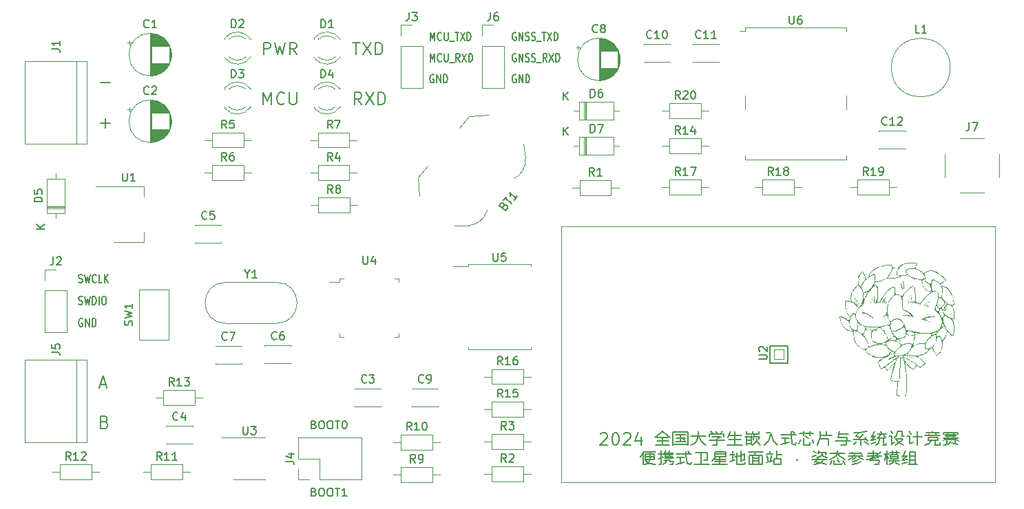
<source format=gbr>
%TF.GenerationSoftware,KiCad,Pcbnew,7.0.10*%
%TF.CreationDate,2024-05-10T14:16:29+08:00*%
%TF.ProjectId,pcb,7063622e-6b69-4636-9164-5f7063625858,rev?*%
%TF.SameCoordinates,Original*%
%TF.FileFunction,Legend,Top*%
%TF.FilePolarity,Positive*%
%FSLAX46Y46*%
G04 Gerber Fmt 4.6, Leading zero omitted, Abs format (unit mm)*
G04 Created by KiCad (PCBNEW 7.0.10) date 2024-05-10 14:16:29*
%MOMM*%
%LPD*%
G01*
G04 APERTURE LIST*
%ADD10C,0.200000*%
%ADD11C,0.100000*%
%ADD12C,0.150000*%
%ADD13C,0.187500*%
%ADD14C,0.120000*%
%ADD15C,0.030000*%
G04 APERTURE END LIST*
D10*
X158750000Y-91650000D02*
X160960000Y-91650000D01*
X160960000Y-93800000D01*
X158750000Y-93800000D01*
X158750000Y-91650000D01*
D11*
X133096000Y-76962000D02*
X186436000Y-76962000D01*
X186436000Y-108458000D01*
X133096000Y-108458000D01*
X133096000Y-76962000D01*
D12*
X73751064Y-86522200D02*
X73865350Y-86569819D01*
X73865350Y-86569819D02*
X74055826Y-86569819D01*
X74055826Y-86569819D02*
X74132017Y-86522200D01*
X74132017Y-86522200D02*
X74170112Y-86474580D01*
X74170112Y-86474580D02*
X74208207Y-86379342D01*
X74208207Y-86379342D02*
X74208207Y-86284104D01*
X74208207Y-86284104D02*
X74170112Y-86188866D01*
X74170112Y-86188866D02*
X74132017Y-86141247D01*
X74132017Y-86141247D02*
X74055826Y-86093628D01*
X74055826Y-86093628D02*
X73903445Y-86046009D01*
X73903445Y-86046009D02*
X73827255Y-85998390D01*
X73827255Y-85998390D02*
X73789160Y-85950771D01*
X73789160Y-85950771D02*
X73751064Y-85855533D01*
X73751064Y-85855533D02*
X73751064Y-85760295D01*
X73751064Y-85760295D02*
X73789160Y-85665057D01*
X73789160Y-85665057D02*
X73827255Y-85617438D01*
X73827255Y-85617438D02*
X73903445Y-85569819D01*
X73903445Y-85569819D02*
X74093922Y-85569819D01*
X74093922Y-85569819D02*
X74208207Y-85617438D01*
X74474874Y-85569819D02*
X74665350Y-86569819D01*
X74665350Y-86569819D02*
X74817731Y-85855533D01*
X74817731Y-85855533D02*
X74970112Y-86569819D01*
X74970112Y-86569819D02*
X75160589Y-85569819D01*
X75465351Y-86569819D02*
X75465351Y-85569819D01*
X75465351Y-85569819D02*
X75655827Y-85569819D01*
X75655827Y-85569819D02*
X75770113Y-85617438D01*
X75770113Y-85617438D02*
X75846303Y-85712676D01*
X75846303Y-85712676D02*
X75884398Y-85807914D01*
X75884398Y-85807914D02*
X75922494Y-85998390D01*
X75922494Y-85998390D02*
X75922494Y-86141247D01*
X75922494Y-86141247D02*
X75884398Y-86331723D01*
X75884398Y-86331723D02*
X75846303Y-86426961D01*
X75846303Y-86426961D02*
X75770113Y-86522200D01*
X75770113Y-86522200D02*
X75655827Y-86569819D01*
X75655827Y-86569819D02*
X75465351Y-86569819D01*
X76265351Y-86569819D02*
X76265351Y-85569819D01*
X76798684Y-85569819D02*
X76951065Y-85569819D01*
X76951065Y-85569819D02*
X77027255Y-85617438D01*
X77027255Y-85617438D02*
X77103446Y-85712676D01*
X77103446Y-85712676D02*
X77141541Y-85903152D01*
X77141541Y-85903152D02*
X77141541Y-86236485D01*
X77141541Y-86236485D02*
X77103446Y-86426961D01*
X77103446Y-86426961D02*
X77027255Y-86522200D01*
X77027255Y-86522200D02*
X76951065Y-86569819D01*
X76951065Y-86569819D02*
X76798684Y-86569819D01*
X76798684Y-86569819D02*
X76722493Y-86522200D01*
X76722493Y-86522200D02*
X76646303Y-86426961D01*
X76646303Y-86426961D02*
X76608207Y-86236485D01*
X76608207Y-86236485D02*
X76608207Y-85903152D01*
X76608207Y-85903152D02*
X76646303Y-85712676D01*
X76646303Y-85712676D02*
X76722493Y-85617438D01*
X76722493Y-85617438D02*
X76798684Y-85569819D01*
X76384398Y-96380057D02*
X77098684Y-96380057D01*
X76241541Y-96808628D02*
X76741541Y-95308628D01*
X76741541Y-95308628D02*
X77241541Y-96808628D01*
X127508207Y-58317438D02*
X127432017Y-58269819D01*
X127432017Y-58269819D02*
X127317731Y-58269819D01*
X127317731Y-58269819D02*
X127203445Y-58317438D01*
X127203445Y-58317438D02*
X127127255Y-58412676D01*
X127127255Y-58412676D02*
X127089160Y-58507914D01*
X127089160Y-58507914D02*
X127051064Y-58698390D01*
X127051064Y-58698390D02*
X127051064Y-58841247D01*
X127051064Y-58841247D02*
X127089160Y-59031723D01*
X127089160Y-59031723D02*
X127127255Y-59126961D01*
X127127255Y-59126961D02*
X127203445Y-59222200D01*
X127203445Y-59222200D02*
X127317731Y-59269819D01*
X127317731Y-59269819D02*
X127393922Y-59269819D01*
X127393922Y-59269819D02*
X127508207Y-59222200D01*
X127508207Y-59222200D02*
X127546303Y-59174580D01*
X127546303Y-59174580D02*
X127546303Y-58841247D01*
X127546303Y-58841247D02*
X127393922Y-58841247D01*
X127889160Y-59269819D02*
X127889160Y-58269819D01*
X127889160Y-58269819D02*
X128346303Y-59269819D01*
X128346303Y-59269819D02*
X128346303Y-58269819D01*
X128727255Y-59269819D02*
X128727255Y-58269819D01*
X128727255Y-58269819D02*
X128917731Y-58269819D01*
X128917731Y-58269819D02*
X129032017Y-58317438D01*
X129032017Y-58317438D02*
X129108207Y-58412676D01*
X129108207Y-58412676D02*
X129146302Y-58507914D01*
X129146302Y-58507914D02*
X129184398Y-58698390D01*
X129184398Y-58698390D02*
X129184398Y-58841247D01*
X129184398Y-58841247D02*
X129146302Y-59031723D01*
X129146302Y-59031723D02*
X129108207Y-59126961D01*
X129108207Y-59126961D02*
X129032017Y-59222200D01*
X129032017Y-59222200D02*
X128917731Y-59269819D01*
X128917731Y-59269819D02*
X128727255Y-59269819D01*
X76455826Y-64237200D02*
X77598684Y-64237200D01*
X77027255Y-64808628D02*
X77027255Y-63665771D01*
X102670112Y-101346009D02*
X102812969Y-101393628D01*
X102812969Y-101393628D02*
X102860588Y-101441247D01*
X102860588Y-101441247D02*
X102908207Y-101536485D01*
X102908207Y-101536485D02*
X102908207Y-101679342D01*
X102908207Y-101679342D02*
X102860588Y-101774580D01*
X102860588Y-101774580D02*
X102812969Y-101822200D01*
X102812969Y-101822200D02*
X102717731Y-101869819D01*
X102717731Y-101869819D02*
X102336779Y-101869819D01*
X102336779Y-101869819D02*
X102336779Y-100869819D01*
X102336779Y-100869819D02*
X102670112Y-100869819D01*
X102670112Y-100869819D02*
X102765350Y-100917438D01*
X102765350Y-100917438D02*
X102812969Y-100965057D01*
X102812969Y-100965057D02*
X102860588Y-101060295D01*
X102860588Y-101060295D02*
X102860588Y-101155533D01*
X102860588Y-101155533D02*
X102812969Y-101250771D01*
X102812969Y-101250771D02*
X102765350Y-101298390D01*
X102765350Y-101298390D02*
X102670112Y-101346009D01*
X102670112Y-101346009D02*
X102336779Y-101346009D01*
X103527255Y-100869819D02*
X103717731Y-100869819D01*
X103717731Y-100869819D02*
X103812969Y-100917438D01*
X103812969Y-100917438D02*
X103908207Y-101012676D01*
X103908207Y-101012676D02*
X103955826Y-101203152D01*
X103955826Y-101203152D02*
X103955826Y-101536485D01*
X103955826Y-101536485D02*
X103908207Y-101726961D01*
X103908207Y-101726961D02*
X103812969Y-101822200D01*
X103812969Y-101822200D02*
X103717731Y-101869819D01*
X103717731Y-101869819D02*
X103527255Y-101869819D01*
X103527255Y-101869819D02*
X103432017Y-101822200D01*
X103432017Y-101822200D02*
X103336779Y-101726961D01*
X103336779Y-101726961D02*
X103289160Y-101536485D01*
X103289160Y-101536485D02*
X103289160Y-101203152D01*
X103289160Y-101203152D02*
X103336779Y-101012676D01*
X103336779Y-101012676D02*
X103432017Y-100917438D01*
X103432017Y-100917438D02*
X103527255Y-100869819D01*
X104574874Y-100869819D02*
X104765350Y-100869819D01*
X104765350Y-100869819D02*
X104860588Y-100917438D01*
X104860588Y-100917438D02*
X104955826Y-101012676D01*
X104955826Y-101012676D02*
X105003445Y-101203152D01*
X105003445Y-101203152D02*
X105003445Y-101536485D01*
X105003445Y-101536485D02*
X104955826Y-101726961D01*
X104955826Y-101726961D02*
X104860588Y-101822200D01*
X104860588Y-101822200D02*
X104765350Y-101869819D01*
X104765350Y-101869819D02*
X104574874Y-101869819D01*
X104574874Y-101869819D02*
X104479636Y-101822200D01*
X104479636Y-101822200D02*
X104384398Y-101726961D01*
X104384398Y-101726961D02*
X104336779Y-101536485D01*
X104336779Y-101536485D02*
X104336779Y-101203152D01*
X104336779Y-101203152D02*
X104384398Y-101012676D01*
X104384398Y-101012676D02*
X104479636Y-100917438D01*
X104479636Y-100917438D02*
X104574874Y-100869819D01*
X105289160Y-100869819D02*
X105860588Y-100869819D01*
X105574874Y-101869819D02*
X105574874Y-100869819D01*
X106384398Y-100869819D02*
X106479636Y-100869819D01*
X106479636Y-100869819D02*
X106574874Y-100917438D01*
X106574874Y-100917438D02*
X106622493Y-100965057D01*
X106622493Y-100965057D02*
X106670112Y-101060295D01*
X106670112Y-101060295D02*
X106717731Y-101250771D01*
X106717731Y-101250771D02*
X106717731Y-101488866D01*
X106717731Y-101488866D02*
X106670112Y-101679342D01*
X106670112Y-101679342D02*
X106622493Y-101774580D01*
X106622493Y-101774580D02*
X106574874Y-101822200D01*
X106574874Y-101822200D02*
X106479636Y-101869819D01*
X106479636Y-101869819D02*
X106384398Y-101869819D01*
X106384398Y-101869819D02*
X106289160Y-101822200D01*
X106289160Y-101822200D02*
X106241541Y-101774580D01*
X106241541Y-101774580D02*
X106193922Y-101679342D01*
X106193922Y-101679342D02*
X106146303Y-101488866D01*
X106146303Y-101488866D02*
X106146303Y-101250771D01*
X106146303Y-101250771D02*
X106193922Y-101060295D01*
X106193922Y-101060295D02*
X106241541Y-100965057D01*
X106241541Y-100965057D02*
X106289160Y-100917438D01*
X106289160Y-100917438D02*
X106384398Y-100869819D01*
X74208207Y-88317438D02*
X74132017Y-88269819D01*
X74132017Y-88269819D02*
X74017731Y-88269819D01*
X74017731Y-88269819D02*
X73903445Y-88317438D01*
X73903445Y-88317438D02*
X73827255Y-88412676D01*
X73827255Y-88412676D02*
X73789160Y-88507914D01*
X73789160Y-88507914D02*
X73751064Y-88698390D01*
X73751064Y-88698390D02*
X73751064Y-88841247D01*
X73751064Y-88841247D02*
X73789160Y-89031723D01*
X73789160Y-89031723D02*
X73827255Y-89126961D01*
X73827255Y-89126961D02*
X73903445Y-89222200D01*
X73903445Y-89222200D02*
X74017731Y-89269819D01*
X74017731Y-89269819D02*
X74093922Y-89269819D01*
X74093922Y-89269819D02*
X74208207Y-89222200D01*
X74208207Y-89222200D02*
X74246303Y-89174580D01*
X74246303Y-89174580D02*
X74246303Y-88841247D01*
X74246303Y-88841247D02*
X74093922Y-88841247D01*
X74589160Y-89269819D02*
X74589160Y-88269819D01*
X74589160Y-88269819D02*
X75046303Y-89269819D01*
X75046303Y-89269819D02*
X75046303Y-88269819D01*
X75427255Y-89269819D02*
X75427255Y-88269819D01*
X75427255Y-88269819D02*
X75617731Y-88269819D01*
X75617731Y-88269819D02*
X75732017Y-88317438D01*
X75732017Y-88317438D02*
X75808207Y-88412676D01*
X75808207Y-88412676D02*
X75846302Y-88507914D01*
X75846302Y-88507914D02*
X75884398Y-88698390D01*
X75884398Y-88698390D02*
X75884398Y-88841247D01*
X75884398Y-88841247D02*
X75846302Y-89031723D01*
X75846302Y-89031723D02*
X75808207Y-89126961D01*
X75808207Y-89126961D02*
X75732017Y-89222200D01*
X75732017Y-89222200D02*
X75617731Y-89269819D01*
X75617731Y-89269819D02*
X75427255Y-89269819D01*
D13*
X96465497Y-61956678D02*
X96465497Y-60456678D01*
X96465497Y-60456678D02*
X96965497Y-61528107D01*
X96965497Y-61528107D02*
X97465497Y-60456678D01*
X97465497Y-60456678D02*
X97465497Y-61956678D01*
X99036926Y-61813821D02*
X98965498Y-61885250D01*
X98965498Y-61885250D02*
X98751212Y-61956678D01*
X98751212Y-61956678D02*
X98608355Y-61956678D01*
X98608355Y-61956678D02*
X98394069Y-61885250D01*
X98394069Y-61885250D02*
X98251212Y-61742392D01*
X98251212Y-61742392D02*
X98179783Y-61599535D01*
X98179783Y-61599535D02*
X98108355Y-61313821D01*
X98108355Y-61313821D02*
X98108355Y-61099535D01*
X98108355Y-61099535D02*
X98179783Y-60813821D01*
X98179783Y-60813821D02*
X98251212Y-60670964D01*
X98251212Y-60670964D02*
X98394069Y-60528107D01*
X98394069Y-60528107D02*
X98608355Y-60456678D01*
X98608355Y-60456678D02*
X98751212Y-60456678D01*
X98751212Y-60456678D02*
X98965498Y-60528107D01*
X98965498Y-60528107D02*
X99036926Y-60599535D01*
X99679783Y-60456678D02*
X99679783Y-61670964D01*
X99679783Y-61670964D02*
X99751212Y-61813821D01*
X99751212Y-61813821D02*
X99822641Y-61885250D01*
X99822641Y-61885250D02*
X99965498Y-61956678D01*
X99965498Y-61956678D02*
X100251212Y-61956678D01*
X100251212Y-61956678D02*
X100394069Y-61885250D01*
X100394069Y-61885250D02*
X100465498Y-61813821D01*
X100465498Y-61813821D02*
X100536926Y-61670964D01*
X100536926Y-61670964D02*
X100536926Y-60456678D01*
D12*
X127508207Y-53117438D02*
X127432017Y-53069819D01*
X127432017Y-53069819D02*
X127317731Y-53069819D01*
X127317731Y-53069819D02*
X127203445Y-53117438D01*
X127203445Y-53117438D02*
X127127255Y-53212676D01*
X127127255Y-53212676D02*
X127089160Y-53307914D01*
X127089160Y-53307914D02*
X127051064Y-53498390D01*
X127051064Y-53498390D02*
X127051064Y-53641247D01*
X127051064Y-53641247D02*
X127089160Y-53831723D01*
X127089160Y-53831723D02*
X127127255Y-53926961D01*
X127127255Y-53926961D02*
X127203445Y-54022200D01*
X127203445Y-54022200D02*
X127317731Y-54069819D01*
X127317731Y-54069819D02*
X127393922Y-54069819D01*
X127393922Y-54069819D02*
X127508207Y-54022200D01*
X127508207Y-54022200D02*
X127546303Y-53974580D01*
X127546303Y-53974580D02*
X127546303Y-53641247D01*
X127546303Y-53641247D02*
X127393922Y-53641247D01*
X127889160Y-54069819D02*
X127889160Y-53069819D01*
X127889160Y-53069819D02*
X128346303Y-54069819D01*
X128346303Y-54069819D02*
X128346303Y-53069819D01*
X128689159Y-54022200D02*
X128803445Y-54069819D01*
X128803445Y-54069819D02*
X128993921Y-54069819D01*
X128993921Y-54069819D02*
X129070112Y-54022200D01*
X129070112Y-54022200D02*
X129108207Y-53974580D01*
X129108207Y-53974580D02*
X129146302Y-53879342D01*
X129146302Y-53879342D02*
X129146302Y-53784104D01*
X129146302Y-53784104D02*
X129108207Y-53688866D01*
X129108207Y-53688866D02*
X129070112Y-53641247D01*
X129070112Y-53641247D02*
X128993921Y-53593628D01*
X128993921Y-53593628D02*
X128841540Y-53546009D01*
X128841540Y-53546009D02*
X128765350Y-53498390D01*
X128765350Y-53498390D02*
X128727255Y-53450771D01*
X128727255Y-53450771D02*
X128689159Y-53355533D01*
X128689159Y-53355533D02*
X128689159Y-53260295D01*
X128689159Y-53260295D02*
X128727255Y-53165057D01*
X128727255Y-53165057D02*
X128765350Y-53117438D01*
X128765350Y-53117438D02*
X128841540Y-53069819D01*
X128841540Y-53069819D02*
X129032017Y-53069819D01*
X129032017Y-53069819D02*
X129146302Y-53117438D01*
X129451064Y-54022200D02*
X129565350Y-54069819D01*
X129565350Y-54069819D02*
X129755826Y-54069819D01*
X129755826Y-54069819D02*
X129832017Y-54022200D01*
X129832017Y-54022200D02*
X129870112Y-53974580D01*
X129870112Y-53974580D02*
X129908207Y-53879342D01*
X129908207Y-53879342D02*
X129908207Y-53784104D01*
X129908207Y-53784104D02*
X129870112Y-53688866D01*
X129870112Y-53688866D02*
X129832017Y-53641247D01*
X129832017Y-53641247D02*
X129755826Y-53593628D01*
X129755826Y-53593628D02*
X129603445Y-53546009D01*
X129603445Y-53546009D02*
X129527255Y-53498390D01*
X129527255Y-53498390D02*
X129489160Y-53450771D01*
X129489160Y-53450771D02*
X129451064Y-53355533D01*
X129451064Y-53355533D02*
X129451064Y-53260295D01*
X129451064Y-53260295D02*
X129489160Y-53165057D01*
X129489160Y-53165057D02*
X129527255Y-53117438D01*
X129527255Y-53117438D02*
X129603445Y-53069819D01*
X129603445Y-53069819D02*
X129793922Y-53069819D01*
X129793922Y-53069819D02*
X129908207Y-53117438D01*
X130060589Y-54165057D02*
X130670112Y-54165057D01*
X130746303Y-53069819D02*
X131203446Y-53069819D01*
X130974874Y-54069819D02*
X130974874Y-53069819D01*
X131393922Y-53069819D02*
X131927256Y-54069819D01*
X131927256Y-53069819D02*
X131393922Y-54069819D01*
X132232018Y-54069819D02*
X132232018Y-53069819D01*
X132232018Y-53069819D02*
X132422494Y-53069819D01*
X132422494Y-53069819D02*
X132536780Y-53117438D01*
X132536780Y-53117438D02*
X132612970Y-53212676D01*
X132612970Y-53212676D02*
X132651065Y-53307914D01*
X132651065Y-53307914D02*
X132689161Y-53498390D01*
X132689161Y-53498390D02*
X132689161Y-53641247D01*
X132689161Y-53641247D02*
X132651065Y-53831723D01*
X132651065Y-53831723D02*
X132612970Y-53926961D01*
X132612970Y-53926961D02*
X132536780Y-54022200D01*
X132536780Y-54022200D02*
X132422494Y-54069819D01*
X132422494Y-54069819D02*
X132232018Y-54069819D01*
X117408207Y-58317438D02*
X117332017Y-58269819D01*
X117332017Y-58269819D02*
X117217731Y-58269819D01*
X117217731Y-58269819D02*
X117103445Y-58317438D01*
X117103445Y-58317438D02*
X117027255Y-58412676D01*
X117027255Y-58412676D02*
X116989160Y-58507914D01*
X116989160Y-58507914D02*
X116951064Y-58698390D01*
X116951064Y-58698390D02*
X116951064Y-58841247D01*
X116951064Y-58841247D02*
X116989160Y-59031723D01*
X116989160Y-59031723D02*
X117027255Y-59126961D01*
X117027255Y-59126961D02*
X117103445Y-59222200D01*
X117103445Y-59222200D02*
X117217731Y-59269819D01*
X117217731Y-59269819D02*
X117293922Y-59269819D01*
X117293922Y-59269819D02*
X117408207Y-59222200D01*
X117408207Y-59222200D02*
X117446303Y-59174580D01*
X117446303Y-59174580D02*
X117446303Y-58841247D01*
X117446303Y-58841247D02*
X117293922Y-58841247D01*
X117789160Y-59269819D02*
X117789160Y-58269819D01*
X117789160Y-58269819D02*
X118246303Y-59269819D01*
X118246303Y-59269819D02*
X118246303Y-58269819D01*
X118627255Y-59269819D02*
X118627255Y-58269819D01*
X118627255Y-58269819D02*
X118817731Y-58269819D01*
X118817731Y-58269819D02*
X118932017Y-58317438D01*
X118932017Y-58317438D02*
X119008207Y-58412676D01*
X119008207Y-58412676D02*
X119046302Y-58507914D01*
X119046302Y-58507914D02*
X119084398Y-58698390D01*
X119084398Y-58698390D02*
X119084398Y-58841247D01*
X119084398Y-58841247D02*
X119046302Y-59031723D01*
X119046302Y-59031723D02*
X119008207Y-59126961D01*
X119008207Y-59126961D02*
X118932017Y-59222200D01*
X118932017Y-59222200D02*
X118817731Y-59269819D01*
X118817731Y-59269819D02*
X118627255Y-59269819D01*
X116989160Y-56669819D02*
X116989160Y-55669819D01*
X116989160Y-55669819D02*
X117255826Y-56384104D01*
X117255826Y-56384104D02*
X117522493Y-55669819D01*
X117522493Y-55669819D02*
X117522493Y-56669819D01*
X118360589Y-56574580D02*
X118322493Y-56622200D01*
X118322493Y-56622200D02*
X118208208Y-56669819D01*
X118208208Y-56669819D02*
X118132017Y-56669819D01*
X118132017Y-56669819D02*
X118017731Y-56622200D01*
X118017731Y-56622200D02*
X117941541Y-56526961D01*
X117941541Y-56526961D02*
X117903446Y-56431723D01*
X117903446Y-56431723D02*
X117865350Y-56241247D01*
X117865350Y-56241247D02*
X117865350Y-56098390D01*
X117865350Y-56098390D02*
X117903446Y-55907914D01*
X117903446Y-55907914D02*
X117941541Y-55812676D01*
X117941541Y-55812676D02*
X118017731Y-55717438D01*
X118017731Y-55717438D02*
X118132017Y-55669819D01*
X118132017Y-55669819D02*
X118208208Y-55669819D01*
X118208208Y-55669819D02*
X118322493Y-55717438D01*
X118322493Y-55717438D02*
X118360589Y-55765057D01*
X118703446Y-55669819D02*
X118703446Y-56479342D01*
X118703446Y-56479342D02*
X118741541Y-56574580D01*
X118741541Y-56574580D02*
X118779636Y-56622200D01*
X118779636Y-56622200D02*
X118855827Y-56669819D01*
X118855827Y-56669819D02*
X119008208Y-56669819D01*
X119008208Y-56669819D02*
X119084398Y-56622200D01*
X119084398Y-56622200D02*
X119122493Y-56574580D01*
X119122493Y-56574580D02*
X119160589Y-56479342D01*
X119160589Y-56479342D02*
X119160589Y-55669819D01*
X119351065Y-56765057D02*
X119960588Y-56765057D01*
X120608208Y-56669819D02*
X120341541Y-56193628D01*
X120151065Y-56669819D02*
X120151065Y-55669819D01*
X120151065Y-55669819D02*
X120455827Y-55669819D01*
X120455827Y-55669819D02*
X120532017Y-55717438D01*
X120532017Y-55717438D02*
X120570112Y-55765057D01*
X120570112Y-55765057D02*
X120608208Y-55860295D01*
X120608208Y-55860295D02*
X120608208Y-56003152D01*
X120608208Y-56003152D02*
X120570112Y-56098390D01*
X120570112Y-56098390D02*
X120532017Y-56146009D01*
X120532017Y-56146009D02*
X120455827Y-56193628D01*
X120455827Y-56193628D02*
X120151065Y-56193628D01*
X120874874Y-55669819D02*
X121408208Y-56669819D01*
X121408208Y-55669819D02*
X120874874Y-56669819D01*
X121712970Y-56669819D02*
X121712970Y-55669819D01*
X121712970Y-55669819D02*
X121903446Y-55669819D01*
X121903446Y-55669819D02*
X122017732Y-55717438D01*
X122017732Y-55717438D02*
X122093922Y-55812676D01*
X122093922Y-55812676D02*
X122132017Y-55907914D01*
X122132017Y-55907914D02*
X122170113Y-56098390D01*
X122170113Y-56098390D02*
X122170113Y-56241247D01*
X122170113Y-56241247D02*
X122132017Y-56431723D01*
X122132017Y-56431723D02*
X122093922Y-56526961D01*
X122093922Y-56526961D02*
X122017732Y-56622200D01*
X122017732Y-56622200D02*
X121903446Y-56669819D01*
X121903446Y-56669819D02*
X121712970Y-56669819D01*
D13*
X96480497Y-55806678D02*
X96480497Y-54306678D01*
X96480497Y-54306678D02*
X97051926Y-54306678D01*
X97051926Y-54306678D02*
X97194783Y-54378107D01*
X97194783Y-54378107D02*
X97266212Y-54449535D01*
X97266212Y-54449535D02*
X97337640Y-54592392D01*
X97337640Y-54592392D02*
X97337640Y-54806678D01*
X97337640Y-54806678D02*
X97266212Y-54949535D01*
X97266212Y-54949535D02*
X97194783Y-55020964D01*
X97194783Y-55020964D02*
X97051926Y-55092392D01*
X97051926Y-55092392D02*
X96480497Y-55092392D01*
X97837640Y-54306678D02*
X98194783Y-55806678D01*
X98194783Y-55806678D02*
X98480497Y-54735250D01*
X98480497Y-54735250D02*
X98766212Y-55806678D01*
X98766212Y-55806678D02*
X99123355Y-54306678D01*
X100551926Y-55806678D02*
X100051926Y-55092392D01*
X99694783Y-55806678D02*
X99694783Y-54306678D01*
X99694783Y-54306678D02*
X100266212Y-54306678D01*
X100266212Y-54306678D02*
X100409069Y-54378107D01*
X100409069Y-54378107D02*
X100480498Y-54449535D01*
X100480498Y-54449535D02*
X100551926Y-54592392D01*
X100551926Y-54592392D02*
X100551926Y-54806678D01*
X100551926Y-54806678D02*
X100480498Y-54949535D01*
X100480498Y-54949535D02*
X100409069Y-55020964D01*
X100409069Y-55020964D02*
X100266212Y-55092392D01*
X100266212Y-55092392D02*
X99694783Y-55092392D01*
D12*
X127508207Y-55717438D02*
X127432017Y-55669819D01*
X127432017Y-55669819D02*
X127317731Y-55669819D01*
X127317731Y-55669819D02*
X127203445Y-55717438D01*
X127203445Y-55717438D02*
X127127255Y-55812676D01*
X127127255Y-55812676D02*
X127089160Y-55907914D01*
X127089160Y-55907914D02*
X127051064Y-56098390D01*
X127051064Y-56098390D02*
X127051064Y-56241247D01*
X127051064Y-56241247D02*
X127089160Y-56431723D01*
X127089160Y-56431723D02*
X127127255Y-56526961D01*
X127127255Y-56526961D02*
X127203445Y-56622200D01*
X127203445Y-56622200D02*
X127317731Y-56669819D01*
X127317731Y-56669819D02*
X127393922Y-56669819D01*
X127393922Y-56669819D02*
X127508207Y-56622200D01*
X127508207Y-56622200D02*
X127546303Y-56574580D01*
X127546303Y-56574580D02*
X127546303Y-56241247D01*
X127546303Y-56241247D02*
X127393922Y-56241247D01*
X127889160Y-56669819D02*
X127889160Y-55669819D01*
X127889160Y-55669819D02*
X128346303Y-56669819D01*
X128346303Y-56669819D02*
X128346303Y-55669819D01*
X128689159Y-56622200D02*
X128803445Y-56669819D01*
X128803445Y-56669819D02*
X128993921Y-56669819D01*
X128993921Y-56669819D02*
X129070112Y-56622200D01*
X129070112Y-56622200D02*
X129108207Y-56574580D01*
X129108207Y-56574580D02*
X129146302Y-56479342D01*
X129146302Y-56479342D02*
X129146302Y-56384104D01*
X129146302Y-56384104D02*
X129108207Y-56288866D01*
X129108207Y-56288866D02*
X129070112Y-56241247D01*
X129070112Y-56241247D02*
X128993921Y-56193628D01*
X128993921Y-56193628D02*
X128841540Y-56146009D01*
X128841540Y-56146009D02*
X128765350Y-56098390D01*
X128765350Y-56098390D02*
X128727255Y-56050771D01*
X128727255Y-56050771D02*
X128689159Y-55955533D01*
X128689159Y-55955533D02*
X128689159Y-55860295D01*
X128689159Y-55860295D02*
X128727255Y-55765057D01*
X128727255Y-55765057D02*
X128765350Y-55717438D01*
X128765350Y-55717438D02*
X128841540Y-55669819D01*
X128841540Y-55669819D02*
X129032017Y-55669819D01*
X129032017Y-55669819D02*
X129146302Y-55717438D01*
X129451064Y-56622200D02*
X129565350Y-56669819D01*
X129565350Y-56669819D02*
X129755826Y-56669819D01*
X129755826Y-56669819D02*
X129832017Y-56622200D01*
X129832017Y-56622200D02*
X129870112Y-56574580D01*
X129870112Y-56574580D02*
X129908207Y-56479342D01*
X129908207Y-56479342D02*
X129908207Y-56384104D01*
X129908207Y-56384104D02*
X129870112Y-56288866D01*
X129870112Y-56288866D02*
X129832017Y-56241247D01*
X129832017Y-56241247D02*
X129755826Y-56193628D01*
X129755826Y-56193628D02*
X129603445Y-56146009D01*
X129603445Y-56146009D02*
X129527255Y-56098390D01*
X129527255Y-56098390D02*
X129489160Y-56050771D01*
X129489160Y-56050771D02*
X129451064Y-55955533D01*
X129451064Y-55955533D02*
X129451064Y-55860295D01*
X129451064Y-55860295D02*
X129489160Y-55765057D01*
X129489160Y-55765057D02*
X129527255Y-55717438D01*
X129527255Y-55717438D02*
X129603445Y-55669819D01*
X129603445Y-55669819D02*
X129793922Y-55669819D01*
X129793922Y-55669819D02*
X129908207Y-55717438D01*
X130060589Y-56765057D02*
X130670112Y-56765057D01*
X131317732Y-56669819D02*
X131051065Y-56193628D01*
X130860589Y-56669819D02*
X130860589Y-55669819D01*
X130860589Y-55669819D02*
X131165351Y-55669819D01*
X131165351Y-55669819D02*
X131241541Y-55717438D01*
X131241541Y-55717438D02*
X131279636Y-55765057D01*
X131279636Y-55765057D02*
X131317732Y-55860295D01*
X131317732Y-55860295D02*
X131317732Y-56003152D01*
X131317732Y-56003152D02*
X131279636Y-56098390D01*
X131279636Y-56098390D02*
X131241541Y-56146009D01*
X131241541Y-56146009D02*
X131165351Y-56193628D01*
X131165351Y-56193628D02*
X130860589Y-56193628D01*
X131584398Y-55669819D02*
X132117732Y-56669819D01*
X132117732Y-55669819D02*
X131584398Y-56669819D01*
X132422494Y-56669819D02*
X132422494Y-55669819D01*
X132422494Y-55669819D02*
X132612970Y-55669819D01*
X132612970Y-55669819D02*
X132727256Y-55717438D01*
X132727256Y-55717438D02*
X132803446Y-55812676D01*
X132803446Y-55812676D02*
X132841541Y-55907914D01*
X132841541Y-55907914D02*
X132879637Y-56098390D01*
X132879637Y-56098390D02*
X132879637Y-56241247D01*
X132879637Y-56241247D02*
X132841541Y-56431723D01*
X132841541Y-56431723D02*
X132803446Y-56526961D01*
X132803446Y-56526961D02*
X132727256Y-56622200D01*
X132727256Y-56622200D02*
X132612970Y-56669819D01*
X132612970Y-56669819D02*
X132422494Y-56669819D01*
X73751064Y-83822200D02*
X73865350Y-83869819D01*
X73865350Y-83869819D02*
X74055826Y-83869819D01*
X74055826Y-83869819D02*
X74132017Y-83822200D01*
X74132017Y-83822200D02*
X74170112Y-83774580D01*
X74170112Y-83774580D02*
X74208207Y-83679342D01*
X74208207Y-83679342D02*
X74208207Y-83584104D01*
X74208207Y-83584104D02*
X74170112Y-83488866D01*
X74170112Y-83488866D02*
X74132017Y-83441247D01*
X74132017Y-83441247D02*
X74055826Y-83393628D01*
X74055826Y-83393628D02*
X73903445Y-83346009D01*
X73903445Y-83346009D02*
X73827255Y-83298390D01*
X73827255Y-83298390D02*
X73789160Y-83250771D01*
X73789160Y-83250771D02*
X73751064Y-83155533D01*
X73751064Y-83155533D02*
X73751064Y-83060295D01*
X73751064Y-83060295D02*
X73789160Y-82965057D01*
X73789160Y-82965057D02*
X73827255Y-82917438D01*
X73827255Y-82917438D02*
X73903445Y-82869819D01*
X73903445Y-82869819D02*
X74093922Y-82869819D01*
X74093922Y-82869819D02*
X74208207Y-82917438D01*
X74474874Y-82869819D02*
X74665350Y-83869819D01*
X74665350Y-83869819D02*
X74817731Y-83155533D01*
X74817731Y-83155533D02*
X74970112Y-83869819D01*
X74970112Y-83869819D02*
X75160589Y-82869819D01*
X75922494Y-83774580D02*
X75884398Y-83822200D01*
X75884398Y-83822200D02*
X75770113Y-83869819D01*
X75770113Y-83869819D02*
X75693922Y-83869819D01*
X75693922Y-83869819D02*
X75579636Y-83822200D01*
X75579636Y-83822200D02*
X75503446Y-83726961D01*
X75503446Y-83726961D02*
X75465351Y-83631723D01*
X75465351Y-83631723D02*
X75427255Y-83441247D01*
X75427255Y-83441247D02*
X75427255Y-83298390D01*
X75427255Y-83298390D02*
X75465351Y-83107914D01*
X75465351Y-83107914D02*
X75503446Y-83012676D01*
X75503446Y-83012676D02*
X75579636Y-82917438D01*
X75579636Y-82917438D02*
X75693922Y-82869819D01*
X75693922Y-82869819D02*
X75770113Y-82869819D01*
X75770113Y-82869819D02*
X75884398Y-82917438D01*
X75884398Y-82917438D02*
X75922494Y-82965057D01*
X76646303Y-83869819D02*
X76265351Y-83869819D01*
X76265351Y-83869819D02*
X76265351Y-82869819D01*
X76912970Y-83869819D02*
X76912970Y-82869819D01*
X77370113Y-83869819D02*
X77027255Y-83298390D01*
X77370113Y-82869819D02*
X76912970Y-83441247D01*
X76455826Y-59237200D02*
X77598684Y-59237200D01*
X102670112Y-109646009D02*
X102812969Y-109693628D01*
X102812969Y-109693628D02*
X102860588Y-109741247D01*
X102860588Y-109741247D02*
X102908207Y-109836485D01*
X102908207Y-109836485D02*
X102908207Y-109979342D01*
X102908207Y-109979342D02*
X102860588Y-110074580D01*
X102860588Y-110074580D02*
X102812969Y-110122200D01*
X102812969Y-110122200D02*
X102717731Y-110169819D01*
X102717731Y-110169819D02*
X102336779Y-110169819D01*
X102336779Y-110169819D02*
X102336779Y-109169819D01*
X102336779Y-109169819D02*
X102670112Y-109169819D01*
X102670112Y-109169819D02*
X102765350Y-109217438D01*
X102765350Y-109217438D02*
X102812969Y-109265057D01*
X102812969Y-109265057D02*
X102860588Y-109360295D01*
X102860588Y-109360295D02*
X102860588Y-109455533D01*
X102860588Y-109455533D02*
X102812969Y-109550771D01*
X102812969Y-109550771D02*
X102765350Y-109598390D01*
X102765350Y-109598390D02*
X102670112Y-109646009D01*
X102670112Y-109646009D02*
X102336779Y-109646009D01*
X103527255Y-109169819D02*
X103717731Y-109169819D01*
X103717731Y-109169819D02*
X103812969Y-109217438D01*
X103812969Y-109217438D02*
X103908207Y-109312676D01*
X103908207Y-109312676D02*
X103955826Y-109503152D01*
X103955826Y-109503152D02*
X103955826Y-109836485D01*
X103955826Y-109836485D02*
X103908207Y-110026961D01*
X103908207Y-110026961D02*
X103812969Y-110122200D01*
X103812969Y-110122200D02*
X103717731Y-110169819D01*
X103717731Y-110169819D02*
X103527255Y-110169819D01*
X103527255Y-110169819D02*
X103432017Y-110122200D01*
X103432017Y-110122200D02*
X103336779Y-110026961D01*
X103336779Y-110026961D02*
X103289160Y-109836485D01*
X103289160Y-109836485D02*
X103289160Y-109503152D01*
X103289160Y-109503152D02*
X103336779Y-109312676D01*
X103336779Y-109312676D02*
X103432017Y-109217438D01*
X103432017Y-109217438D02*
X103527255Y-109169819D01*
X104574874Y-109169819D02*
X104765350Y-109169819D01*
X104765350Y-109169819D02*
X104860588Y-109217438D01*
X104860588Y-109217438D02*
X104955826Y-109312676D01*
X104955826Y-109312676D02*
X105003445Y-109503152D01*
X105003445Y-109503152D02*
X105003445Y-109836485D01*
X105003445Y-109836485D02*
X104955826Y-110026961D01*
X104955826Y-110026961D02*
X104860588Y-110122200D01*
X104860588Y-110122200D02*
X104765350Y-110169819D01*
X104765350Y-110169819D02*
X104574874Y-110169819D01*
X104574874Y-110169819D02*
X104479636Y-110122200D01*
X104479636Y-110122200D02*
X104384398Y-110026961D01*
X104384398Y-110026961D02*
X104336779Y-109836485D01*
X104336779Y-109836485D02*
X104336779Y-109503152D01*
X104336779Y-109503152D02*
X104384398Y-109312676D01*
X104384398Y-109312676D02*
X104479636Y-109217438D01*
X104479636Y-109217438D02*
X104574874Y-109169819D01*
X105289160Y-109169819D02*
X105860588Y-109169819D01*
X105574874Y-110169819D02*
X105574874Y-109169819D01*
X106717731Y-110169819D02*
X106146303Y-110169819D01*
X106432017Y-110169819D02*
X106432017Y-109169819D01*
X106432017Y-109169819D02*
X106336779Y-109312676D01*
X106336779Y-109312676D02*
X106241541Y-109407914D01*
X106241541Y-109407914D02*
X106146303Y-109455533D01*
D13*
X108522640Y-61956678D02*
X108022640Y-61242392D01*
X107665497Y-61956678D02*
X107665497Y-60456678D01*
X107665497Y-60456678D02*
X108236926Y-60456678D01*
X108236926Y-60456678D02*
X108379783Y-60528107D01*
X108379783Y-60528107D02*
X108451212Y-60599535D01*
X108451212Y-60599535D02*
X108522640Y-60742392D01*
X108522640Y-60742392D02*
X108522640Y-60956678D01*
X108522640Y-60956678D02*
X108451212Y-61099535D01*
X108451212Y-61099535D02*
X108379783Y-61170964D01*
X108379783Y-61170964D02*
X108236926Y-61242392D01*
X108236926Y-61242392D02*
X107665497Y-61242392D01*
X109022640Y-60456678D02*
X110022640Y-61956678D01*
X110022640Y-60456678D02*
X109022640Y-61956678D01*
X110594068Y-61956678D02*
X110594068Y-60456678D01*
X110594068Y-60456678D02*
X110951211Y-60456678D01*
X110951211Y-60456678D02*
X111165497Y-60528107D01*
X111165497Y-60528107D02*
X111308354Y-60670964D01*
X111308354Y-60670964D02*
X111379783Y-60813821D01*
X111379783Y-60813821D02*
X111451211Y-61099535D01*
X111451211Y-61099535D02*
X111451211Y-61313821D01*
X111451211Y-61313821D02*
X111379783Y-61599535D01*
X111379783Y-61599535D02*
X111308354Y-61742392D01*
X111308354Y-61742392D02*
X111165497Y-61885250D01*
X111165497Y-61885250D02*
X110951211Y-61956678D01*
X110951211Y-61956678D02*
X110594068Y-61956678D01*
X137895713Y-102494535D02*
X137967141Y-102423107D01*
X137967141Y-102423107D02*
X138109999Y-102351678D01*
X138109999Y-102351678D02*
X138467141Y-102351678D01*
X138467141Y-102351678D02*
X138609999Y-102423107D01*
X138609999Y-102423107D02*
X138681427Y-102494535D01*
X138681427Y-102494535D02*
X138752856Y-102637392D01*
X138752856Y-102637392D02*
X138752856Y-102780250D01*
X138752856Y-102780250D02*
X138681427Y-102994535D01*
X138681427Y-102994535D02*
X137824284Y-103851678D01*
X137824284Y-103851678D02*
X138752856Y-103851678D01*
X139681427Y-102351678D02*
X139824284Y-102351678D01*
X139824284Y-102351678D02*
X139967141Y-102423107D01*
X139967141Y-102423107D02*
X140038570Y-102494535D01*
X140038570Y-102494535D02*
X140109998Y-102637392D01*
X140109998Y-102637392D02*
X140181427Y-102923107D01*
X140181427Y-102923107D02*
X140181427Y-103280250D01*
X140181427Y-103280250D02*
X140109998Y-103565964D01*
X140109998Y-103565964D02*
X140038570Y-103708821D01*
X140038570Y-103708821D02*
X139967141Y-103780250D01*
X139967141Y-103780250D02*
X139824284Y-103851678D01*
X139824284Y-103851678D02*
X139681427Y-103851678D01*
X139681427Y-103851678D02*
X139538570Y-103780250D01*
X139538570Y-103780250D02*
X139467141Y-103708821D01*
X139467141Y-103708821D02*
X139395712Y-103565964D01*
X139395712Y-103565964D02*
X139324284Y-103280250D01*
X139324284Y-103280250D02*
X139324284Y-102923107D01*
X139324284Y-102923107D02*
X139395712Y-102637392D01*
X139395712Y-102637392D02*
X139467141Y-102494535D01*
X139467141Y-102494535D02*
X139538570Y-102423107D01*
X139538570Y-102423107D02*
X139681427Y-102351678D01*
X140752855Y-102494535D02*
X140824283Y-102423107D01*
X140824283Y-102423107D02*
X140967141Y-102351678D01*
X140967141Y-102351678D02*
X141324283Y-102351678D01*
X141324283Y-102351678D02*
X141467141Y-102423107D01*
X141467141Y-102423107D02*
X141538569Y-102494535D01*
X141538569Y-102494535D02*
X141609998Y-102637392D01*
X141609998Y-102637392D02*
X141609998Y-102780250D01*
X141609998Y-102780250D02*
X141538569Y-102994535D01*
X141538569Y-102994535D02*
X140681426Y-103851678D01*
X140681426Y-103851678D02*
X141609998Y-103851678D01*
X142895712Y-102851678D02*
X142895712Y-103851678D01*
X142538569Y-102280250D02*
X142181426Y-103351678D01*
X142181426Y-103351678D02*
X143109997Y-103351678D01*
X144895711Y-102923107D02*
X146181425Y-102923107D01*
X144824282Y-103351678D02*
X146252854Y-103351678D01*
X144681425Y-103851678D02*
X146395711Y-103851678D01*
X145538568Y-102923107D02*
X145538568Y-103851678D01*
X144895711Y-102780250D02*
X144609997Y-102923107D01*
X145538568Y-102137392D02*
X144895711Y-102780250D01*
X145538568Y-102137392D02*
X146109997Y-102708821D01*
X146109997Y-102708821D02*
X146467140Y-102923107D01*
X147181426Y-102565964D02*
X148395711Y-102565964D01*
X147252854Y-102994535D02*
X148324283Y-102994535D01*
X147109997Y-103423107D02*
X148395711Y-103423107D01*
X146824283Y-103780250D02*
X148681426Y-103780250D01*
X146824283Y-102280250D02*
X146824283Y-103851678D01*
X147752854Y-102565964D02*
X147752854Y-103423107D01*
X146824283Y-102280250D02*
X148681426Y-102280250D01*
X148681426Y-102280250D02*
X148681426Y-103851678D01*
X148038568Y-103137392D02*
X148252854Y-103280250D01*
X149038569Y-102780250D02*
X150895712Y-102780250D01*
X149967140Y-102137392D02*
X149967140Y-102708821D01*
X149967140Y-102708821D02*
X150252854Y-103351678D01*
X150252854Y-103351678D02*
X150609997Y-103708821D01*
X150609997Y-103708821D02*
X150895712Y-103851678D01*
X149895712Y-102851678D02*
X149681426Y-103423107D01*
X149681426Y-103423107D02*
X149395712Y-103708821D01*
X149395712Y-103708821D02*
X149038569Y-103851678D01*
X149967140Y-102280250D02*
X149824283Y-103137392D01*
X151252855Y-103280250D02*
X153109998Y-103280250D01*
X151752855Y-103851678D02*
X152181426Y-103851678D01*
X151324283Y-102494535D02*
X151324283Y-102851678D01*
X152181426Y-103137392D02*
X152181426Y-103851678D01*
X151324283Y-102494535D02*
X153038569Y-102494535D01*
X153038569Y-102494535D02*
X153038569Y-102851678D01*
X151467140Y-102208821D02*
X151681426Y-102423107D01*
X152895712Y-102208821D02*
X152609998Y-102494535D01*
X152109998Y-102137392D02*
X152181426Y-102423107D01*
X151609998Y-102851678D02*
X152752855Y-102851678D01*
X152752855Y-102851678D02*
X152181426Y-103065964D01*
X153752855Y-102637392D02*
X155252855Y-102637392D01*
X153681426Y-103208821D02*
X155181426Y-103208821D01*
X153467141Y-103851678D02*
X155324284Y-103851678D01*
X154395712Y-102137392D02*
X154395712Y-103851678D01*
X153895712Y-102208821D02*
X153609998Y-102923107D01*
X155824284Y-102494535D02*
X157395712Y-102494535D01*
X155681427Y-102851678D02*
X156609998Y-102851678D01*
X155895712Y-103280250D02*
X156467141Y-103280250D01*
X155895712Y-103708821D02*
X156467141Y-103708821D01*
X155824284Y-102208821D02*
X155824284Y-102494535D01*
X155895712Y-102637392D02*
X155895712Y-103851678D01*
X156467141Y-102637392D02*
X156467141Y-103780250D01*
X156609998Y-102137392D02*
X156609998Y-102494535D01*
X157395712Y-102208821D02*
X157395712Y-102494535D01*
X156824284Y-102851678D02*
X157467141Y-102851678D01*
X157467141Y-102851678D02*
X157395712Y-103137392D01*
X156824284Y-102565964D02*
X156681427Y-103208821D01*
X157109998Y-102994535D02*
X157109998Y-103280250D01*
X157109998Y-103280250D02*
X156967141Y-103565964D01*
X156967141Y-103565964D02*
X156609998Y-103851678D01*
X157109998Y-103351678D02*
X157181427Y-103565964D01*
X157181427Y-103565964D02*
X157538570Y-103851678D01*
X158324284Y-102351678D02*
X158824284Y-102351678D01*
X158824284Y-102351678D02*
X158967141Y-102780250D01*
X158967141Y-102780250D02*
X159181427Y-103351678D01*
X159181427Y-103351678D02*
X159681427Y-103851678D01*
X158824284Y-102494535D02*
X158752856Y-102923107D01*
X158752856Y-102923107D02*
X158538570Y-103351678D01*
X158538570Y-103351678D02*
X158038570Y-103851678D01*
X160109999Y-102565964D02*
X161967142Y-102565964D01*
X160181427Y-102994535D02*
X161109999Y-102994535D01*
X160609999Y-102994535D02*
X160609999Y-103708821D01*
X161538570Y-102208821D02*
X161752856Y-102423107D01*
X161109999Y-103565964D02*
X160109999Y-103780250D01*
X161324284Y-102208821D02*
X161324284Y-102708821D01*
X161324284Y-102708821D02*
X161467142Y-103708821D01*
X161467142Y-103708821D02*
X161895713Y-103851678D01*
X161895713Y-103851678D02*
X161967142Y-103565964D01*
X162395713Y-102423107D02*
X164109999Y-102423107D01*
X162895713Y-103851678D02*
X163681428Y-103851678D01*
X162895713Y-102994535D02*
X162895713Y-103851678D01*
X162895713Y-102137392D02*
X162895713Y-102708821D01*
X163609999Y-102137392D02*
X163609999Y-102708821D01*
X163681428Y-103565964D02*
X163681428Y-103851678D01*
X163967142Y-103208821D02*
X164109999Y-103637392D01*
X163038570Y-102780250D02*
X163467142Y-102994535D01*
X162538570Y-103208821D02*
X162324285Y-103708821D01*
X164895714Y-102708821D02*
X166395714Y-102708821D01*
X165681428Y-102137392D02*
X165681428Y-102637392D01*
X164895714Y-102208821D02*
X164895714Y-102923107D01*
X164895714Y-102923107D02*
X164752856Y-103351678D01*
X164752856Y-103351678D02*
X164538571Y-103851678D01*
X164824285Y-103137392D02*
X165967142Y-103137392D01*
X165967142Y-103137392D02*
X165967142Y-103851678D01*
X167252857Y-102494535D02*
X168395714Y-102494535D01*
X166752857Y-103351678D02*
X168610000Y-103351678D01*
X167467142Y-103851678D02*
X168038571Y-103851678D01*
X167252857Y-102137392D02*
X167110000Y-102923107D01*
X167110000Y-102923107D02*
X168252857Y-102923107D01*
X168252857Y-102923107D02*
X168110000Y-103780250D01*
X168967143Y-103208821D02*
X170681428Y-103208821D01*
X169895714Y-103208821D02*
X169895714Y-103851678D01*
X170324286Y-103423107D02*
X170467143Y-103494535D01*
X170467143Y-103494535D02*
X170824286Y-103780250D01*
X170395714Y-102923107D02*
X170752857Y-103351678D01*
X169395714Y-103423107D02*
X169038571Y-103780250D01*
X170681428Y-102208821D02*
X169752857Y-102351678D01*
X169752857Y-102351678D02*
X169110000Y-102351678D01*
X169681428Y-102351678D02*
X169324286Y-102780250D01*
X169324286Y-102780250D02*
X169752857Y-102923107D01*
X170252857Y-102494535D02*
X169538571Y-103208821D01*
X171967143Y-102494535D02*
X173038572Y-102494535D01*
X172395714Y-102994535D02*
X172895714Y-102994535D01*
X171967143Y-102994535D02*
X172610000Y-102994535D01*
X172610000Y-103851678D02*
X173038572Y-103851678D01*
X172681429Y-103065964D02*
X172681429Y-103851678D01*
X173038572Y-103637392D02*
X172967143Y-103851678D01*
X172681429Y-102708821D02*
X172967143Y-102923107D01*
X171395714Y-102565964D02*
X171252857Y-102851678D01*
X171752857Y-102637392D02*
X171610000Y-102851678D01*
X171610000Y-102851678D02*
X171181429Y-103280250D01*
X172467143Y-102494535D02*
X172252857Y-102708821D01*
X172252857Y-102708821D02*
X171967143Y-102994535D01*
X172395714Y-102137392D02*
X172467143Y-102423107D01*
X171610000Y-102137392D02*
X171324286Y-102708821D01*
X172038572Y-103708821D02*
X171752857Y-103851678D01*
X172181429Y-103137392D02*
X172110000Y-103637392D01*
X171681429Y-102780250D02*
X171181429Y-102851678D01*
X171752857Y-103208821D02*
X171181429Y-103280250D01*
X171752857Y-103565964D02*
X171181429Y-103708821D01*
X174895715Y-102780250D02*
X175252858Y-102780250D01*
X173395715Y-102780250D02*
X173752858Y-102780250D01*
X173752858Y-102780250D02*
X173752858Y-103780250D01*
X174395715Y-102208821D02*
X174967143Y-102208821D01*
X174967143Y-102208821D02*
X174967143Y-102780250D01*
X173610000Y-102208821D02*
X173824286Y-102423107D01*
X174324286Y-102637392D02*
X174038572Y-102923107D01*
X174252858Y-103065964D02*
X174324286Y-103280250D01*
X174324286Y-103280250D02*
X174681429Y-103637392D01*
X174681429Y-103637392D02*
X175181429Y-103851678D01*
X174038572Y-103565964D02*
X173610000Y-103780250D01*
X174110000Y-103065964D02*
X175110000Y-103065964D01*
X175110000Y-103065964D02*
X174967143Y-103280250D01*
X174967143Y-103280250D02*
X174681429Y-103565964D01*
X174681429Y-103565964D02*
X174110000Y-103851678D01*
X174395715Y-102208821D02*
X174324286Y-102708821D01*
X176324286Y-102851678D02*
X177467144Y-102851678D01*
X175610001Y-102780250D02*
X175967144Y-102780250D01*
X175967144Y-102780250D02*
X175967144Y-103708821D01*
X176895715Y-102137392D02*
X176895715Y-103851678D01*
X175824286Y-102208821D02*
X176110001Y-102494535D01*
X176324286Y-103565964D02*
X175895715Y-103708821D01*
X177967144Y-102351678D02*
X179538572Y-102351678D01*
X177824287Y-102708821D02*
X179681430Y-102708821D01*
X178181430Y-103280250D02*
X179395715Y-103280250D01*
X178967144Y-103851678D02*
X179610001Y-103851678D01*
X178181430Y-102923107D02*
X178181430Y-103280250D01*
X179038572Y-103280250D02*
X179038572Y-103851678D01*
X178181430Y-102923107D02*
X179395715Y-102923107D01*
X179395715Y-102923107D02*
X179395715Y-103280250D01*
X179610001Y-103565964D02*
X179610001Y-103851678D01*
X178324287Y-102494535D02*
X178395715Y-102708821D01*
X178752858Y-102137392D02*
X178752858Y-102351678D01*
X179181430Y-102423107D02*
X179110001Y-102708821D01*
X178538572Y-103351678D02*
X178324287Y-103708821D01*
X178324287Y-103708821D02*
X177824287Y-103851678D01*
X180252858Y-102565964D02*
X181681430Y-102565964D01*
X180324287Y-102780250D02*
X181610001Y-102780250D01*
X180038573Y-102994535D02*
X181895716Y-102994535D01*
X180110001Y-102351678D02*
X180110001Y-102494535D01*
X180467144Y-103137392D02*
X180467144Y-103637392D01*
X180324287Y-103208821D02*
X181538573Y-103208821D01*
X181538573Y-103208821D02*
X181538573Y-103637392D01*
X180110001Y-102351678D02*
X181824287Y-102351678D01*
X181824287Y-102351678D02*
X181824287Y-102494535D01*
X181324287Y-102423107D02*
X181324287Y-102994535D01*
X181324287Y-102994535D02*
X181467144Y-103137392D01*
X181467144Y-103137392D02*
X181895716Y-103351678D01*
X180610001Y-102423107D02*
X180610001Y-102994535D01*
X180610001Y-102994535D02*
X180467144Y-103137392D01*
X180467144Y-103137392D02*
X180038573Y-103280250D01*
X181110001Y-103637392D02*
X181824287Y-103780250D01*
X180967144Y-103351678D02*
X180895716Y-103565964D01*
X180895716Y-103565964D02*
X180681430Y-103780250D01*
X180681430Y-103780250D02*
X180110001Y-103851678D01*
X143359998Y-104695250D02*
X144645713Y-104695250D01*
X143431427Y-105266678D02*
X144502855Y-105266678D01*
X143431427Y-105623821D02*
X144502855Y-105623821D01*
X143145713Y-104909535D02*
X143145713Y-106266678D01*
X143431427Y-104980964D02*
X143431427Y-105623821D01*
X143431427Y-104980964D02*
X144502855Y-104980964D01*
X144502855Y-104980964D02*
X144502855Y-105623821D01*
X143431427Y-105766678D02*
X143645713Y-105980964D01*
X143645713Y-105980964D02*
X143931427Y-106123821D01*
X143931427Y-106123821D02*
X144645713Y-106266678D01*
X143217141Y-104623821D02*
X143074284Y-104980964D01*
X143074284Y-104980964D02*
X142788570Y-105338107D01*
X144002855Y-104695250D02*
X144002855Y-105552392D01*
X144002855Y-105552392D02*
X143931427Y-105838107D01*
X143931427Y-105838107D02*
X143717141Y-106123821D01*
X143717141Y-106123821D02*
X143288570Y-106266678D01*
X145788570Y-104838107D02*
X146859999Y-104838107D01*
X145002856Y-104980964D02*
X145574284Y-104980964D01*
X145859999Y-105052392D02*
X146788570Y-105052392D01*
X145859999Y-105266678D02*
X146788570Y-105266678D01*
X145859999Y-105480964D02*
X146859999Y-105480964D01*
X145074284Y-106266678D02*
X145288570Y-106266678D01*
X146431427Y-106266678D02*
X146788570Y-106266678D01*
X145359999Y-104552392D02*
X145359999Y-106266678D01*
X145859999Y-104766678D02*
X145859999Y-105480964D01*
X146359999Y-104695250D02*
X146359999Y-105480964D01*
X145931427Y-104552392D02*
X145717141Y-104980964D01*
X146359999Y-104552392D02*
X146288570Y-104838107D01*
X145717141Y-105695250D02*
X146431427Y-105695250D01*
X146431427Y-105695250D02*
X146431427Y-105909535D01*
X146431427Y-105909535D02*
X146859999Y-105909535D01*
X146859999Y-105909535D02*
X146788570Y-106266678D01*
X145574284Y-105409535D02*
X145002856Y-105552392D01*
X146002856Y-105695250D02*
X145931427Y-105980964D01*
X145931427Y-105980964D02*
X145645713Y-106266678D01*
X147217142Y-104980964D02*
X149074285Y-104980964D01*
X147288570Y-105409535D02*
X148217142Y-105409535D01*
X147717142Y-105409535D02*
X147717142Y-106123821D01*
X148645713Y-104623821D02*
X148859999Y-104838107D01*
X148217142Y-105980964D02*
X147217142Y-106195250D01*
X148431427Y-104623821D02*
X148431427Y-105123821D01*
X148431427Y-105123821D02*
X148574285Y-106123821D01*
X148574285Y-106123821D02*
X149002856Y-106266678D01*
X149002856Y-106266678D02*
X149074285Y-105980964D01*
X150645713Y-105695250D02*
X151074285Y-105695250D01*
X149431428Y-106266678D02*
X151288571Y-106266678D01*
X150288571Y-104766678D02*
X150288571Y-106266678D01*
X149574285Y-104766678D02*
X151074285Y-104766678D01*
X151074285Y-104766678D02*
X151074285Y-105695250D01*
X151931428Y-104980964D02*
X153288571Y-104980964D01*
X151931428Y-105266678D02*
X153288571Y-105266678D01*
X151859999Y-105623821D02*
X153359999Y-105623821D01*
X151931428Y-105909535D02*
X153288571Y-105909535D01*
X151645714Y-106266678D02*
X153502857Y-106266678D01*
X151931428Y-104695250D02*
X151931428Y-105266678D01*
X152574285Y-105409535D02*
X152574285Y-106266678D01*
X151931428Y-104695250D02*
X153288571Y-104695250D01*
X153288571Y-104695250D02*
X153288571Y-105266678D01*
X152074285Y-105409535D02*
X151645714Y-105838107D01*
X153860000Y-105052392D02*
X154431428Y-105052392D01*
X154717143Y-106266678D02*
X155645714Y-106266678D01*
X154145714Y-104623821D02*
X154145714Y-105838107D01*
X154717143Y-104766678D02*
X154717143Y-106266678D01*
X155145714Y-104552392D02*
X155145714Y-105909535D01*
X155717143Y-105980964D02*
X155645714Y-106266678D01*
X154431428Y-105766678D02*
X153860000Y-105909535D01*
X155645714Y-104980964D02*
X155002857Y-105195250D01*
X155002857Y-105195250D02*
X154431428Y-105338107D01*
X155645714Y-104909535D02*
X155574285Y-105766678D01*
X155574285Y-105766678D02*
X155360000Y-105766678D01*
X156074286Y-104695250D02*
X157931429Y-104695250D01*
X156645714Y-105480964D02*
X157360000Y-105480964D01*
X156645714Y-105838107D02*
X157360000Y-105838107D01*
X156217143Y-106195250D02*
X157788571Y-106195250D01*
X156217143Y-105123821D02*
X156217143Y-106266678D01*
X156645714Y-105123821D02*
X156645714Y-106195250D01*
X157360000Y-105123821D02*
X157360000Y-106195250D01*
X156217143Y-105123821D02*
X157788571Y-105123821D01*
X157788571Y-105123821D02*
X157788571Y-106266678D01*
X157002857Y-104695250D02*
X156860000Y-105052392D01*
X158288572Y-104980964D02*
X159074286Y-104980964D01*
X159574286Y-105052392D02*
X160145715Y-105052392D01*
X159217143Y-106195250D02*
X160074286Y-106195250D01*
X158717143Y-104623821D02*
X158717143Y-104980964D01*
X159217143Y-105552392D02*
X159217143Y-106266678D01*
X159574286Y-104552392D02*
X159574286Y-105552392D01*
X159217143Y-105552392D02*
X160074286Y-105552392D01*
X160074286Y-105552392D02*
X160074286Y-106266678D01*
X158931429Y-105123821D02*
X158788572Y-105909535D01*
X159074286Y-105838107D02*
X158288572Y-105980964D01*
X158431429Y-105123821D02*
X158502857Y-105766678D01*
X162074286Y-105623821D02*
X162002858Y-105695250D01*
X162002858Y-105695250D02*
X162074286Y-105766678D01*
X162074286Y-105766678D02*
X162145715Y-105695250D01*
X162145715Y-105695250D02*
X162074286Y-105623821D01*
X162074286Y-105623821D02*
X162074286Y-105766678D01*
X163931429Y-105623821D02*
X165788572Y-105623821D01*
X164574286Y-105623821D02*
X164217143Y-105980964D01*
X164074286Y-104623821D02*
X164431429Y-104766678D01*
X165145714Y-105052392D02*
X165360000Y-105266678D01*
X165360000Y-105266678D02*
X165788572Y-105409535D01*
X164788572Y-104766678D02*
X165717143Y-104766678D01*
X165717143Y-104766678D02*
X165574286Y-105052392D01*
X164788572Y-104552392D02*
X164645714Y-104909535D01*
X164645714Y-105409535D02*
X164574286Y-105623821D01*
X164431429Y-105123821D02*
X163931429Y-105338107D01*
X164360000Y-105909535D02*
X165717143Y-106266678D01*
X165360000Y-105623821D02*
X165074286Y-105980964D01*
X165074286Y-105980964D02*
X164788572Y-106123821D01*
X164788572Y-106123821D02*
X164145714Y-106266678D01*
X165145714Y-104766678D02*
X165145714Y-105052392D01*
X165145714Y-105052392D02*
X164931429Y-105266678D01*
X164931429Y-105266678D02*
X164502857Y-105409535D01*
X166145715Y-104909535D02*
X168002858Y-104909535D01*
X166645715Y-106266678D02*
X167574286Y-106266678D01*
X166645715Y-105766678D02*
X166645715Y-106266678D01*
X167002858Y-105409535D02*
X167145715Y-105552392D01*
X167002858Y-105695250D02*
X167288572Y-105980964D01*
X167645715Y-106052392D02*
X167574286Y-106266678D01*
X167717143Y-105766678D02*
X167931429Y-106195250D01*
X167145715Y-104909535D02*
X167217143Y-105123821D01*
X167217143Y-105123821D02*
X167502858Y-105409535D01*
X167502858Y-105409535D02*
X168002858Y-105623821D01*
X166360000Y-105766678D02*
X166217143Y-106195250D01*
X166931429Y-105123821D02*
X166645715Y-105409535D01*
X166645715Y-105409535D02*
X166145715Y-105623821D01*
X167074286Y-104552392D02*
X166931429Y-105195250D01*
X168502858Y-104909535D02*
X170002858Y-104909535D01*
X168431429Y-105195250D02*
X170145715Y-105195250D01*
X169860001Y-104766678D02*
X170074286Y-105052392D01*
X169002858Y-104695250D02*
X168788572Y-104909535D01*
X169574286Y-105195250D02*
X169860001Y-105480964D01*
X169860001Y-105480964D02*
X170217144Y-105623821D01*
X169145715Y-105052392D02*
X168788572Y-105480964D01*
X168788572Y-105480964D02*
X168360001Y-105623821D01*
X169360001Y-105409535D02*
X168860001Y-105623821D01*
X169645715Y-105623821D02*
X169288572Y-105838107D01*
X169288572Y-105838107D02*
X168860001Y-105909535D01*
X169931429Y-105909535D02*
X169431429Y-106123821D01*
X169431429Y-106123821D02*
X168788572Y-106266678D01*
X170788572Y-104838107D02*
X172002858Y-104838107D01*
X170645715Y-105195250D02*
X172431430Y-105195250D01*
X171645715Y-106266678D02*
X172074287Y-106266678D01*
X171431430Y-104552392D02*
X171431430Y-105195250D01*
X171074287Y-105766678D02*
X172217144Y-105766678D01*
X172217144Y-105766678D02*
X172074287Y-106266678D01*
X171145715Y-105480964D02*
X171074287Y-105838107D01*
X172145715Y-105409535D02*
X171145715Y-105552392D01*
X172360001Y-104695250D02*
X171931430Y-105052392D01*
X171931430Y-105052392D02*
X170931430Y-105623821D01*
X170931430Y-105623821D02*
X170574287Y-105623821D01*
X173431430Y-104766678D02*
X174645716Y-104766678D01*
X172788573Y-104980964D02*
X173360001Y-104980964D01*
X173574287Y-105266678D02*
X174502858Y-105266678D01*
X173574287Y-105552392D02*
X174502858Y-105552392D01*
X173360001Y-105838107D02*
X174645716Y-105838107D01*
X173145716Y-104552392D02*
X173145716Y-106266678D01*
X173574287Y-105052392D02*
X173574287Y-105552392D01*
X173788573Y-104552392D02*
X173788573Y-104909535D01*
X174288573Y-104552392D02*
X174288573Y-104909535D01*
X173574287Y-105052392D02*
X174502858Y-105052392D01*
X174502858Y-105052392D02*
X174502858Y-105552392D01*
X173074287Y-104980964D02*
X173288573Y-105480964D01*
X174002858Y-105766678D02*
X174288573Y-106123821D01*
X174288573Y-106123821D02*
X174645716Y-106266678D01*
X173074287Y-104909535D02*
X172860001Y-105766678D01*
X174002858Y-105552392D02*
X173860001Y-105980964D01*
X173860001Y-105980964D02*
X173717144Y-106123821D01*
X173717144Y-106123821D02*
X173360001Y-106266678D01*
X175931430Y-105195250D02*
X176645716Y-105195250D01*
X175931430Y-105766678D02*
X176645716Y-105766678D01*
X175717144Y-106266678D02*
X176860002Y-106266678D01*
X175931430Y-104695250D02*
X175931430Y-106266678D01*
X175931430Y-104695250D02*
X176645716Y-104695250D01*
X176645716Y-104695250D02*
X176645716Y-106266678D01*
X175145716Y-105052392D02*
X175074287Y-105266678D01*
X175574287Y-105195250D02*
X175002859Y-105766678D01*
X175431430Y-104552392D02*
X175145716Y-105123821D01*
X175645716Y-105623821D02*
X175002859Y-105766678D01*
X175645716Y-105980964D02*
X175002859Y-106123821D01*
X175502859Y-105195250D02*
X175002859Y-105266678D01*
X107466212Y-54306678D02*
X108323355Y-54306678D01*
X107894783Y-55806678D02*
X107894783Y-54306678D01*
X108680497Y-54306678D02*
X109680497Y-55806678D01*
X109680497Y-54306678D02*
X108680497Y-55806678D01*
X110251925Y-55806678D02*
X110251925Y-54306678D01*
X110251925Y-54306678D02*
X110609068Y-54306678D01*
X110609068Y-54306678D02*
X110823354Y-54378107D01*
X110823354Y-54378107D02*
X110966211Y-54520964D01*
X110966211Y-54520964D02*
X111037640Y-54663821D01*
X111037640Y-54663821D02*
X111109068Y-54949535D01*
X111109068Y-54949535D02*
X111109068Y-55163821D01*
X111109068Y-55163821D02*
X111037640Y-55449535D01*
X111037640Y-55449535D02*
X110966211Y-55592392D01*
X110966211Y-55592392D02*
X110823354Y-55735250D01*
X110823354Y-55735250D02*
X110609068Y-55806678D01*
X110609068Y-55806678D02*
X110251925Y-55806678D01*
D12*
X76955826Y-101022914D02*
X77170112Y-101094342D01*
X77170112Y-101094342D02*
X77241541Y-101165771D01*
X77241541Y-101165771D02*
X77312969Y-101308628D01*
X77312969Y-101308628D02*
X77312969Y-101522914D01*
X77312969Y-101522914D02*
X77241541Y-101665771D01*
X77241541Y-101665771D02*
X77170112Y-101737200D01*
X77170112Y-101737200D02*
X77027255Y-101808628D01*
X77027255Y-101808628D02*
X76455826Y-101808628D01*
X76455826Y-101808628D02*
X76455826Y-100308628D01*
X76455826Y-100308628D02*
X76955826Y-100308628D01*
X76955826Y-100308628D02*
X77098684Y-100380057D01*
X77098684Y-100380057D02*
X77170112Y-100451485D01*
X77170112Y-100451485D02*
X77241541Y-100594342D01*
X77241541Y-100594342D02*
X77241541Y-100737200D01*
X77241541Y-100737200D02*
X77170112Y-100880057D01*
X77170112Y-100880057D02*
X77098684Y-100951485D01*
X77098684Y-100951485D02*
X76955826Y-101022914D01*
X76955826Y-101022914D02*
X76455826Y-101022914D01*
X116989160Y-54069819D02*
X116989160Y-53069819D01*
X116989160Y-53069819D02*
X117255826Y-53784104D01*
X117255826Y-53784104D02*
X117522493Y-53069819D01*
X117522493Y-53069819D02*
X117522493Y-54069819D01*
X118360589Y-53974580D02*
X118322493Y-54022200D01*
X118322493Y-54022200D02*
X118208208Y-54069819D01*
X118208208Y-54069819D02*
X118132017Y-54069819D01*
X118132017Y-54069819D02*
X118017731Y-54022200D01*
X118017731Y-54022200D02*
X117941541Y-53926961D01*
X117941541Y-53926961D02*
X117903446Y-53831723D01*
X117903446Y-53831723D02*
X117865350Y-53641247D01*
X117865350Y-53641247D02*
X117865350Y-53498390D01*
X117865350Y-53498390D02*
X117903446Y-53307914D01*
X117903446Y-53307914D02*
X117941541Y-53212676D01*
X117941541Y-53212676D02*
X118017731Y-53117438D01*
X118017731Y-53117438D02*
X118132017Y-53069819D01*
X118132017Y-53069819D02*
X118208208Y-53069819D01*
X118208208Y-53069819D02*
X118322493Y-53117438D01*
X118322493Y-53117438D02*
X118360589Y-53165057D01*
X118703446Y-53069819D02*
X118703446Y-53879342D01*
X118703446Y-53879342D02*
X118741541Y-53974580D01*
X118741541Y-53974580D02*
X118779636Y-54022200D01*
X118779636Y-54022200D02*
X118855827Y-54069819D01*
X118855827Y-54069819D02*
X119008208Y-54069819D01*
X119008208Y-54069819D02*
X119084398Y-54022200D01*
X119084398Y-54022200D02*
X119122493Y-53974580D01*
X119122493Y-53974580D02*
X119160589Y-53879342D01*
X119160589Y-53879342D02*
X119160589Y-53069819D01*
X119351065Y-54165057D02*
X119960588Y-54165057D01*
X120036779Y-53069819D02*
X120493922Y-53069819D01*
X120265350Y-54069819D02*
X120265350Y-53069819D01*
X120684398Y-53069819D02*
X121217732Y-54069819D01*
X121217732Y-53069819D02*
X120684398Y-54069819D01*
X121522494Y-54069819D02*
X121522494Y-53069819D01*
X121522494Y-53069819D02*
X121712970Y-53069819D01*
X121712970Y-53069819D02*
X121827256Y-53117438D01*
X121827256Y-53117438D02*
X121903446Y-53212676D01*
X121903446Y-53212676D02*
X121941541Y-53307914D01*
X121941541Y-53307914D02*
X121979637Y-53498390D01*
X121979637Y-53498390D02*
X121979637Y-53641247D01*
X121979637Y-53641247D02*
X121941541Y-53831723D01*
X121941541Y-53831723D02*
X121903446Y-53926961D01*
X121903446Y-53926961D02*
X121827256Y-54022200D01*
X121827256Y-54022200D02*
X121712970Y-54069819D01*
X121712970Y-54069819D02*
X121522494Y-54069819D01*
X72763142Y-105722819D02*
X72429809Y-105246628D01*
X72191714Y-105722819D02*
X72191714Y-104722819D01*
X72191714Y-104722819D02*
X72572666Y-104722819D01*
X72572666Y-104722819D02*
X72667904Y-104770438D01*
X72667904Y-104770438D02*
X72715523Y-104818057D01*
X72715523Y-104818057D02*
X72763142Y-104913295D01*
X72763142Y-104913295D02*
X72763142Y-105056152D01*
X72763142Y-105056152D02*
X72715523Y-105151390D01*
X72715523Y-105151390D02*
X72667904Y-105199009D01*
X72667904Y-105199009D02*
X72572666Y-105246628D01*
X72572666Y-105246628D02*
X72191714Y-105246628D01*
X73715523Y-105722819D02*
X73144095Y-105722819D01*
X73429809Y-105722819D02*
X73429809Y-104722819D01*
X73429809Y-104722819D02*
X73334571Y-104865676D01*
X73334571Y-104865676D02*
X73239333Y-104960914D01*
X73239333Y-104960914D02*
X73144095Y-105008533D01*
X74096476Y-104818057D02*
X74144095Y-104770438D01*
X74144095Y-104770438D02*
X74239333Y-104722819D01*
X74239333Y-104722819D02*
X74477428Y-104722819D01*
X74477428Y-104722819D02*
X74572666Y-104770438D01*
X74572666Y-104770438D02*
X74620285Y-104818057D01*
X74620285Y-104818057D02*
X74667904Y-104913295D01*
X74667904Y-104913295D02*
X74667904Y-105008533D01*
X74667904Y-105008533D02*
X74620285Y-105151390D01*
X74620285Y-105151390D02*
X74048857Y-105722819D01*
X74048857Y-105722819D02*
X74667904Y-105722819D01*
X103516905Y-58644819D02*
X103516905Y-57644819D01*
X103516905Y-57644819D02*
X103755000Y-57644819D01*
X103755000Y-57644819D02*
X103897857Y-57692438D01*
X103897857Y-57692438D02*
X103993095Y-57787676D01*
X103993095Y-57787676D02*
X104040714Y-57882914D01*
X104040714Y-57882914D02*
X104088333Y-58073390D01*
X104088333Y-58073390D02*
X104088333Y-58216247D01*
X104088333Y-58216247D02*
X104040714Y-58406723D01*
X104040714Y-58406723D02*
X103993095Y-58501961D01*
X103993095Y-58501961D02*
X103897857Y-58597200D01*
X103897857Y-58597200D02*
X103755000Y-58644819D01*
X103755000Y-58644819D02*
X103516905Y-58644819D01*
X104945476Y-57978152D02*
X104945476Y-58644819D01*
X104707381Y-57597200D02*
X104469286Y-58311485D01*
X104469286Y-58311485D02*
X105088333Y-58311485D01*
X144207142Y-53735580D02*
X144159523Y-53783200D01*
X144159523Y-53783200D02*
X144016666Y-53830819D01*
X144016666Y-53830819D02*
X143921428Y-53830819D01*
X143921428Y-53830819D02*
X143778571Y-53783200D01*
X143778571Y-53783200D02*
X143683333Y-53687961D01*
X143683333Y-53687961D02*
X143635714Y-53592723D01*
X143635714Y-53592723D02*
X143588095Y-53402247D01*
X143588095Y-53402247D02*
X143588095Y-53259390D01*
X143588095Y-53259390D02*
X143635714Y-53068914D01*
X143635714Y-53068914D02*
X143683333Y-52973676D01*
X143683333Y-52973676D02*
X143778571Y-52878438D01*
X143778571Y-52878438D02*
X143921428Y-52830819D01*
X143921428Y-52830819D02*
X144016666Y-52830819D01*
X144016666Y-52830819D02*
X144159523Y-52878438D01*
X144159523Y-52878438D02*
X144207142Y-52926057D01*
X145159523Y-53830819D02*
X144588095Y-53830819D01*
X144873809Y-53830819D02*
X144873809Y-52830819D01*
X144873809Y-52830819D02*
X144778571Y-52973676D01*
X144778571Y-52973676D02*
X144683333Y-53068914D01*
X144683333Y-53068914D02*
X144588095Y-53116533D01*
X145778571Y-52830819D02*
X145873809Y-52830819D01*
X145873809Y-52830819D02*
X145969047Y-52878438D01*
X145969047Y-52878438D02*
X146016666Y-52926057D01*
X146016666Y-52926057D02*
X146064285Y-53021295D01*
X146064285Y-53021295D02*
X146111904Y-53211771D01*
X146111904Y-53211771D02*
X146111904Y-53449866D01*
X146111904Y-53449866D02*
X146064285Y-53640342D01*
X146064285Y-53640342D02*
X146016666Y-53735580D01*
X146016666Y-53735580D02*
X145969047Y-53783200D01*
X145969047Y-53783200D02*
X145873809Y-53830819D01*
X145873809Y-53830819D02*
X145778571Y-53830819D01*
X145778571Y-53830819D02*
X145683333Y-53783200D01*
X145683333Y-53783200D02*
X145635714Y-53735580D01*
X145635714Y-53735580D02*
X145588095Y-53640342D01*
X145588095Y-53640342D02*
X145540476Y-53449866D01*
X145540476Y-53449866D02*
X145540476Y-53211771D01*
X145540476Y-53211771D02*
X145588095Y-53021295D01*
X145588095Y-53021295D02*
X145635714Y-52926057D01*
X145635714Y-52926057D02*
X145683333Y-52878438D01*
X145683333Y-52878438D02*
X145778571Y-52830819D01*
X99232819Y-105863333D02*
X99947104Y-105863333D01*
X99947104Y-105863333D02*
X100089961Y-105910952D01*
X100089961Y-105910952D02*
X100185200Y-106006190D01*
X100185200Y-106006190D02*
X100232819Y-106149047D01*
X100232819Y-106149047D02*
X100232819Y-106244285D01*
X99566152Y-104958571D02*
X100232819Y-104958571D01*
X99185200Y-105196666D02*
X99899485Y-105434761D01*
X99899485Y-105434761D02*
X99899485Y-104815714D01*
X104933333Y-64859819D02*
X104600000Y-64383628D01*
X104361905Y-64859819D02*
X104361905Y-63859819D01*
X104361905Y-63859819D02*
X104742857Y-63859819D01*
X104742857Y-63859819D02*
X104838095Y-63907438D01*
X104838095Y-63907438D02*
X104885714Y-63955057D01*
X104885714Y-63955057D02*
X104933333Y-64050295D01*
X104933333Y-64050295D02*
X104933333Y-64193152D01*
X104933333Y-64193152D02*
X104885714Y-64288390D01*
X104885714Y-64288390D02*
X104838095Y-64336009D01*
X104838095Y-64336009D02*
X104742857Y-64383628D01*
X104742857Y-64383628D02*
X104361905Y-64383628D01*
X105266667Y-63859819D02*
X105933333Y-63859819D01*
X105933333Y-63859819D02*
X105504762Y-64859819D01*
X125849142Y-97976819D02*
X125515809Y-97500628D01*
X125277714Y-97976819D02*
X125277714Y-96976819D01*
X125277714Y-96976819D02*
X125658666Y-96976819D01*
X125658666Y-96976819D02*
X125753904Y-97024438D01*
X125753904Y-97024438D02*
X125801523Y-97072057D01*
X125801523Y-97072057D02*
X125849142Y-97167295D01*
X125849142Y-97167295D02*
X125849142Y-97310152D01*
X125849142Y-97310152D02*
X125801523Y-97405390D01*
X125801523Y-97405390D02*
X125753904Y-97453009D01*
X125753904Y-97453009D02*
X125658666Y-97500628D01*
X125658666Y-97500628D02*
X125277714Y-97500628D01*
X126801523Y-97976819D02*
X126230095Y-97976819D01*
X126515809Y-97976819D02*
X126515809Y-96976819D01*
X126515809Y-96976819D02*
X126420571Y-97119676D01*
X126420571Y-97119676D02*
X126325333Y-97214914D01*
X126325333Y-97214914D02*
X126230095Y-97262533D01*
X127706285Y-96976819D02*
X127230095Y-96976819D01*
X127230095Y-96976819D02*
X127182476Y-97453009D01*
X127182476Y-97453009D02*
X127230095Y-97405390D01*
X127230095Y-97405390D02*
X127325333Y-97357771D01*
X127325333Y-97357771D02*
X127563428Y-97357771D01*
X127563428Y-97357771D02*
X127658666Y-97405390D01*
X127658666Y-97405390D02*
X127706285Y-97453009D01*
X127706285Y-97453009D02*
X127753904Y-97548247D01*
X127753904Y-97548247D02*
X127753904Y-97786342D01*
X127753904Y-97786342D02*
X127706285Y-97881580D01*
X127706285Y-97881580D02*
X127658666Y-97929200D01*
X127658666Y-97929200D02*
X127563428Y-97976819D01*
X127563428Y-97976819D02*
X127325333Y-97976819D01*
X127325333Y-97976819D02*
X127230095Y-97929200D01*
X127230095Y-97929200D02*
X127182476Y-97881580D01*
X125849142Y-93976819D02*
X125515809Y-93500628D01*
X125277714Y-93976819D02*
X125277714Y-92976819D01*
X125277714Y-92976819D02*
X125658666Y-92976819D01*
X125658666Y-92976819D02*
X125753904Y-93024438D01*
X125753904Y-93024438D02*
X125801523Y-93072057D01*
X125801523Y-93072057D02*
X125849142Y-93167295D01*
X125849142Y-93167295D02*
X125849142Y-93310152D01*
X125849142Y-93310152D02*
X125801523Y-93405390D01*
X125801523Y-93405390D02*
X125753904Y-93453009D01*
X125753904Y-93453009D02*
X125658666Y-93500628D01*
X125658666Y-93500628D02*
X125277714Y-93500628D01*
X126801523Y-93976819D02*
X126230095Y-93976819D01*
X126515809Y-93976819D02*
X126515809Y-92976819D01*
X126515809Y-92976819D02*
X126420571Y-93119676D01*
X126420571Y-93119676D02*
X126325333Y-93214914D01*
X126325333Y-93214914D02*
X126230095Y-93262533D01*
X127658666Y-92976819D02*
X127468190Y-92976819D01*
X127468190Y-92976819D02*
X127372952Y-93024438D01*
X127372952Y-93024438D02*
X127325333Y-93072057D01*
X127325333Y-93072057D02*
X127230095Y-93214914D01*
X127230095Y-93214914D02*
X127182476Y-93405390D01*
X127182476Y-93405390D02*
X127182476Y-93786342D01*
X127182476Y-93786342D02*
X127230095Y-93881580D01*
X127230095Y-93881580D02*
X127277714Y-93929200D01*
X127277714Y-93929200D02*
X127372952Y-93976819D01*
X127372952Y-93976819D02*
X127563428Y-93976819D01*
X127563428Y-93976819D02*
X127658666Y-93929200D01*
X127658666Y-93929200D02*
X127706285Y-93881580D01*
X127706285Y-93881580D02*
X127753904Y-93786342D01*
X127753904Y-93786342D02*
X127753904Y-93548247D01*
X127753904Y-93548247D02*
X127706285Y-93453009D01*
X127706285Y-93453009D02*
X127658666Y-93405390D01*
X127658666Y-93405390D02*
X127563428Y-93357771D01*
X127563428Y-93357771D02*
X127372952Y-93357771D01*
X127372952Y-93357771D02*
X127277714Y-93405390D01*
X127277714Y-93405390D02*
X127230095Y-93453009D01*
X127230095Y-93453009D02*
X127182476Y-93548247D01*
X91993333Y-90859580D02*
X91945714Y-90907200D01*
X91945714Y-90907200D02*
X91802857Y-90954819D01*
X91802857Y-90954819D02*
X91707619Y-90954819D01*
X91707619Y-90954819D02*
X91564762Y-90907200D01*
X91564762Y-90907200D02*
X91469524Y-90811961D01*
X91469524Y-90811961D02*
X91421905Y-90716723D01*
X91421905Y-90716723D02*
X91374286Y-90526247D01*
X91374286Y-90526247D02*
X91374286Y-90383390D01*
X91374286Y-90383390D02*
X91421905Y-90192914D01*
X91421905Y-90192914D02*
X91469524Y-90097676D01*
X91469524Y-90097676D02*
X91564762Y-90002438D01*
X91564762Y-90002438D02*
X91707619Y-89954819D01*
X91707619Y-89954819D02*
X91802857Y-89954819D01*
X91802857Y-89954819D02*
X91945714Y-90002438D01*
X91945714Y-90002438D02*
X91993333Y-90050057D01*
X92326667Y-89954819D02*
X92993333Y-89954819D01*
X92993333Y-89954819D02*
X92564762Y-90954819D01*
X114673142Y-102034819D02*
X114339809Y-101558628D01*
X114101714Y-102034819D02*
X114101714Y-101034819D01*
X114101714Y-101034819D02*
X114482666Y-101034819D01*
X114482666Y-101034819D02*
X114577904Y-101082438D01*
X114577904Y-101082438D02*
X114625523Y-101130057D01*
X114625523Y-101130057D02*
X114673142Y-101225295D01*
X114673142Y-101225295D02*
X114673142Y-101368152D01*
X114673142Y-101368152D02*
X114625523Y-101463390D01*
X114625523Y-101463390D02*
X114577904Y-101511009D01*
X114577904Y-101511009D02*
X114482666Y-101558628D01*
X114482666Y-101558628D02*
X114101714Y-101558628D01*
X115625523Y-102034819D02*
X115054095Y-102034819D01*
X115339809Y-102034819D02*
X115339809Y-101034819D01*
X115339809Y-101034819D02*
X115244571Y-101177676D01*
X115244571Y-101177676D02*
X115149333Y-101272914D01*
X115149333Y-101272914D02*
X115054095Y-101320533D01*
X116244571Y-101034819D02*
X116339809Y-101034819D01*
X116339809Y-101034819D02*
X116435047Y-101082438D01*
X116435047Y-101082438D02*
X116482666Y-101130057D01*
X116482666Y-101130057D02*
X116530285Y-101225295D01*
X116530285Y-101225295D02*
X116577904Y-101415771D01*
X116577904Y-101415771D02*
X116577904Y-101653866D01*
X116577904Y-101653866D02*
X116530285Y-101844342D01*
X116530285Y-101844342D02*
X116482666Y-101939580D01*
X116482666Y-101939580D02*
X116435047Y-101987200D01*
X116435047Y-101987200D02*
X116339809Y-102034819D01*
X116339809Y-102034819D02*
X116244571Y-102034819D01*
X116244571Y-102034819D02*
X116149333Y-101987200D01*
X116149333Y-101987200D02*
X116101714Y-101939580D01*
X116101714Y-101939580D02*
X116054095Y-101844342D01*
X116054095Y-101844342D02*
X116006476Y-101653866D01*
X116006476Y-101653866D02*
X116006476Y-101415771D01*
X116006476Y-101415771D02*
X116054095Y-101225295D01*
X116054095Y-101225295D02*
X116101714Y-101130057D01*
X116101714Y-101130057D02*
X116149333Y-101082438D01*
X116149333Y-101082438D02*
X116244571Y-101034819D01*
X103531905Y-52494819D02*
X103531905Y-51494819D01*
X103531905Y-51494819D02*
X103770000Y-51494819D01*
X103770000Y-51494819D02*
X103912857Y-51542438D01*
X103912857Y-51542438D02*
X104008095Y-51637676D01*
X104008095Y-51637676D02*
X104055714Y-51732914D01*
X104055714Y-51732914D02*
X104103333Y-51923390D01*
X104103333Y-51923390D02*
X104103333Y-52066247D01*
X104103333Y-52066247D02*
X104055714Y-52256723D01*
X104055714Y-52256723D02*
X104008095Y-52351961D01*
X104008095Y-52351961D02*
X103912857Y-52447200D01*
X103912857Y-52447200D02*
X103770000Y-52494819D01*
X103770000Y-52494819D02*
X103531905Y-52494819D01*
X105055714Y-52494819D02*
X104484286Y-52494819D01*
X104770000Y-52494819D02*
X104770000Y-51494819D01*
X104770000Y-51494819D02*
X104674762Y-51637676D01*
X104674762Y-51637676D02*
X104579524Y-51732914D01*
X104579524Y-51732914D02*
X104484286Y-51780533D01*
X147693142Y-70670819D02*
X147359809Y-70194628D01*
X147121714Y-70670819D02*
X147121714Y-69670819D01*
X147121714Y-69670819D02*
X147502666Y-69670819D01*
X147502666Y-69670819D02*
X147597904Y-69718438D01*
X147597904Y-69718438D02*
X147645523Y-69766057D01*
X147645523Y-69766057D02*
X147693142Y-69861295D01*
X147693142Y-69861295D02*
X147693142Y-70004152D01*
X147693142Y-70004152D02*
X147645523Y-70099390D01*
X147645523Y-70099390D02*
X147597904Y-70147009D01*
X147597904Y-70147009D02*
X147502666Y-70194628D01*
X147502666Y-70194628D02*
X147121714Y-70194628D01*
X148645523Y-70670819D02*
X148074095Y-70670819D01*
X148359809Y-70670819D02*
X148359809Y-69670819D01*
X148359809Y-69670819D02*
X148264571Y-69813676D01*
X148264571Y-69813676D02*
X148169333Y-69908914D01*
X148169333Y-69908914D02*
X148074095Y-69956533D01*
X148978857Y-69670819D02*
X149645523Y-69670819D01*
X149645523Y-69670819D02*
X149216952Y-70670819D01*
X161132095Y-51042819D02*
X161132095Y-51852342D01*
X161132095Y-51852342D02*
X161179714Y-51947580D01*
X161179714Y-51947580D02*
X161227333Y-51995200D01*
X161227333Y-51995200D02*
X161322571Y-52042819D01*
X161322571Y-52042819D02*
X161513047Y-52042819D01*
X161513047Y-52042819D02*
X161608285Y-51995200D01*
X161608285Y-51995200D02*
X161655904Y-51947580D01*
X161655904Y-51947580D02*
X161703523Y-51852342D01*
X161703523Y-51852342D02*
X161703523Y-51042819D01*
X162608285Y-51042819D02*
X162417809Y-51042819D01*
X162417809Y-51042819D02*
X162322571Y-51090438D01*
X162322571Y-51090438D02*
X162274952Y-51138057D01*
X162274952Y-51138057D02*
X162179714Y-51280914D01*
X162179714Y-51280914D02*
X162132095Y-51471390D01*
X162132095Y-51471390D02*
X162132095Y-51852342D01*
X162132095Y-51852342D02*
X162179714Y-51947580D01*
X162179714Y-51947580D02*
X162227333Y-51995200D01*
X162227333Y-51995200D02*
X162322571Y-52042819D01*
X162322571Y-52042819D02*
X162513047Y-52042819D01*
X162513047Y-52042819D02*
X162608285Y-51995200D01*
X162608285Y-51995200D02*
X162655904Y-51947580D01*
X162655904Y-51947580D02*
X162703523Y-51852342D01*
X162703523Y-51852342D02*
X162703523Y-51614247D01*
X162703523Y-51614247D02*
X162655904Y-51519009D01*
X162655904Y-51519009D02*
X162608285Y-51471390D01*
X162608285Y-51471390D02*
X162513047Y-51423771D01*
X162513047Y-51423771D02*
X162322571Y-51423771D01*
X162322571Y-51423771D02*
X162227333Y-51471390D01*
X162227333Y-51471390D02*
X162179714Y-51519009D01*
X162179714Y-51519009D02*
X162132095Y-51614247D01*
X94473809Y-82813628D02*
X94473809Y-83289819D01*
X94140476Y-82289819D02*
X94473809Y-82813628D01*
X94473809Y-82813628D02*
X94807142Y-82289819D01*
X95664285Y-83289819D02*
X95092857Y-83289819D01*
X95378571Y-83289819D02*
X95378571Y-82289819D01*
X95378571Y-82289819D02*
X95283333Y-82432676D01*
X95283333Y-82432676D02*
X95188095Y-82527914D01*
X95188095Y-82527914D02*
X95092857Y-82575533D01*
X91933333Y-64859819D02*
X91600000Y-64383628D01*
X91361905Y-64859819D02*
X91361905Y-63859819D01*
X91361905Y-63859819D02*
X91742857Y-63859819D01*
X91742857Y-63859819D02*
X91838095Y-63907438D01*
X91838095Y-63907438D02*
X91885714Y-63955057D01*
X91885714Y-63955057D02*
X91933333Y-64050295D01*
X91933333Y-64050295D02*
X91933333Y-64193152D01*
X91933333Y-64193152D02*
X91885714Y-64288390D01*
X91885714Y-64288390D02*
X91838095Y-64336009D01*
X91838095Y-64336009D02*
X91742857Y-64383628D01*
X91742857Y-64383628D02*
X91361905Y-64383628D01*
X92838095Y-63859819D02*
X92361905Y-63859819D01*
X92361905Y-63859819D02*
X92314286Y-64336009D01*
X92314286Y-64336009D02*
X92361905Y-64288390D01*
X92361905Y-64288390D02*
X92457143Y-64240771D01*
X92457143Y-64240771D02*
X92695238Y-64240771D01*
X92695238Y-64240771D02*
X92790476Y-64288390D01*
X92790476Y-64288390D02*
X92838095Y-64336009D01*
X92838095Y-64336009D02*
X92885714Y-64431247D01*
X92885714Y-64431247D02*
X92885714Y-64669342D01*
X92885714Y-64669342D02*
X92838095Y-64764580D01*
X92838095Y-64764580D02*
X92790476Y-64812200D01*
X92790476Y-64812200D02*
X92695238Y-64859819D01*
X92695238Y-64859819D02*
X92457143Y-64859819D01*
X92457143Y-64859819D02*
X92361905Y-64812200D01*
X92361905Y-64812200D02*
X92314286Y-64764580D01*
X80327200Y-89133332D02*
X80374819Y-88990475D01*
X80374819Y-88990475D02*
X80374819Y-88752380D01*
X80374819Y-88752380D02*
X80327200Y-88657142D01*
X80327200Y-88657142D02*
X80279580Y-88609523D01*
X80279580Y-88609523D02*
X80184342Y-88561904D01*
X80184342Y-88561904D02*
X80089104Y-88561904D01*
X80089104Y-88561904D02*
X79993866Y-88609523D01*
X79993866Y-88609523D02*
X79946247Y-88657142D01*
X79946247Y-88657142D02*
X79898628Y-88752380D01*
X79898628Y-88752380D02*
X79851009Y-88942856D01*
X79851009Y-88942856D02*
X79803390Y-89038094D01*
X79803390Y-89038094D02*
X79755771Y-89085713D01*
X79755771Y-89085713D02*
X79660533Y-89133332D01*
X79660533Y-89133332D02*
X79565295Y-89133332D01*
X79565295Y-89133332D02*
X79470057Y-89085713D01*
X79470057Y-89085713D02*
X79422438Y-89038094D01*
X79422438Y-89038094D02*
X79374819Y-88942856D01*
X79374819Y-88942856D02*
X79374819Y-88704761D01*
X79374819Y-88704761D02*
X79422438Y-88561904D01*
X79374819Y-88228570D02*
X80374819Y-87990475D01*
X80374819Y-87990475D02*
X79660533Y-87799999D01*
X79660533Y-87799999D02*
X80374819Y-87609523D01*
X80374819Y-87609523D02*
X79374819Y-87371428D01*
X80374819Y-86466666D02*
X80374819Y-87038094D01*
X80374819Y-86752380D02*
X79374819Y-86752380D01*
X79374819Y-86752380D02*
X79517676Y-86847618D01*
X79517676Y-86847618D02*
X79612914Y-86942856D01*
X79612914Y-86942856D02*
X79660533Y-87038094D01*
X98083333Y-90819580D02*
X98035714Y-90867200D01*
X98035714Y-90867200D02*
X97892857Y-90914819D01*
X97892857Y-90914819D02*
X97797619Y-90914819D01*
X97797619Y-90914819D02*
X97654762Y-90867200D01*
X97654762Y-90867200D02*
X97559524Y-90771961D01*
X97559524Y-90771961D02*
X97511905Y-90676723D01*
X97511905Y-90676723D02*
X97464286Y-90486247D01*
X97464286Y-90486247D02*
X97464286Y-90343390D01*
X97464286Y-90343390D02*
X97511905Y-90152914D01*
X97511905Y-90152914D02*
X97559524Y-90057676D01*
X97559524Y-90057676D02*
X97654762Y-89962438D01*
X97654762Y-89962438D02*
X97797619Y-89914819D01*
X97797619Y-89914819D02*
X97892857Y-89914819D01*
X97892857Y-89914819D02*
X98035714Y-89962438D01*
X98035714Y-89962438D02*
X98083333Y-90010057D01*
X98940476Y-89914819D02*
X98750000Y-89914819D01*
X98750000Y-89914819D02*
X98654762Y-89962438D01*
X98654762Y-89962438D02*
X98607143Y-90010057D01*
X98607143Y-90010057D02*
X98511905Y-90152914D01*
X98511905Y-90152914D02*
X98464286Y-90343390D01*
X98464286Y-90343390D02*
X98464286Y-90724342D01*
X98464286Y-90724342D02*
X98511905Y-90819580D01*
X98511905Y-90819580D02*
X98559524Y-90867200D01*
X98559524Y-90867200D02*
X98654762Y-90914819D01*
X98654762Y-90914819D02*
X98845238Y-90914819D01*
X98845238Y-90914819D02*
X98940476Y-90867200D01*
X98940476Y-90867200D02*
X98988095Y-90819580D01*
X98988095Y-90819580D02*
X99035714Y-90724342D01*
X99035714Y-90724342D02*
X99035714Y-90486247D01*
X99035714Y-90486247D02*
X98988095Y-90391009D01*
X98988095Y-90391009D02*
X98940476Y-90343390D01*
X98940476Y-90343390D02*
X98845238Y-90295771D01*
X98845238Y-90295771D02*
X98654762Y-90295771D01*
X98654762Y-90295771D02*
X98559524Y-90343390D01*
X98559524Y-90343390D02*
X98511905Y-90391009D01*
X98511905Y-90391009D02*
X98464286Y-90486247D01*
X147693142Y-61272819D02*
X147359809Y-60796628D01*
X147121714Y-61272819D02*
X147121714Y-60272819D01*
X147121714Y-60272819D02*
X147502666Y-60272819D01*
X147502666Y-60272819D02*
X147597904Y-60320438D01*
X147597904Y-60320438D02*
X147645523Y-60368057D01*
X147645523Y-60368057D02*
X147693142Y-60463295D01*
X147693142Y-60463295D02*
X147693142Y-60606152D01*
X147693142Y-60606152D02*
X147645523Y-60701390D01*
X147645523Y-60701390D02*
X147597904Y-60749009D01*
X147597904Y-60749009D02*
X147502666Y-60796628D01*
X147502666Y-60796628D02*
X147121714Y-60796628D01*
X148074095Y-60368057D02*
X148121714Y-60320438D01*
X148121714Y-60320438D02*
X148216952Y-60272819D01*
X148216952Y-60272819D02*
X148455047Y-60272819D01*
X148455047Y-60272819D02*
X148550285Y-60320438D01*
X148550285Y-60320438D02*
X148597904Y-60368057D01*
X148597904Y-60368057D02*
X148645523Y-60463295D01*
X148645523Y-60463295D02*
X148645523Y-60558533D01*
X148645523Y-60558533D02*
X148597904Y-60701390D01*
X148597904Y-60701390D02*
X148026476Y-61272819D01*
X148026476Y-61272819D02*
X148645523Y-61272819D01*
X149264571Y-60272819D02*
X149359809Y-60272819D01*
X149359809Y-60272819D02*
X149455047Y-60320438D01*
X149455047Y-60320438D02*
X149502666Y-60368057D01*
X149502666Y-60368057D02*
X149550285Y-60463295D01*
X149550285Y-60463295D02*
X149597904Y-60653771D01*
X149597904Y-60653771D02*
X149597904Y-60891866D01*
X149597904Y-60891866D02*
X149550285Y-61082342D01*
X149550285Y-61082342D02*
X149502666Y-61177580D01*
X149502666Y-61177580D02*
X149455047Y-61225200D01*
X149455047Y-61225200D02*
X149359809Y-61272819D01*
X149359809Y-61272819D02*
X149264571Y-61272819D01*
X149264571Y-61272819D02*
X149169333Y-61225200D01*
X149169333Y-61225200D02*
X149121714Y-61177580D01*
X149121714Y-61177580D02*
X149074095Y-61082342D01*
X149074095Y-61082342D02*
X149026476Y-60891866D01*
X149026476Y-60891866D02*
X149026476Y-60653771D01*
X149026476Y-60653771D02*
X149074095Y-60463295D01*
X149074095Y-60463295D02*
X149121714Y-60368057D01*
X149121714Y-60368057D02*
X149169333Y-60320438D01*
X149169333Y-60320438D02*
X149264571Y-60272819D01*
X92531905Y-52494819D02*
X92531905Y-51494819D01*
X92531905Y-51494819D02*
X92770000Y-51494819D01*
X92770000Y-51494819D02*
X92912857Y-51542438D01*
X92912857Y-51542438D02*
X93008095Y-51637676D01*
X93008095Y-51637676D02*
X93055714Y-51732914D01*
X93055714Y-51732914D02*
X93103333Y-51923390D01*
X93103333Y-51923390D02*
X93103333Y-52066247D01*
X93103333Y-52066247D02*
X93055714Y-52256723D01*
X93055714Y-52256723D02*
X93008095Y-52351961D01*
X93008095Y-52351961D02*
X92912857Y-52447200D01*
X92912857Y-52447200D02*
X92770000Y-52494819D01*
X92770000Y-52494819D02*
X92531905Y-52494819D01*
X93484286Y-51590057D02*
X93531905Y-51542438D01*
X93531905Y-51542438D02*
X93627143Y-51494819D01*
X93627143Y-51494819D02*
X93865238Y-51494819D01*
X93865238Y-51494819D02*
X93960476Y-51542438D01*
X93960476Y-51542438D02*
X94008095Y-51590057D01*
X94008095Y-51590057D02*
X94055714Y-51685295D01*
X94055714Y-51685295D02*
X94055714Y-51780533D01*
X94055714Y-51780533D02*
X94008095Y-51923390D01*
X94008095Y-51923390D02*
X93436667Y-52494819D01*
X93436667Y-52494819D02*
X94055714Y-52494819D01*
X170807142Y-70670819D02*
X170473809Y-70194628D01*
X170235714Y-70670819D02*
X170235714Y-69670819D01*
X170235714Y-69670819D02*
X170616666Y-69670819D01*
X170616666Y-69670819D02*
X170711904Y-69718438D01*
X170711904Y-69718438D02*
X170759523Y-69766057D01*
X170759523Y-69766057D02*
X170807142Y-69861295D01*
X170807142Y-69861295D02*
X170807142Y-70004152D01*
X170807142Y-70004152D02*
X170759523Y-70099390D01*
X170759523Y-70099390D02*
X170711904Y-70147009D01*
X170711904Y-70147009D02*
X170616666Y-70194628D01*
X170616666Y-70194628D02*
X170235714Y-70194628D01*
X171759523Y-70670819D02*
X171188095Y-70670819D01*
X171473809Y-70670819D02*
X171473809Y-69670819D01*
X171473809Y-69670819D02*
X171378571Y-69813676D01*
X171378571Y-69813676D02*
X171283333Y-69908914D01*
X171283333Y-69908914D02*
X171188095Y-69956533D01*
X172235714Y-70670819D02*
X172426190Y-70670819D01*
X172426190Y-70670819D02*
X172521428Y-70623200D01*
X172521428Y-70623200D02*
X172569047Y-70575580D01*
X172569047Y-70575580D02*
X172664285Y-70432723D01*
X172664285Y-70432723D02*
X172711904Y-70242247D01*
X172711904Y-70242247D02*
X172711904Y-69861295D01*
X172711904Y-69861295D02*
X172664285Y-69766057D01*
X172664285Y-69766057D02*
X172616666Y-69718438D01*
X172616666Y-69718438D02*
X172521428Y-69670819D01*
X172521428Y-69670819D02*
X172330952Y-69670819D01*
X172330952Y-69670819D02*
X172235714Y-69718438D01*
X172235714Y-69718438D02*
X172188095Y-69766057D01*
X172188095Y-69766057D02*
X172140476Y-69861295D01*
X172140476Y-69861295D02*
X172140476Y-70099390D01*
X172140476Y-70099390D02*
X172188095Y-70194628D01*
X172188095Y-70194628D02*
X172235714Y-70242247D01*
X172235714Y-70242247D02*
X172330952Y-70289866D01*
X172330952Y-70289866D02*
X172521428Y-70289866D01*
X172521428Y-70289866D02*
X172616666Y-70242247D01*
X172616666Y-70242247D02*
X172664285Y-70194628D01*
X172664285Y-70194628D02*
X172711904Y-70099390D01*
X115149333Y-106034819D02*
X114816000Y-105558628D01*
X114577905Y-106034819D02*
X114577905Y-105034819D01*
X114577905Y-105034819D02*
X114958857Y-105034819D01*
X114958857Y-105034819D02*
X115054095Y-105082438D01*
X115054095Y-105082438D02*
X115101714Y-105130057D01*
X115101714Y-105130057D02*
X115149333Y-105225295D01*
X115149333Y-105225295D02*
X115149333Y-105368152D01*
X115149333Y-105368152D02*
X115101714Y-105463390D01*
X115101714Y-105463390D02*
X115054095Y-105511009D01*
X115054095Y-105511009D02*
X114958857Y-105558628D01*
X114958857Y-105558628D02*
X114577905Y-105558628D01*
X115625524Y-106034819D02*
X115816000Y-106034819D01*
X115816000Y-106034819D02*
X115911238Y-105987200D01*
X115911238Y-105987200D02*
X115958857Y-105939580D01*
X115958857Y-105939580D02*
X116054095Y-105796723D01*
X116054095Y-105796723D02*
X116101714Y-105606247D01*
X116101714Y-105606247D02*
X116101714Y-105225295D01*
X116101714Y-105225295D02*
X116054095Y-105130057D01*
X116054095Y-105130057D02*
X116006476Y-105082438D01*
X116006476Y-105082438D02*
X115911238Y-105034819D01*
X115911238Y-105034819D02*
X115720762Y-105034819D01*
X115720762Y-105034819D02*
X115625524Y-105082438D01*
X115625524Y-105082438D02*
X115577905Y-105130057D01*
X115577905Y-105130057D02*
X115530286Y-105225295D01*
X115530286Y-105225295D02*
X115530286Y-105463390D01*
X115530286Y-105463390D02*
X115577905Y-105558628D01*
X115577905Y-105558628D02*
X115625524Y-105606247D01*
X115625524Y-105606247D02*
X115720762Y-105653866D01*
X115720762Y-105653866D02*
X115911238Y-105653866D01*
X115911238Y-105653866D02*
X116006476Y-105606247D01*
X116006476Y-105606247D02*
X116054095Y-105558628D01*
X116054095Y-105558628D02*
X116101714Y-105463390D01*
X92516905Y-58644819D02*
X92516905Y-57644819D01*
X92516905Y-57644819D02*
X92755000Y-57644819D01*
X92755000Y-57644819D02*
X92897857Y-57692438D01*
X92897857Y-57692438D02*
X92993095Y-57787676D01*
X92993095Y-57787676D02*
X93040714Y-57882914D01*
X93040714Y-57882914D02*
X93088333Y-58073390D01*
X93088333Y-58073390D02*
X93088333Y-58216247D01*
X93088333Y-58216247D02*
X93040714Y-58406723D01*
X93040714Y-58406723D02*
X92993095Y-58501961D01*
X92993095Y-58501961D02*
X92897857Y-58597200D01*
X92897857Y-58597200D02*
X92755000Y-58644819D01*
X92755000Y-58644819D02*
X92516905Y-58644819D01*
X93421667Y-57644819D02*
X94040714Y-57644819D01*
X94040714Y-57644819D02*
X93707381Y-58025771D01*
X93707381Y-58025771D02*
X93850238Y-58025771D01*
X93850238Y-58025771D02*
X93945476Y-58073390D01*
X93945476Y-58073390D02*
X93993095Y-58121009D01*
X93993095Y-58121009D02*
X94040714Y-58216247D01*
X94040714Y-58216247D02*
X94040714Y-58454342D01*
X94040714Y-58454342D02*
X93993095Y-58549580D01*
X93993095Y-58549580D02*
X93945476Y-58597200D01*
X93945476Y-58597200D02*
X93850238Y-58644819D01*
X93850238Y-58644819D02*
X93564524Y-58644819D01*
X93564524Y-58644819D02*
X93469286Y-58597200D01*
X93469286Y-58597200D02*
X93421667Y-58549580D01*
X70454819Y-92433333D02*
X71169104Y-92433333D01*
X71169104Y-92433333D02*
X71311961Y-92480952D01*
X71311961Y-92480952D02*
X71407200Y-92576190D01*
X71407200Y-92576190D02*
X71454819Y-92719047D01*
X71454819Y-92719047D02*
X71454819Y-92814285D01*
X70454819Y-91480952D02*
X70454819Y-91957142D01*
X70454819Y-91957142D02*
X70931009Y-92004761D01*
X70931009Y-92004761D02*
X70883390Y-91957142D01*
X70883390Y-91957142D02*
X70835771Y-91861904D01*
X70835771Y-91861904D02*
X70835771Y-91623809D01*
X70835771Y-91623809D02*
X70883390Y-91528571D01*
X70883390Y-91528571D02*
X70931009Y-91480952D01*
X70931009Y-91480952D02*
X71026247Y-91433333D01*
X71026247Y-91433333D02*
X71264342Y-91433333D01*
X71264342Y-91433333D02*
X71359580Y-91480952D01*
X71359580Y-91480952D02*
X71407200Y-91528571D01*
X71407200Y-91528571D02*
X71454819Y-91623809D01*
X71454819Y-91623809D02*
X71454819Y-91861904D01*
X71454819Y-91861904D02*
X71407200Y-91957142D01*
X71407200Y-91957142D02*
X71359580Y-92004761D01*
X79146095Y-70392819D02*
X79146095Y-71202342D01*
X79146095Y-71202342D02*
X79193714Y-71297580D01*
X79193714Y-71297580D02*
X79241333Y-71345200D01*
X79241333Y-71345200D02*
X79336571Y-71392819D01*
X79336571Y-71392819D02*
X79527047Y-71392819D01*
X79527047Y-71392819D02*
X79622285Y-71345200D01*
X79622285Y-71345200D02*
X79669904Y-71297580D01*
X79669904Y-71297580D02*
X79717523Y-71202342D01*
X79717523Y-71202342D02*
X79717523Y-70392819D01*
X80717523Y-71392819D02*
X80146095Y-71392819D01*
X80431809Y-71392819D02*
X80431809Y-70392819D01*
X80431809Y-70392819D02*
X80336571Y-70535676D01*
X80336571Y-70535676D02*
X80241333Y-70630914D01*
X80241333Y-70630914D02*
X80146095Y-70678533D01*
X157398819Y-93311904D02*
X158208342Y-93311904D01*
X158208342Y-93311904D02*
X158303580Y-93264285D01*
X158303580Y-93264285D02*
X158351200Y-93216666D01*
X158351200Y-93216666D02*
X158398819Y-93121428D01*
X158398819Y-93121428D02*
X158398819Y-92930952D01*
X158398819Y-92930952D02*
X158351200Y-92835714D01*
X158351200Y-92835714D02*
X158303580Y-92788095D01*
X158303580Y-92788095D02*
X158208342Y-92740476D01*
X158208342Y-92740476D02*
X157398819Y-92740476D01*
X157494057Y-92311904D02*
X157446438Y-92264285D01*
X157446438Y-92264285D02*
X157398819Y-92169047D01*
X157398819Y-92169047D02*
X157398819Y-91930952D01*
X157398819Y-91930952D02*
X157446438Y-91835714D01*
X157446438Y-91835714D02*
X157494057Y-91788095D01*
X157494057Y-91788095D02*
X157589295Y-91740476D01*
X157589295Y-91740476D02*
X157684533Y-91740476D01*
X157684533Y-91740476D02*
X157827390Y-91788095D01*
X157827390Y-91788095D02*
X158398819Y-92359523D01*
X158398819Y-92359523D02*
X158398819Y-91740476D01*
X82383333Y-52409580D02*
X82335714Y-52457200D01*
X82335714Y-52457200D02*
X82192857Y-52504819D01*
X82192857Y-52504819D02*
X82097619Y-52504819D01*
X82097619Y-52504819D02*
X81954762Y-52457200D01*
X81954762Y-52457200D02*
X81859524Y-52361961D01*
X81859524Y-52361961D02*
X81811905Y-52266723D01*
X81811905Y-52266723D02*
X81764286Y-52076247D01*
X81764286Y-52076247D02*
X81764286Y-51933390D01*
X81764286Y-51933390D02*
X81811905Y-51742914D01*
X81811905Y-51742914D02*
X81859524Y-51647676D01*
X81859524Y-51647676D02*
X81954762Y-51552438D01*
X81954762Y-51552438D02*
X82097619Y-51504819D01*
X82097619Y-51504819D02*
X82192857Y-51504819D01*
X82192857Y-51504819D02*
X82335714Y-51552438D01*
X82335714Y-51552438D02*
X82383333Y-51600057D01*
X83335714Y-52504819D02*
X82764286Y-52504819D01*
X83050000Y-52504819D02*
X83050000Y-51504819D01*
X83050000Y-51504819D02*
X82954762Y-51647676D01*
X82954762Y-51647676D02*
X82859524Y-51742914D01*
X82859524Y-51742914D02*
X82764286Y-51790533D01*
X136675905Y-61072819D02*
X136675905Y-60072819D01*
X136675905Y-60072819D02*
X136914000Y-60072819D01*
X136914000Y-60072819D02*
X137056857Y-60120438D01*
X137056857Y-60120438D02*
X137152095Y-60215676D01*
X137152095Y-60215676D02*
X137199714Y-60310914D01*
X137199714Y-60310914D02*
X137247333Y-60501390D01*
X137247333Y-60501390D02*
X137247333Y-60644247D01*
X137247333Y-60644247D02*
X137199714Y-60834723D01*
X137199714Y-60834723D02*
X137152095Y-60929961D01*
X137152095Y-60929961D02*
X137056857Y-61025200D01*
X137056857Y-61025200D02*
X136914000Y-61072819D01*
X136914000Y-61072819D02*
X136675905Y-61072819D01*
X138104476Y-60072819D02*
X137914000Y-60072819D01*
X137914000Y-60072819D02*
X137818762Y-60120438D01*
X137818762Y-60120438D02*
X137771143Y-60168057D01*
X137771143Y-60168057D02*
X137675905Y-60310914D01*
X137675905Y-60310914D02*
X137628286Y-60501390D01*
X137628286Y-60501390D02*
X137628286Y-60882342D01*
X137628286Y-60882342D02*
X137675905Y-60977580D01*
X137675905Y-60977580D02*
X137723524Y-61025200D01*
X137723524Y-61025200D02*
X137818762Y-61072819D01*
X137818762Y-61072819D02*
X138009238Y-61072819D01*
X138009238Y-61072819D02*
X138104476Y-61025200D01*
X138104476Y-61025200D02*
X138152095Y-60977580D01*
X138152095Y-60977580D02*
X138199714Y-60882342D01*
X138199714Y-60882342D02*
X138199714Y-60644247D01*
X138199714Y-60644247D02*
X138152095Y-60549009D01*
X138152095Y-60549009D02*
X138104476Y-60501390D01*
X138104476Y-60501390D02*
X138009238Y-60453771D01*
X138009238Y-60453771D02*
X137818762Y-60453771D01*
X137818762Y-60453771D02*
X137723524Y-60501390D01*
X137723524Y-60501390D02*
X137675905Y-60549009D01*
X137675905Y-60549009D02*
X137628286Y-60644247D01*
X133342095Y-61392819D02*
X133342095Y-60392819D01*
X133913523Y-61392819D02*
X133484952Y-60821390D01*
X133913523Y-60392819D02*
X133342095Y-60964247D01*
X104978333Y-72859819D02*
X104645000Y-72383628D01*
X104406905Y-72859819D02*
X104406905Y-71859819D01*
X104406905Y-71859819D02*
X104787857Y-71859819D01*
X104787857Y-71859819D02*
X104883095Y-71907438D01*
X104883095Y-71907438D02*
X104930714Y-71955057D01*
X104930714Y-71955057D02*
X104978333Y-72050295D01*
X104978333Y-72050295D02*
X104978333Y-72193152D01*
X104978333Y-72193152D02*
X104930714Y-72288390D01*
X104930714Y-72288390D02*
X104883095Y-72336009D01*
X104883095Y-72336009D02*
X104787857Y-72383628D01*
X104787857Y-72383628D02*
X104406905Y-72383628D01*
X105549762Y-72288390D02*
X105454524Y-72240771D01*
X105454524Y-72240771D02*
X105406905Y-72193152D01*
X105406905Y-72193152D02*
X105359286Y-72097914D01*
X105359286Y-72097914D02*
X105359286Y-72050295D01*
X105359286Y-72050295D02*
X105406905Y-71955057D01*
X105406905Y-71955057D02*
X105454524Y-71907438D01*
X105454524Y-71907438D02*
X105549762Y-71859819D01*
X105549762Y-71859819D02*
X105740238Y-71859819D01*
X105740238Y-71859819D02*
X105835476Y-71907438D01*
X105835476Y-71907438D02*
X105883095Y-71955057D01*
X105883095Y-71955057D02*
X105930714Y-72050295D01*
X105930714Y-72050295D02*
X105930714Y-72097914D01*
X105930714Y-72097914D02*
X105883095Y-72193152D01*
X105883095Y-72193152D02*
X105835476Y-72240771D01*
X105835476Y-72240771D02*
X105740238Y-72288390D01*
X105740238Y-72288390D02*
X105549762Y-72288390D01*
X105549762Y-72288390D02*
X105454524Y-72336009D01*
X105454524Y-72336009D02*
X105406905Y-72383628D01*
X105406905Y-72383628D02*
X105359286Y-72478866D01*
X105359286Y-72478866D02*
X105359286Y-72669342D01*
X105359286Y-72669342D02*
X105406905Y-72764580D01*
X105406905Y-72764580D02*
X105454524Y-72812200D01*
X105454524Y-72812200D02*
X105549762Y-72859819D01*
X105549762Y-72859819D02*
X105740238Y-72859819D01*
X105740238Y-72859819D02*
X105835476Y-72812200D01*
X105835476Y-72812200D02*
X105883095Y-72764580D01*
X105883095Y-72764580D02*
X105930714Y-72669342D01*
X105930714Y-72669342D02*
X105930714Y-72478866D01*
X105930714Y-72478866D02*
X105883095Y-72383628D01*
X105883095Y-72383628D02*
X105835476Y-72336009D01*
X105835476Y-72336009D02*
X105740238Y-72288390D01*
X147693142Y-65590819D02*
X147359809Y-65114628D01*
X147121714Y-65590819D02*
X147121714Y-64590819D01*
X147121714Y-64590819D02*
X147502666Y-64590819D01*
X147502666Y-64590819D02*
X147597904Y-64638438D01*
X147597904Y-64638438D02*
X147645523Y-64686057D01*
X147645523Y-64686057D02*
X147693142Y-64781295D01*
X147693142Y-64781295D02*
X147693142Y-64924152D01*
X147693142Y-64924152D02*
X147645523Y-65019390D01*
X147645523Y-65019390D02*
X147597904Y-65067009D01*
X147597904Y-65067009D02*
X147502666Y-65114628D01*
X147502666Y-65114628D02*
X147121714Y-65114628D01*
X148645523Y-65590819D02*
X148074095Y-65590819D01*
X148359809Y-65590819D02*
X148359809Y-64590819D01*
X148359809Y-64590819D02*
X148264571Y-64733676D01*
X148264571Y-64733676D02*
X148169333Y-64828914D01*
X148169333Y-64828914D02*
X148074095Y-64876533D01*
X149502666Y-64924152D02*
X149502666Y-65590819D01*
X149264571Y-64543200D02*
X149026476Y-65257485D01*
X149026476Y-65257485D02*
X149645523Y-65257485D01*
X136675905Y-65390819D02*
X136675905Y-64390819D01*
X136675905Y-64390819D02*
X136914000Y-64390819D01*
X136914000Y-64390819D02*
X137056857Y-64438438D01*
X137056857Y-64438438D02*
X137152095Y-64533676D01*
X137152095Y-64533676D02*
X137199714Y-64628914D01*
X137199714Y-64628914D02*
X137247333Y-64819390D01*
X137247333Y-64819390D02*
X137247333Y-64962247D01*
X137247333Y-64962247D02*
X137199714Y-65152723D01*
X137199714Y-65152723D02*
X137152095Y-65247961D01*
X137152095Y-65247961D02*
X137056857Y-65343200D01*
X137056857Y-65343200D02*
X136914000Y-65390819D01*
X136914000Y-65390819D02*
X136675905Y-65390819D01*
X137580667Y-64390819D02*
X138247333Y-64390819D01*
X138247333Y-64390819D02*
X137818762Y-65390819D01*
X133342095Y-65710819D02*
X133342095Y-64710819D01*
X133913523Y-65710819D02*
X133484952Y-65139390D01*
X133913523Y-64710819D02*
X133342095Y-65282247D01*
X116145333Y-96109580D02*
X116097714Y-96157200D01*
X116097714Y-96157200D02*
X115954857Y-96204819D01*
X115954857Y-96204819D02*
X115859619Y-96204819D01*
X115859619Y-96204819D02*
X115716762Y-96157200D01*
X115716762Y-96157200D02*
X115621524Y-96061961D01*
X115621524Y-96061961D02*
X115573905Y-95966723D01*
X115573905Y-95966723D02*
X115526286Y-95776247D01*
X115526286Y-95776247D02*
X115526286Y-95633390D01*
X115526286Y-95633390D02*
X115573905Y-95442914D01*
X115573905Y-95442914D02*
X115621524Y-95347676D01*
X115621524Y-95347676D02*
X115716762Y-95252438D01*
X115716762Y-95252438D02*
X115859619Y-95204819D01*
X115859619Y-95204819D02*
X115954857Y-95204819D01*
X115954857Y-95204819D02*
X116097714Y-95252438D01*
X116097714Y-95252438D02*
X116145333Y-95300057D01*
X116621524Y-96204819D02*
X116812000Y-96204819D01*
X116812000Y-96204819D02*
X116907238Y-96157200D01*
X116907238Y-96157200D02*
X116954857Y-96109580D01*
X116954857Y-96109580D02*
X117050095Y-95966723D01*
X117050095Y-95966723D02*
X117097714Y-95776247D01*
X117097714Y-95776247D02*
X117097714Y-95395295D01*
X117097714Y-95395295D02*
X117050095Y-95300057D01*
X117050095Y-95300057D02*
X117002476Y-95252438D01*
X117002476Y-95252438D02*
X116907238Y-95204819D01*
X116907238Y-95204819D02*
X116716762Y-95204819D01*
X116716762Y-95204819D02*
X116621524Y-95252438D01*
X116621524Y-95252438D02*
X116573905Y-95300057D01*
X116573905Y-95300057D02*
X116526286Y-95395295D01*
X116526286Y-95395295D02*
X116526286Y-95633390D01*
X116526286Y-95633390D02*
X116573905Y-95728628D01*
X116573905Y-95728628D02*
X116621524Y-95776247D01*
X116621524Y-95776247D02*
X116716762Y-95823866D01*
X116716762Y-95823866D02*
X116907238Y-95823866D01*
X116907238Y-95823866D02*
X117002476Y-95776247D01*
X117002476Y-95776247D02*
X117050095Y-95728628D01*
X117050095Y-95728628D02*
X117097714Y-95633390D01*
X137546221Y-52997580D02*
X137498602Y-53045200D01*
X137498602Y-53045200D02*
X137355745Y-53092819D01*
X137355745Y-53092819D02*
X137260507Y-53092819D01*
X137260507Y-53092819D02*
X137117650Y-53045200D01*
X137117650Y-53045200D02*
X137022412Y-52949961D01*
X137022412Y-52949961D02*
X136974793Y-52854723D01*
X136974793Y-52854723D02*
X136927174Y-52664247D01*
X136927174Y-52664247D02*
X136927174Y-52521390D01*
X136927174Y-52521390D02*
X136974793Y-52330914D01*
X136974793Y-52330914D02*
X137022412Y-52235676D01*
X137022412Y-52235676D02*
X137117650Y-52140438D01*
X137117650Y-52140438D02*
X137260507Y-52092819D01*
X137260507Y-52092819D02*
X137355745Y-52092819D01*
X137355745Y-52092819D02*
X137498602Y-52140438D01*
X137498602Y-52140438D02*
X137546221Y-52188057D01*
X138117650Y-52521390D02*
X138022412Y-52473771D01*
X138022412Y-52473771D02*
X137974793Y-52426152D01*
X137974793Y-52426152D02*
X137927174Y-52330914D01*
X137927174Y-52330914D02*
X137927174Y-52283295D01*
X137927174Y-52283295D02*
X137974793Y-52188057D01*
X137974793Y-52188057D02*
X138022412Y-52140438D01*
X138022412Y-52140438D02*
X138117650Y-52092819D01*
X138117650Y-52092819D02*
X138308126Y-52092819D01*
X138308126Y-52092819D02*
X138403364Y-52140438D01*
X138403364Y-52140438D02*
X138450983Y-52188057D01*
X138450983Y-52188057D02*
X138498602Y-52283295D01*
X138498602Y-52283295D02*
X138498602Y-52330914D01*
X138498602Y-52330914D02*
X138450983Y-52426152D01*
X138450983Y-52426152D02*
X138403364Y-52473771D01*
X138403364Y-52473771D02*
X138308126Y-52521390D01*
X138308126Y-52521390D02*
X138117650Y-52521390D01*
X138117650Y-52521390D02*
X138022412Y-52569009D01*
X138022412Y-52569009D02*
X137974793Y-52616628D01*
X137974793Y-52616628D02*
X137927174Y-52711866D01*
X137927174Y-52711866D02*
X137927174Y-52902342D01*
X137927174Y-52902342D02*
X137974793Y-52997580D01*
X137974793Y-52997580D02*
X138022412Y-53045200D01*
X138022412Y-53045200D02*
X138117650Y-53092819D01*
X138117650Y-53092819D02*
X138308126Y-53092819D01*
X138308126Y-53092819D02*
X138403364Y-53045200D01*
X138403364Y-53045200D02*
X138450983Y-52997580D01*
X138450983Y-52997580D02*
X138498602Y-52902342D01*
X138498602Y-52902342D02*
X138498602Y-52711866D01*
X138498602Y-52711866D02*
X138450983Y-52616628D01*
X138450983Y-52616628D02*
X138403364Y-52569009D01*
X138403364Y-52569009D02*
X138308126Y-52521390D01*
X85463142Y-96578819D02*
X85129809Y-96102628D01*
X84891714Y-96578819D02*
X84891714Y-95578819D01*
X84891714Y-95578819D02*
X85272666Y-95578819D01*
X85272666Y-95578819D02*
X85367904Y-95626438D01*
X85367904Y-95626438D02*
X85415523Y-95674057D01*
X85415523Y-95674057D02*
X85463142Y-95769295D01*
X85463142Y-95769295D02*
X85463142Y-95912152D01*
X85463142Y-95912152D02*
X85415523Y-96007390D01*
X85415523Y-96007390D02*
X85367904Y-96055009D01*
X85367904Y-96055009D02*
X85272666Y-96102628D01*
X85272666Y-96102628D02*
X84891714Y-96102628D01*
X86415523Y-96578819D02*
X85844095Y-96578819D01*
X86129809Y-96578819D02*
X86129809Y-95578819D01*
X86129809Y-95578819D02*
X86034571Y-95721676D01*
X86034571Y-95721676D02*
X85939333Y-95816914D01*
X85939333Y-95816914D02*
X85844095Y-95864533D01*
X86748857Y-95578819D02*
X87367904Y-95578819D01*
X87367904Y-95578819D02*
X87034571Y-95959771D01*
X87034571Y-95959771D02*
X87177428Y-95959771D01*
X87177428Y-95959771D02*
X87272666Y-96007390D01*
X87272666Y-96007390D02*
X87320285Y-96055009D01*
X87320285Y-96055009D02*
X87367904Y-96150247D01*
X87367904Y-96150247D02*
X87367904Y-96388342D01*
X87367904Y-96388342D02*
X87320285Y-96483580D01*
X87320285Y-96483580D02*
X87272666Y-96531200D01*
X87272666Y-96531200D02*
X87177428Y-96578819D01*
X87177428Y-96578819D02*
X86891714Y-96578819D01*
X86891714Y-96578819D02*
X86796476Y-96531200D01*
X86796476Y-96531200D02*
X86748857Y-96483580D01*
X70616666Y-80705819D02*
X70616666Y-81420104D01*
X70616666Y-81420104D02*
X70569047Y-81562961D01*
X70569047Y-81562961D02*
X70473809Y-81658200D01*
X70473809Y-81658200D02*
X70330952Y-81705819D01*
X70330952Y-81705819D02*
X70235714Y-81705819D01*
X71045238Y-80801057D02*
X71092857Y-80753438D01*
X71092857Y-80753438D02*
X71188095Y-80705819D01*
X71188095Y-80705819D02*
X71426190Y-80705819D01*
X71426190Y-80705819D02*
X71521428Y-80753438D01*
X71521428Y-80753438D02*
X71569047Y-80801057D01*
X71569047Y-80801057D02*
X71616666Y-80896295D01*
X71616666Y-80896295D02*
X71616666Y-80991533D01*
X71616666Y-80991533D02*
X71569047Y-81134390D01*
X71569047Y-81134390D02*
X70997619Y-81705819D01*
X70997619Y-81705819D02*
X71616666Y-81705819D01*
X89513333Y-75979580D02*
X89465714Y-76027200D01*
X89465714Y-76027200D02*
X89322857Y-76074819D01*
X89322857Y-76074819D02*
X89227619Y-76074819D01*
X89227619Y-76074819D02*
X89084762Y-76027200D01*
X89084762Y-76027200D02*
X88989524Y-75931961D01*
X88989524Y-75931961D02*
X88941905Y-75836723D01*
X88941905Y-75836723D02*
X88894286Y-75646247D01*
X88894286Y-75646247D02*
X88894286Y-75503390D01*
X88894286Y-75503390D02*
X88941905Y-75312914D01*
X88941905Y-75312914D02*
X88989524Y-75217676D01*
X88989524Y-75217676D02*
X89084762Y-75122438D01*
X89084762Y-75122438D02*
X89227619Y-75074819D01*
X89227619Y-75074819D02*
X89322857Y-75074819D01*
X89322857Y-75074819D02*
X89465714Y-75122438D01*
X89465714Y-75122438D02*
X89513333Y-75170057D01*
X90418095Y-75074819D02*
X89941905Y-75074819D01*
X89941905Y-75074819D02*
X89894286Y-75551009D01*
X89894286Y-75551009D02*
X89941905Y-75503390D01*
X89941905Y-75503390D02*
X90037143Y-75455771D01*
X90037143Y-75455771D02*
X90275238Y-75455771D01*
X90275238Y-75455771D02*
X90370476Y-75503390D01*
X90370476Y-75503390D02*
X90418095Y-75551009D01*
X90418095Y-75551009D02*
X90465714Y-75646247D01*
X90465714Y-75646247D02*
X90465714Y-75884342D01*
X90465714Y-75884342D02*
X90418095Y-75979580D01*
X90418095Y-75979580D02*
X90370476Y-76027200D01*
X90370476Y-76027200D02*
X90275238Y-76074819D01*
X90275238Y-76074819D02*
X90037143Y-76074819D01*
X90037143Y-76074819D02*
X89941905Y-76027200D01*
X89941905Y-76027200D02*
X89894286Y-75979580D01*
X70454819Y-55133333D02*
X71169104Y-55133333D01*
X71169104Y-55133333D02*
X71311961Y-55180952D01*
X71311961Y-55180952D02*
X71407200Y-55276190D01*
X71407200Y-55276190D02*
X71454819Y-55419047D01*
X71454819Y-55419047D02*
X71454819Y-55514285D01*
X71454819Y-54133333D02*
X71454819Y-54704761D01*
X71454819Y-54419047D02*
X70454819Y-54419047D01*
X70454819Y-54419047D02*
X70597676Y-54514285D01*
X70597676Y-54514285D02*
X70692914Y-54609523D01*
X70692914Y-54609523D02*
X70740533Y-54704761D01*
X159123142Y-70670819D02*
X158789809Y-70194628D01*
X158551714Y-70670819D02*
X158551714Y-69670819D01*
X158551714Y-69670819D02*
X158932666Y-69670819D01*
X158932666Y-69670819D02*
X159027904Y-69718438D01*
X159027904Y-69718438D02*
X159075523Y-69766057D01*
X159075523Y-69766057D02*
X159123142Y-69861295D01*
X159123142Y-69861295D02*
X159123142Y-70004152D01*
X159123142Y-70004152D02*
X159075523Y-70099390D01*
X159075523Y-70099390D02*
X159027904Y-70147009D01*
X159027904Y-70147009D02*
X158932666Y-70194628D01*
X158932666Y-70194628D02*
X158551714Y-70194628D01*
X160075523Y-70670819D02*
X159504095Y-70670819D01*
X159789809Y-70670819D02*
X159789809Y-69670819D01*
X159789809Y-69670819D02*
X159694571Y-69813676D01*
X159694571Y-69813676D02*
X159599333Y-69908914D01*
X159599333Y-69908914D02*
X159504095Y-69956533D01*
X160646952Y-70099390D02*
X160551714Y-70051771D01*
X160551714Y-70051771D02*
X160504095Y-70004152D01*
X160504095Y-70004152D02*
X160456476Y-69908914D01*
X160456476Y-69908914D02*
X160456476Y-69861295D01*
X160456476Y-69861295D02*
X160504095Y-69766057D01*
X160504095Y-69766057D02*
X160551714Y-69718438D01*
X160551714Y-69718438D02*
X160646952Y-69670819D01*
X160646952Y-69670819D02*
X160837428Y-69670819D01*
X160837428Y-69670819D02*
X160932666Y-69718438D01*
X160932666Y-69718438D02*
X160980285Y-69766057D01*
X160980285Y-69766057D02*
X161027904Y-69861295D01*
X161027904Y-69861295D02*
X161027904Y-69908914D01*
X161027904Y-69908914D02*
X160980285Y-70004152D01*
X160980285Y-70004152D02*
X160932666Y-70051771D01*
X160932666Y-70051771D02*
X160837428Y-70099390D01*
X160837428Y-70099390D02*
X160646952Y-70099390D01*
X160646952Y-70099390D02*
X160551714Y-70147009D01*
X160551714Y-70147009D02*
X160504095Y-70194628D01*
X160504095Y-70194628D02*
X160456476Y-70289866D01*
X160456476Y-70289866D02*
X160456476Y-70480342D01*
X160456476Y-70480342D02*
X160504095Y-70575580D01*
X160504095Y-70575580D02*
X160551714Y-70623200D01*
X160551714Y-70623200D02*
X160646952Y-70670819D01*
X160646952Y-70670819D02*
X160837428Y-70670819D01*
X160837428Y-70670819D02*
X160932666Y-70623200D01*
X160932666Y-70623200D02*
X160980285Y-70575580D01*
X160980285Y-70575580D02*
X161027904Y-70480342D01*
X161027904Y-70480342D02*
X161027904Y-70289866D01*
X161027904Y-70289866D02*
X160980285Y-70194628D01*
X160980285Y-70194628D02*
X160932666Y-70147009D01*
X160932666Y-70147009D02*
X160837428Y-70099390D01*
X126325333Y-105976819D02*
X125992000Y-105500628D01*
X125753905Y-105976819D02*
X125753905Y-104976819D01*
X125753905Y-104976819D02*
X126134857Y-104976819D01*
X126134857Y-104976819D02*
X126230095Y-105024438D01*
X126230095Y-105024438D02*
X126277714Y-105072057D01*
X126277714Y-105072057D02*
X126325333Y-105167295D01*
X126325333Y-105167295D02*
X126325333Y-105310152D01*
X126325333Y-105310152D02*
X126277714Y-105405390D01*
X126277714Y-105405390D02*
X126230095Y-105453009D01*
X126230095Y-105453009D02*
X126134857Y-105500628D01*
X126134857Y-105500628D02*
X125753905Y-105500628D01*
X126706286Y-105072057D02*
X126753905Y-105024438D01*
X126753905Y-105024438D02*
X126849143Y-104976819D01*
X126849143Y-104976819D02*
X127087238Y-104976819D01*
X127087238Y-104976819D02*
X127182476Y-105024438D01*
X127182476Y-105024438D02*
X127230095Y-105072057D01*
X127230095Y-105072057D02*
X127277714Y-105167295D01*
X127277714Y-105167295D02*
X127277714Y-105262533D01*
X127277714Y-105262533D02*
X127230095Y-105405390D01*
X127230095Y-105405390D02*
X126658667Y-105976819D01*
X126658667Y-105976819D02*
X127277714Y-105976819D01*
X137133333Y-70724819D02*
X136800000Y-70248628D01*
X136561905Y-70724819D02*
X136561905Y-69724819D01*
X136561905Y-69724819D02*
X136942857Y-69724819D01*
X136942857Y-69724819D02*
X137038095Y-69772438D01*
X137038095Y-69772438D02*
X137085714Y-69820057D01*
X137085714Y-69820057D02*
X137133333Y-69915295D01*
X137133333Y-69915295D02*
X137133333Y-70058152D01*
X137133333Y-70058152D02*
X137085714Y-70153390D01*
X137085714Y-70153390D02*
X137038095Y-70201009D01*
X137038095Y-70201009D02*
X136942857Y-70248628D01*
X136942857Y-70248628D02*
X136561905Y-70248628D01*
X138085714Y-70724819D02*
X137514286Y-70724819D01*
X137800000Y-70724819D02*
X137800000Y-69724819D01*
X137800000Y-69724819D02*
X137704762Y-69867676D01*
X137704762Y-69867676D02*
X137609524Y-69962914D01*
X137609524Y-69962914D02*
X137514286Y-70010533D01*
X124366666Y-50624819D02*
X124366666Y-51339104D01*
X124366666Y-51339104D02*
X124319047Y-51481961D01*
X124319047Y-51481961D02*
X124223809Y-51577200D01*
X124223809Y-51577200D02*
X124080952Y-51624819D01*
X124080952Y-51624819D02*
X123985714Y-51624819D01*
X125271428Y-50624819D02*
X125080952Y-50624819D01*
X125080952Y-50624819D02*
X124985714Y-50672438D01*
X124985714Y-50672438D02*
X124938095Y-50720057D01*
X124938095Y-50720057D02*
X124842857Y-50862914D01*
X124842857Y-50862914D02*
X124795238Y-51053390D01*
X124795238Y-51053390D02*
X124795238Y-51434342D01*
X124795238Y-51434342D02*
X124842857Y-51529580D01*
X124842857Y-51529580D02*
X124890476Y-51577200D01*
X124890476Y-51577200D02*
X124985714Y-51624819D01*
X124985714Y-51624819D02*
X125176190Y-51624819D01*
X125176190Y-51624819D02*
X125271428Y-51577200D01*
X125271428Y-51577200D02*
X125319047Y-51529580D01*
X125319047Y-51529580D02*
X125366666Y-51434342D01*
X125366666Y-51434342D02*
X125366666Y-51196247D01*
X125366666Y-51196247D02*
X125319047Y-51101009D01*
X125319047Y-51101009D02*
X125271428Y-51053390D01*
X125271428Y-51053390D02*
X125176190Y-51005771D01*
X125176190Y-51005771D02*
X124985714Y-51005771D01*
X124985714Y-51005771D02*
X124890476Y-51053390D01*
X124890476Y-51053390D02*
X124842857Y-51101009D01*
X124842857Y-51101009D02*
X124795238Y-51196247D01*
X183246666Y-64164819D02*
X183246666Y-64879104D01*
X183246666Y-64879104D02*
X183199047Y-65021961D01*
X183199047Y-65021961D02*
X183103809Y-65117200D01*
X183103809Y-65117200D02*
X182960952Y-65164819D01*
X182960952Y-65164819D02*
X182865714Y-65164819D01*
X183627619Y-64164819D02*
X184294285Y-64164819D01*
X184294285Y-64164819D02*
X183865714Y-65164819D01*
X150233142Y-53735580D02*
X150185523Y-53783200D01*
X150185523Y-53783200D02*
X150042666Y-53830819D01*
X150042666Y-53830819D02*
X149947428Y-53830819D01*
X149947428Y-53830819D02*
X149804571Y-53783200D01*
X149804571Y-53783200D02*
X149709333Y-53687961D01*
X149709333Y-53687961D02*
X149661714Y-53592723D01*
X149661714Y-53592723D02*
X149614095Y-53402247D01*
X149614095Y-53402247D02*
X149614095Y-53259390D01*
X149614095Y-53259390D02*
X149661714Y-53068914D01*
X149661714Y-53068914D02*
X149709333Y-52973676D01*
X149709333Y-52973676D02*
X149804571Y-52878438D01*
X149804571Y-52878438D02*
X149947428Y-52830819D01*
X149947428Y-52830819D02*
X150042666Y-52830819D01*
X150042666Y-52830819D02*
X150185523Y-52878438D01*
X150185523Y-52878438D02*
X150233142Y-52926057D01*
X151185523Y-53830819D02*
X150614095Y-53830819D01*
X150899809Y-53830819D02*
X150899809Y-52830819D01*
X150899809Y-52830819D02*
X150804571Y-52973676D01*
X150804571Y-52973676D02*
X150709333Y-53068914D01*
X150709333Y-53068914D02*
X150614095Y-53116533D01*
X152137904Y-53830819D02*
X151566476Y-53830819D01*
X151852190Y-53830819D02*
X151852190Y-52830819D01*
X151852190Y-52830819D02*
X151756952Y-52973676D01*
X151756952Y-52973676D02*
X151661714Y-53068914D01*
X151661714Y-53068914D02*
X151566476Y-53116533D01*
X91933333Y-68859819D02*
X91600000Y-68383628D01*
X91361905Y-68859819D02*
X91361905Y-67859819D01*
X91361905Y-67859819D02*
X91742857Y-67859819D01*
X91742857Y-67859819D02*
X91838095Y-67907438D01*
X91838095Y-67907438D02*
X91885714Y-67955057D01*
X91885714Y-67955057D02*
X91933333Y-68050295D01*
X91933333Y-68050295D02*
X91933333Y-68193152D01*
X91933333Y-68193152D02*
X91885714Y-68288390D01*
X91885714Y-68288390D02*
X91838095Y-68336009D01*
X91838095Y-68336009D02*
X91742857Y-68383628D01*
X91742857Y-68383628D02*
X91361905Y-68383628D01*
X92790476Y-67859819D02*
X92600000Y-67859819D01*
X92600000Y-67859819D02*
X92504762Y-67907438D01*
X92504762Y-67907438D02*
X92457143Y-67955057D01*
X92457143Y-67955057D02*
X92361905Y-68097914D01*
X92361905Y-68097914D02*
X92314286Y-68288390D01*
X92314286Y-68288390D02*
X92314286Y-68669342D01*
X92314286Y-68669342D02*
X92361905Y-68764580D01*
X92361905Y-68764580D02*
X92409524Y-68812200D01*
X92409524Y-68812200D02*
X92504762Y-68859819D01*
X92504762Y-68859819D02*
X92695238Y-68859819D01*
X92695238Y-68859819D02*
X92790476Y-68812200D01*
X92790476Y-68812200D02*
X92838095Y-68764580D01*
X92838095Y-68764580D02*
X92885714Y-68669342D01*
X92885714Y-68669342D02*
X92885714Y-68431247D01*
X92885714Y-68431247D02*
X92838095Y-68336009D01*
X92838095Y-68336009D02*
X92790476Y-68288390D01*
X92790476Y-68288390D02*
X92695238Y-68240771D01*
X92695238Y-68240771D02*
X92504762Y-68240771D01*
X92504762Y-68240771D02*
X92409524Y-68288390D01*
X92409524Y-68288390D02*
X92361905Y-68336009D01*
X92361905Y-68336009D02*
X92314286Y-68431247D01*
X173113142Y-64403580D02*
X173065523Y-64451200D01*
X173065523Y-64451200D02*
X172922666Y-64498819D01*
X172922666Y-64498819D02*
X172827428Y-64498819D01*
X172827428Y-64498819D02*
X172684571Y-64451200D01*
X172684571Y-64451200D02*
X172589333Y-64355961D01*
X172589333Y-64355961D02*
X172541714Y-64260723D01*
X172541714Y-64260723D02*
X172494095Y-64070247D01*
X172494095Y-64070247D02*
X172494095Y-63927390D01*
X172494095Y-63927390D02*
X172541714Y-63736914D01*
X172541714Y-63736914D02*
X172589333Y-63641676D01*
X172589333Y-63641676D02*
X172684571Y-63546438D01*
X172684571Y-63546438D02*
X172827428Y-63498819D01*
X172827428Y-63498819D02*
X172922666Y-63498819D01*
X172922666Y-63498819D02*
X173065523Y-63546438D01*
X173065523Y-63546438D02*
X173113142Y-63594057D01*
X174065523Y-64498819D02*
X173494095Y-64498819D01*
X173779809Y-64498819D02*
X173779809Y-63498819D01*
X173779809Y-63498819D02*
X173684571Y-63641676D01*
X173684571Y-63641676D02*
X173589333Y-63736914D01*
X173589333Y-63736914D02*
X173494095Y-63784533D01*
X174446476Y-63594057D02*
X174494095Y-63546438D01*
X174494095Y-63546438D02*
X174589333Y-63498819D01*
X174589333Y-63498819D02*
X174827428Y-63498819D01*
X174827428Y-63498819D02*
X174922666Y-63546438D01*
X174922666Y-63546438D02*
X174970285Y-63594057D01*
X174970285Y-63594057D02*
X175017904Y-63689295D01*
X175017904Y-63689295D02*
X175017904Y-63784533D01*
X175017904Y-63784533D02*
X174970285Y-63927390D01*
X174970285Y-63927390D02*
X174398857Y-64498819D01*
X174398857Y-64498819D02*
X175017904Y-64498819D01*
X114366666Y-50624819D02*
X114366666Y-51339104D01*
X114366666Y-51339104D02*
X114319047Y-51481961D01*
X114319047Y-51481961D02*
X114223809Y-51577200D01*
X114223809Y-51577200D02*
X114080952Y-51624819D01*
X114080952Y-51624819D02*
X113985714Y-51624819D01*
X114747619Y-50624819D02*
X115366666Y-50624819D01*
X115366666Y-50624819D02*
X115033333Y-51005771D01*
X115033333Y-51005771D02*
X115176190Y-51005771D01*
X115176190Y-51005771D02*
X115271428Y-51053390D01*
X115271428Y-51053390D02*
X115319047Y-51101009D01*
X115319047Y-51101009D02*
X115366666Y-51196247D01*
X115366666Y-51196247D02*
X115366666Y-51434342D01*
X115366666Y-51434342D02*
X115319047Y-51529580D01*
X115319047Y-51529580D02*
X115271428Y-51577200D01*
X115271428Y-51577200D02*
X115176190Y-51624819D01*
X115176190Y-51624819D02*
X114890476Y-51624819D01*
X114890476Y-51624819D02*
X114795238Y-51577200D01*
X114795238Y-51577200D02*
X114747619Y-51529580D01*
X126038369Y-74414271D02*
X126166674Y-74335445D01*
X126166674Y-74335445D02*
X126233762Y-74329576D01*
X126233762Y-74329576D02*
X126337327Y-74354316D01*
X126337327Y-74354316D02*
X126446762Y-74446142D01*
X126446762Y-74446142D02*
X126489110Y-74543839D01*
X126489110Y-74543839D02*
X126494979Y-74610926D01*
X126494979Y-74610926D02*
X126470240Y-74714491D01*
X126470240Y-74714491D02*
X126225368Y-75006318D01*
X126225368Y-75006318D02*
X125459324Y-74363530D01*
X125459324Y-74363530D02*
X125673586Y-74108182D01*
X125673586Y-74108182D02*
X125771282Y-74065834D01*
X125771282Y-74065834D02*
X125838370Y-74059965D01*
X125838370Y-74059965D02*
X125941935Y-74084705D01*
X125941935Y-74084705D02*
X126014892Y-74145922D01*
X126014892Y-74145922D02*
X126057239Y-74243619D01*
X126057239Y-74243619D02*
X126063109Y-74310706D01*
X126063109Y-74310706D02*
X126038369Y-74414271D01*
X126038369Y-74414271D02*
X125824107Y-74669620D01*
X126010284Y-73706921D02*
X126377592Y-73269181D01*
X126959982Y-74130839D02*
X126193938Y-73488051D01*
X127694597Y-73255359D02*
X127327290Y-73693099D01*
X127510943Y-73474229D02*
X126744899Y-72831441D01*
X126744899Y-72831441D02*
X126793116Y-72996225D01*
X126793116Y-72996225D02*
X126804855Y-73130399D01*
X126804855Y-73130399D02*
X126780115Y-73233965D01*
X104933333Y-68859819D02*
X104600000Y-68383628D01*
X104361905Y-68859819D02*
X104361905Y-67859819D01*
X104361905Y-67859819D02*
X104742857Y-67859819D01*
X104742857Y-67859819D02*
X104838095Y-67907438D01*
X104838095Y-67907438D02*
X104885714Y-67955057D01*
X104885714Y-67955057D02*
X104933333Y-68050295D01*
X104933333Y-68050295D02*
X104933333Y-68193152D01*
X104933333Y-68193152D02*
X104885714Y-68288390D01*
X104885714Y-68288390D02*
X104838095Y-68336009D01*
X104838095Y-68336009D02*
X104742857Y-68383628D01*
X104742857Y-68383628D02*
X104361905Y-68383628D01*
X105790476Y-68193152D02*
X105790476Y-68859819D01*
X105552381Y-67812200D02*
X105314286Y-68526485D01*
X105314286Y-68526485D02*
X105933333Y-68526485D01*
X109145333Y-96109580D02*
X109097714Y-96157200D01*
X109097714Y-96157200D02*
X108954857Y-96204819D01*
X108954857Y-96204819D02*
X108859619Y-96204819D01*
X108859619Y-96204819D02*
X108716762Y-96157200D01*
X108716762Y-96157200D02*
X108621524Y-96061961D01*
X108621524Y-96061961D02*
X108573905Y-95966723D01*
X108573905Y-95966723D02*
X108526286Y-95776247D01*
X108526286Y-95776247D02*
X108526286Y-95633390D01*
X108526286Y-95633390D02*
X108573905Y-95442914D01*
X108573905Y-95442914D02*
X108621524Y-95347676D01*
X108621524Y-95347676D02*
X108716762Y-95252438D01*
X108716762Y-95252438D02*
X108859619Y-95204819D01*
X108859619Y-95204819D02*
X108954857Y-95204819D01*
X108954857Y-95204819D02*
X109097714Y-95252438D01*
X109097714Y-95252438D02*
X109145333Y-95300057D01*
X109478667Y-95204819D02*
X110097714Y-95204819D01*
X110097714Y-95204819D02*
X109764381Y-95585771D01*
X109764381Y-95585771D02*
X109907238Y-95585771D01*
X109907238Y-95585771D02*
X110002476Y-95633390D01*
X110002476Y-95633390D02*
X110050095Y-95681009D01*
X110050095Y-95681009D02*
X110097714Y-95776247D01*
X110097714Y-95776247D02*
X110097714Y-96014342D01*
X110097714Y-96014342D02*
X110050095Y-96109580D01*
X110050095Y-96109580D02*
X110002476Y-96157200D01*
X110002476Y-96157200D02*
X109907238Y-96204819D01*
X109907238Y-96204819D02*
X109621524Y-96204819D01*
X109621524Y-96204819D02*
X109526286Y-96157200D01*
X109526286Y-96157200D02*
X109478667Y-96109580D01*
X83939142Y-105722819D02*
X83605809Y-105246628D01*
X83367714Y-105722819D02*
X83367714Y-104722819D01*
X83367714Y-104722819D02*
X83748666Y-104722819D01*
X83748666Y-104722819D02*
X83843904Y-104770438D01*
X83843904Y-104770438D02*
X83891523Y-104818057D01*
X83891523Y-104818057D02*
X83939142Y-104913295D01*
X83939142Y-104913295D02*
X83939142Y-105056152D01*
X83939142Y-105056152D02*
X83891523Y-105151390D01*
X83891523Y-105151390D02*
X83843904Y-105199009D01*
X83843904Y-105199009D02*
X83748666Y-105246628D01*
X83748666Y-105246628D02*
X83367714Y-105246628D01*
X84891523Y-105722819D02*
X84320095Y-105722819D01*
X84605809Y-105722819D02*
X84605809Y-104722819D01*
X84605809Y-104722819D02*
X84510571Y-104865676D01*
X84510571Y-104865676D02*
X84415333Y-104960914D01*
X84415333Y-104960914D02*
X84320095Y-105008533D01*
X85843904Y-105722819D02*
X85272476Y-105722819D01*
X85558190Y-105722819D02*
X85558190Y-104722819D01*
X85558190Y-104722819D02*
X85462952Y-104865676D01*
X85462952Y-104865676D02*
X85367714Y-104960914D01*
X85367714Y-104960914D02*
X85272476Y-105008533D01*
X82383333Y-60609580D02*
X82335714Y-60657200D01*
X82335714Y-60657200D02*
X82192857Y-60704819D01*
X82192857Y-60704819D02*
X82097619Y-60704819D01*
X82097619Y-60704819D02*
X81954762Y-60657200D01*
X81954762Y-60657200D02*
X81859524Y-60561961D01*
X81859524Y-60561961D02*
X81811905Y-60466723D01*
X81811905Y-60466723D02*
X81764286Y-60276247D01*
X81764286Y-60276247D02*
X81764286Y-60133390D01*
X81764286Y-60133390D02*
X81811905Y-59942914D01*
X81811905Y-59942914D02*
X81859524Y-59847676D01*
X81859524Y-59847676D02*
X81954762Y-59752438D01*
X81954762Y-59752438D02*
X82097619Y-59704819D01*
X82097619Y-59704819D02*
X82192857Y-59704819D01*
X82192857Y-59704819D02*
X82335714Y-59752438D01*
X82335714Y-59752438D02*
X82383333Y-59800057D01*
X82764286Y-59800057D02*
X82811905Y-59752438D01*
X82811905Y-59752438D02*
X82907143Y-59704819D01*
X82907143Y-59704819D02*
X83145238Y-59704819D01*
X83145238Y-59704819D02*
X83240476Y-59752438D01*
X83240476Y-59752438D02*
X83288095Y-59800057D01*
X83288095Y-59800057D02*
X83335714Y-59895295D01*
X83335714Y-59895295D02*
X83335714Y-59990533D01*
X83335714Y-59990533D02*
X83288095Y-60133390D01*
X83288095Y-60133390D02*
X82716667Y-60704819D01*
X82716667Y-60704819D02*
X83335714Y-60704819D01*
X177125333Y-53108819D02*
X176649143Y-53108819D01*
X176649143Y-53108819D02*
X176649143Y-52108819D01*
X177982476Y-53108819D02*
X177411048Y-53108819D01*
X177696762Y-53108819D02*
X177696762Y-52108819D01*
X177696762Y-52108819D02*
X177601524Y-52251676D01*
X177601524Y-52251676D02*
X177506286Y-52346914D01*
X177506286Y-52346914D02*
X177411048Y-52394533D01*
X85959333Y-100725580D02*
X85911714Y-100773200D01*
X85911714Y-100773200D02*
X85768857Y-100820819D01*
X85768857Y-100820819D02*
X85673619Y-100820819D01*
X85673619Y-100820819D02*
X85530762Y-100773200D01*
X85530762Y-100773200D02*
X85435524Y-100677961D01*
X85435524Y-100677961D02*
X85387905Y-100582723D01*
X85387905Y-100582723D02*
X85340286Y-100392247D01*
X85340286Y-100392247D02*
X85340286Y-100249390D01*
X85340286Y-100249390D02*
X85387905Y-100058914D01*
X85387905Y-100058914D02*
X85435524Y-99963676D01*
X85435524Y-99963676D02*
X85530762Y-99868438D01*
X85530762Y-99868438D02*
X85673619Y-99820819D01*
X85673619Y-99820819D02*
X85768857Y-99820819D01*
X85768857Y-99820819D02*
X85911714Y-99868438D01*
X85911714Y-99868438D02*
X85959333Y-99916057D01*
X86816476Y-100154152D02*
X86816476Y-100820819D01*
X86578381Y-99773200D02*
X86340286Y-100487485D01*
X86340286Y-100487485D02*
X86959333Y-100487485D01*
X124714095Y-80222819D02*
X124714095Y-81032342D01*
X124714095Y-81032342D02*
X124761714Y-81127580D01*
X124761714Y-81127580D02*
X124809333Y-81175200D01*
X124809333Y-81175200D02*
X124904571Y-81222819D01*
X124904571Y-81222819D02*
X125095047Y-81222819D01*
X125095047Y-81222819D02*
X125190285Y-81175200D01*
X125190285Y-81175200D02*
X125237904Y-81127580D01*
X125237904Y-81127580D02*
X125285523Y-81032342D01*
X125285523Y-81032342D02*
X125285523Y-80222819D01*
X126237904Y-80222819D02*
X125761714Y-80222819D01*
X125761714Y-80222819D02*
X125714095Y-80699009D01*
X125714095Y-80699009D02*
X125761714Y-80651390D01*
X125761714Y-80651390D02*
X125856952Y-80603771D01*
X125856952Y-80603771D02*
X126095047Y-80603771D01*
X126095047Y-80603771D02*
X126190285Y-80651390D01*
X126190285Y-80651390D02*
X126237904Y-80699009D01*
X126237904Y-80699009D02*
X126285523Y-80794247D01*
X126285523Y-80794247D02*
X126285523Y-81032342D01*
X126285523Y-81032342D02*
X126237904Y-81127580D01*
X126237904Y-81127580D02*
X126190285Y-81175200D01*
X126190285Y-81175200D02*
X126095047Y-81222819D01*
X126095047Y-81222819D02*
X125856952Y-81222819D01*
X125856952Y-81222819D02*
X125761714Y-81175200D01*
X125761714Y-81175200D02*
X125714095Y-81127580D01*
X69284819Y-73928094D02*
X68284819Y-73928094D01*
X68284819Y-73928094D02*
X68284819Y-73689999D01*
X68284819Y-73689999D02*
X68332438Y-73547142D01*
X68332438Y-73547142D02*
X68427676Y-73451904D01*
X68427676Y-73451904D02*
X68522914Y-73404285D01*
X68522914Y-73404285D02*
X68713390Y-73356666D01*
X68713390Y-73356666D02*
X68856247Y-73356666D01*
X68856247Y-73356666D02*
X69046723Y-73404285D01*
X69046723Y-73404285D02*
X69141961Y-73451904D01*
X69141961Y-73451904D02*
X69237200Y-73547142D01*
X69237200Y-73547142D02*
X69284819Y-73689999D01*
X69284819Y-73689999D02*
X69284819Y-73928094D01*
X68284819Y-72451904D02*
X68284819Y-72928094D01*
X68284819Y-72928094D02*
X68761009Y-72975713D01*
X68761009Y-72975713D02*
X68713390Y-72928094D01*
X68713390Y-72928094D02*
X68665771Y-72832856D01*
X68665771Y-72832856D02*
X68665771Y-72594761D01*
X68665771Y-72594761D02*
X68713390Y-72499523D01*
X68713390Y-72499523D02*
X68761009Y-72451904D01*
X68761009Y-72451904D02*
X68856247Y-72404285D01*
X68856247Y-72404285D02*
X69094342Y-72404285D01*
X69094342Y-72404285D02*
X69189580Y-72451904D01*
X69189580Y-72451904D02*
X69237200Y-72499523D01*
X69237200Y-72499523D02*
X69284819Y-72594761D01*
X69284819Y-72594761D02*
X69284819Y-72832856D01*
X69284819Y-72832856D02*
X69237200Y-72928094D01*
X69237200Y-72928094D02*
X69189580Y-72975713D01*
X69604819Y-77261904D02*
X68604819Y-77261904D01*
X69604819Y-76690476D02*
X69033390Y-77119047D01*
X68604819Y-76690476D02*
X69176247Y-77261904D01*
X93980095Y-101554819D02*
X93980095Y-102364342D01*
X93980095Y-102364342D02*
X94027714Y-102459580D01*
X94027714Y-102459580D02*
X94075333Y-102507200D01*
X94075333Y-102507200D02*
X94170571Y-102554819D01*
X94170571Y-102554819D02*
X94361047Y-102554819D01*
X94361047Y-102554819D02*
X94456285Y-102507200D01*
X94456285Y-102507200D02*
X94503904Y-102459580D01*
X94503904Y-102459580D02*
X94551523Y-102364342D01*
X94551523Y-102364342D02*
X94551523Y-101554819D01*
X94932476Y-101554819D02*
X95551523Y-101554819D01*
X95551523Y-101554819D02*
X95218190Y-101935771D01*
X95218190Y-101935771D02*
X95361047Y-101935771D01*
X95361047Y-101935771D02*
X95456285Y-101983390D01*
X95456285Y-101983390D02*
X95503904Y-102031009D01*
X95503904Y-102031009D02*
X95551523Y-102126247D01*
X95551523Y-102126247D02*
X95551523Y-102364342D01*
X95551523Y-102364342D02*
X95503904Y-102459580D01*
X95503904Y-102459580D02*
X95456285Y-102507200D01*
X95456285Y-102507200D02*
X95361047Y-102554819D01*
X95361047Y-102554819D02*
X95075333Y-102554819D01*
X95075333Y-102554819D02*
X94980095Y-102507200D01*
X94980095Y-102507200D02*
X94932476Y-102459580D01*
X108712095Y-80604819D02*
X108712095Y-81414342D01*
X108712095Y-81414342D02*
X108759714Y-81509580D01*
X108759714Y-81509580D02*
X108807333Y-81557200D01*
X108807333Y-81557200D02*
X108902571Y-81604819D01*
X108902571Y-81604819D02*
X109093047Y-81604819D01*
X109093047Y-81604819D02*
X109188285Y-81557200D01*
X109188285Y-81557200D02*
X109235904Y-81509580D01*
X109235904Y-81509580D02*
X109283523Y-81414342D01*
X109283523Y-81414342D02*
X109283523Y-80604819D01*
X110188285Y-80938152D02*
X110188285Y-81604819D01*
X109950190Y-80557200D02*
X109712095Y-81271485D01*
X109712095Y-81271485D02*
X110331142Y-81271485D01*
X126325333Y-101976819D02*
X125992000Y-101500628D01*
X125753905Y-101976819D02*
X125753905Y-100976819D01*
X125753905Y-100976819D02*
X126134857Y-100976819D01*
X126134857Y-100976819D02*
X126230095Y-101024438D01*
X126230095Y-101024438D02*
X126277714Y-101072057D01*
X126277714Y-101072057D02*
X126325333Y-101167295D01*
X126325333Y-101167295D02*
X126325333Y-101310152D01*
X126325333Y-101310152D02*
X126277714Y-101405390D01*
X126277714Y-101405390D02*
X126230095Y-101453009D01*
X126230095Y-101453009D02*
X126134857Y-101500628D01*
X126134857Y-101500628D02*
X125753905Y-101500628D01*
X126658667Y-100976819D02*
X127277714Y-100976819D01*
X127277714Y-100976819D02*
X126944381Y-101357771D01*
X126944381Y-101357771D02*
X127087238Y-101357771D01*
X127087238Y-101357771D02*
X127182476Y-101405390D01*
X127182476Y-101405390D02*
X127230095Y-101453009D01*
X127230095Y-101453009D02*
X127277714Y-101548247D01*
X127277714Y-101548247D02*
X127277714Y-101786342D01*
X127277714Y-101786342D02*
X127230095Y-101881580D01*
X127230095Y-101881580D02*
X127182476Y-101929200D01*
X127182476Y-101929200D02*
X127087238Y-101976819D01*
X127087238Y-101976819D02*
X126801524Y-101976819D01*
X126801524Y-101976819D02*
X126706286Y-101929200D01*
X126706286Y-101929200D02*
X126658667Y-101881580D01*
D14*
%TO.C,R12*%
X70536000Y-107188000D02*
X71486000Y-107188000D01*
X71486000Y-106268000D02*
X71486000Y-108108000D01*
X71486000Y-108108000D02*
X75326000Y-108108000D01*
X75326000Y-106268000D02*
X71486000Y-106268000D01*
X75326000Y-108108000D02*
X75326000Y-106268000D01*
X76276000Y-107188000D02*
X75326000Y-107188000D01*
%TO.C,D4*%
X102695000Y-59914000D02*
X102695000Y-60070000D01*
X102695000Y-62230000D02*
X102695000Y-62386000D01*
X105927334Y-60071392D02*
G75*
G03*
X102695001Y-59914485I-1672334J-1078608D01*
G01*
X105296129Y-60070164D02*
G75*
G03*
X103214040Y-60070001I-1041129J-1079836D01*
G01*
X103214040Y-62229999D02*
G75*
G03*
X105296129Y-62229836I1040960J1079999D01*
G01*
X102695001Y-62385515D02*
G75*
G03*
X105927334Y-62228608I1559999J1235515D01*
G01*
%TO.C,C10*%
X143230000Y-54506000D02*
X143230000Y-54571000D01*
X143230000Y-54506000D02*
X146470000Y-54506000D01*
X143230000Y-56681000D02*
X143230000Y-56746000D01*
X143230000Y-56746000D02*
X146470000Y-56746000D01*
X146470000Y-54506000D02*
X146470000Y-54571000D01*
X146470000Y-56681000D02*
X146470000Y-56746000D01*
%TO.C,J4*%
X100778000Y-108130000D02*
X100778000Y-106800000D01*
X102108000Y-108130000D02*
X100778000Y-108130000D01*
X103378000Y-108130000D02*
X108518000Y-108130000D01*
X103378000Y-108130000D02*
X103378000Y-105530000D01*
X108518000Y-108130000D02*
X108518000Y-102930000D01*
X100778000Y-105530000D02*
X100778000Y-102930000D01*
X103378000Y-105530000D02*
X100778000Y-105530000D01*
X100778000Y-102930000D02*
X108518000Y-102930000D01*
%TO.C,G\u002A\u002A\u002A*%
G36*
X171139694Y-86189192D02*
G01*
X171166506Y-86243009D01*
X171193343Y-86322955D01*
X171212142Y-86402062D01*
X171210318Y-86450818D01*
X171191995Y-86479066D01*
X171169492Y-86473854D01*
X171160904Y-86455932D01*
X171133527Y-86353374D01*
X171116412Y-86262783D01*
X171111701Y-86198351D01*
X171118497Y-86175053D01*
X171139694Y-86189192D01*
G37*
G36*
X178333368Y-86766535D02*
G01*
X178349570Y-86782166D01*
X178320918Y-86801761D01*
X178251189Y-86820037D01*
X178222495Y-86824517D01*
X178126959Y-86838874D01*
X178041389Y-86853952D01*
X178018533Y-86858670D01*
X177963772Y-86862565D01*
X177943747Y-86848134D01*
X177968081Y-86825623D01*
X178030354Y-86801244D01*
X178114472Y-86779357D01*
X178204342Y-86764319D01*
X178268531Y-86760150D01*
X178333368Y-86766535D01*
G37*
G36*
X173129433Y-86282951D02*
G01*
X173106068Y-86305458D01*
X173042400Y-86340077D01*
X172941773Y-86383980D01*
X172911259Y-86396065D01*
X172811565Y-86431621D01*
X172732164Y-86453898D01*
X172685514Y-86459648D01*
X172678840Y-86456635D01*
X172693348Y-86434320D01*
X172746185Y-86400835D01*
X172824144Y-86362401D01*
X172914020Y-86325241D01*
X173002609Y-86295577D01*
X173041874Y-86285591D01*
X173109150Y-86275386D01*
X173129433Y-86282951D01*
G37*
G36*
X171327628Y-85914852D02*
G01*
X171353205Y-85980707D01*
X171374150Y-86074044D01*
X171387156Y-86181427D01*
X171389786Y-86251797D01*
X171385355Y-86355522D01*
X171374143Y-86407223D01*
X171359268Y-86408357D01*
X171343851Y-86360379D01*
X171331009Y-86264746D01*
X171327862Y-86222882D01*
X171318894Y-86112944D01*
X171307513Y-86017672D01*
X171295998Y-85955701D01*
X171294624Y-85951103D01*
X171288381Y-85903821D01*
X171300725Y-85889915D01*
X171327628Y-85914852D01*
G37*
G36*
X172969482Y-86036232D02*
G01*
X172933936Y-86079928D01*
X172867517Y-86138469D01*
X172857199Y-86146449D01*
X172773425Y-86213283D01*
X172698539Y-86277994D01*
X172661292Y-86313779D01*
X172601796Y-86367202D01*
X172568248Y-86373903D01*
X172559165Y-86341906D01*
X172580984Y-86302793D01*
X172641622Y-86241198D01*
X172733849Y-86163588D01*
X172850436Y-86076425D01*
X172876795Y-86057889D01*
X172942321Y-86018845D01*
X172972746Y-86013748D01*
X172969482Y-86036232D01*
G37*
G36*
X180552698Y-86936899D02*
G01*
X180541799Y-86978568D01*
X180489187Y-87049725D01*
X180394016Y-87151767D01*
X180370206Y-87175601D01*
X180288829Y-87254431D01*
X180221382Y-87316194D01*
X180177293Y-87352437D01*
X180166245Y-87358437D01*
X180149257Y-87336036D01*
X180146531Y-87313112D01*
X180165028Y-87275111D01*
X180213318Y-87212568D01*
X180280603Y-87136673D01*
X180356083Y-87058616D01*
X180428960Y-86989587D01*
X180488433Y-86940774D01*
X180522727Y-86923319D01*
X180552698Y-86936899D01*
G37*
G36*
X169243930Y-86210426D02*
G01*
X169295797Y-86267321D01*
X169358890Y-86348930D01*
X169424584Y-86444438D01*
X169457504Y-86496991D01*
X169489208Y-86565535D01*
X169497161Y-86617598D01*
X169483151Y-86642472D01*
X169448962Y-86629447D01*
X169437195Y-86618737D01*
X169408531Y-86578077D01*
X169404561Y-86563186D01*
X169389472Y-86531152D01*
X169349954Y-86469415D01*
X169295782Y-86393020D01*
X169226010Y-86292585D01*
X169192243Y-86227815D01*
X169192955Y-86195005D01*
X169211912Y-86189058D01*
X169243930Y-86210426D01*
G37*
G36*
X175698191Y-86000694D02*
G01*
X175735618Y-86053319D01*
X175777716Y-86131170D01*
X175818751Y-86226057D01*
X175822215Y-86235201D01*
X175855269Y-86340652D01*
X175858889Y-86402293D01*
X175851838Y-86415400D01*
X175823185Y-86424037D01*
X175811953Y-86404366D01*
X175797127Y-86357785D01*
X175772487Y-86279992D01*
X175754592Y-86223372D01*
X175725310Y-86141521D01*
X175697999Y-86083015D01*
X175684495Y-86065396D01*
X175662954Y-86027884D01*
X175660284Y-86003888D01*
X175671168Y-85981487D01*
X175698191Y-86000694D01*
G37*
G36*
X175930780Y-85832905D02*
G01*
X175962294Y-85885560D01*
X175996463Y-85965949D01*
X176029199Y-86061291D01*
X176056412Y-86158803D01*
X176074014Y-86245702D01*
X176077917Y-86309205D01*
X176069947Y-86333266D01*
X176044297Y-86333454D01*
X176031241Y-86307374D01*
X176015987Y-86245991D01*
X175998660Y-86166542D01*
X175997929Y-86162948D01*
X175974459Y-86076649D01*
X175939593Y-85978199D01*
X175929220Y-85952984D01*
X175902338Y-85874360D01*
X175900734Y-85827355D01*
X175906011Y-85820767D01*
X175930780Y-85832905D01*
G37*
G36*
X174841214Y-83953833D02*
G01*
X174876920Y-84005102D01*
X174918252Y-84100398D01*
X174963128Y-84234981D01*
X175006131Y-84390887D01*
X175041760Y-84553325D01*
X175053862Y-84669074D01*
X175042482Y-84740460D01*
X175013501Y-84768296D01*
X174987902Y-84753716D01*
X174979439Y-84688808D01*
X174971743Y-84619854D01*
X174951454Y-84515269D01*
X174922663Y-84391189D01*
X174889463Y-84263750D01*
X174855946Y-84149087D01*
X174826205Y-84063338D01*
X174813913Y-84036131D01*
X174798344Y-83979269D01*
X174813211Y-83951329D01*
X174841214Y-83953833D01*
G37*
G36*
X178295120Y-86553326D02*
G01*
X178297281Y-86566760D01*
X178273631Y-86587633D01*
X178215982Y-86606185D01*
X178208897Y-86607599D01*
X178139016Y-86630545D01*
X178045709Y-86673558D01*
X177962782Y-86719405D01*
X177871645Y-86773677D01*
X177817319Y-86803003D01*
X177790361Y-86811050D01*
X177781328Y-86801488D01*
X177780578Y-86790180D01*
X177803187Y-86759459D01*
X177861784Y-86715154D01*
X177942529Y-86665476D01*
X178031577Y-86618636D01*
X178115087Y-86582847D01*
X178147709Y-86572389D01*
X178232671Y-86550731D01*
X178277762Y-86544529D01*
X178295120Y-86553326D01*
G37*
G36*
X169201784Y-85749683D02*
G01*
X169262403Y-85812086D01*
X169333819Y-85904338D01*
X169410283Y-86016823D01*
X169486042Y-86139925D01*
X169555346Y-86264028D01*
X169612443Y-86379515D01*
X169651582Y-86476771D01*
X169667012Y-86546180D01*
X169662412Y-86570596D01*
X169628679Y-86596460D01*
X169596770Y-86572213D01*
X169577932Y-86522195D01*
X169542179Y-86419364D01*
X169481539Y-86289792D01*
X169405034Y-86149259D01*
X169321692Y-86013544D01*
X169240536Y-85898430D01*
X169182815Y-85831337D01*
X169142003Y-85777813D01*
X169135002Y-85738962D01*
X169157715Y-85726746D01*
X169201784Y-85749683D01*
G37*
G36*
X172987477Y-85708942D02*
G01*
X172981173Y-85733739D01*
X172943151Y-85786999D01*
X172880618Y-85859200D01*
X172846198Y-85895544D01*
X172755129Y-85997485D01*
X172667271Y-86109624D01*
X172599632Y-86210038D01*
X172592103Y-86223052D01*
X172534169Y-86320362D01*
X172496906Y-86369432D01*
X172480833Y-86369834D01*
X172486468Y-86321141D01*
X172489796Y-86307260D01*
X172518114Y-86239809D01*
X172570782Y-86152247D01*
X172640336Y-86053548D01*
X172719312Y-85952685D01*
X172800246Y-85858633D01*
X172875673Y-85780364D01*
X172938129Y-85726852D01*
X172980150Y-85707070D01*
X172987477Y-85708942D01*
G37*
G36*
X176060075Y-85398537D02*
G01*
X176089573Y-85467779D01*
X176121028Y-85570846D01*
X176152222Y-85697644D01*
X176180939Y-85838076D01*
X176204960Y-85982051D01*
X176222070Y-86119472D01*
X176230051Y-86240246D01*
X176230362Y-86263844D01*
X176226217Y-86345808D01*
X176215386Y-86378240D01*
X176200580Y-86365179D01*
X176184511Y-86310664D01*
X176169892Y-86218734D01*
X176164460Y-86165683D01*
X176148731Y-86032850D01*
X176123875Y-85875633D01*
X176093472Y-85712983D01*
X176061101Y-85563848D01*
X176030342Y-85447177D01*
X176026331Y-85434401D01*
X176020553Y-85385797D01*
X176034750Y-85373212D01*
X176060075Y-85398537D01*
G37*
G36*
X171540265Y-85466605D02*
G01*
X171551333Y-85501692D01*
X171566196Y-85583372D01*
X171575688Y-85694068D01*
X171580138Y-85823021D01*
X171579876Y-85959472D01*
X171575230Y-86092662D01*
X171566531Y-86211832D01*
X171554106Y-86306223D01*
X171538285Y-86365076D01*
X171524480Y-86379422D01*
X171517605Y-86353928D01*
X171513768Y-86284100D01*
X171513171Y-86179920D01*
X171516017Y-86051370D01*
X171517192Y-86019090D01*
X171520556Y-85870858D01*
X171519317Y-85732747D01*
X171513872Y-85619283D01*
X171504620Y-85544992D01*
X171504172Y-85543021D01*
X171491955Y-85462251D01*
X171497567Y-85419376D01*
X171515505Y-85419220D01*
X171540265Y-85466605D01*
G37*
G36*
X178512511Y-86176613D02*
G01*
X178493919Y-86195993D01*
X178433820Y-86223481D01*
X178354778Y-86249667D01*
X178236944Y-86296403D01*
X178097159Y-86370010D01*
X177952720Y-86459699D01*
X177820922Y-86554685D01*
X177719061Y-86644180D01*
X177714302Y-86649116D01*
X177646206Y-86712254D01*
X177604140Y-86732191D01*
X177590214Y-86709224D01*
X177610302Y-86675573D01*
X177663177Y-86619654D01*
X177737763Y-86551350D01*
X177822979Y-86480547D01*
X177907747Y-86417131D01*
X177946700Y-86391156D01*
X178120966Y-86290452D01*
X178278140Y-86217929D01*
X178407621Y-86178445D01*
X178412859Y-86177481D01*
X178486517Y-86169168D01*
X178512511Y-86176613D01*
G37*
G36*
X175100741Y-83654653D02*
G01*
X175133800Y-83722442D01*
X175169637Y-83839187D01*
X175196771Y-83950504D01*
X175206944Y-84025436D01*
X175212992Y-84133090D01*
X175215163Y-84260264D01*
X175213704Y-84393754D01*
X175208862Y-84520359D01*
X175200885Y-84626874D01*
X175190020Y-84700098D01*
X175182305Y-84722420D01*
X175158127Y-84748132D01*
X175141701Y-84731992D01*
X175132587Y-84670977D01*
X175130346Y-84562060D01*
X175134537Y-84402215D01*
X175134800Y-84395533D01*
X175139697Y-84240274D01*
X175139306Y-84124403D01*
X175132434Y-84033069D01*
X175117889Y-83951424D01*
X175094481Y-83864621D01*
X175091341Y-83854213D01*
X175059100Y-83747014D01*
X175041579Y-83681571D01*
X175037750Y-83647581D01*
X175046584Y-83634739D01*
X175067052Y-83632741D01*
X175069226Y-83632741D01*
X175100741Y-83654653D01*
G37*
G36*
X170297454Y-87514363D02*
G01*
X170391208Y-87538445D01*
X170534449Y-87586294D01*
X170693089Y-87653503D01*
X170857265Y-87734358D01*
X171017115Y-87823148D01*
X171162776Y-87914159D01*
X171284384Y-88001681D01*
X171372076Y-88080000D01*
X171408880Y-88127848D01*
X171437137Y-88194377D01*
X171441050Y-88240886D01*
X171423780Y-88253837D01*
X171394074Y-88237408D01*
X171333104Y-88195526D01*
X171252449Y-88136248D01*
X171226617Y-88116638D01*
X171068156Y-88007840D01*
X170887264Y-87903927D01*
X170696804Y-87810667D01*
X170509637Y-87733833D01*
X170338624Y-87679194D01*
X170196627Y-87652519D01*
X170191121Y-87652069D01*
X170121934Y-87633827D01*
X170101893Y-87598086D01*
X170126207Y-87562399D01*
X170220407Y-87562399D01*
X170234004Y-87575996D01*
X170247602Y-87562399D01*
X170234004Y-87548801D01*
X170220407Y-87562399D01*
X170126207Y-87562399D01*
X170133253Y-87552058D01*
X170154894Y-87536083D01*
X170196087Y-87513254D01*
X170237888Y-87505957D01*
X170297454Y-87514363D01*
G37*
G36*
X175212908Y-87213574D02*
G01*
X175315086Y-87244187D01*
X175431391Y-87286977D01*
X175550228Y-87338067D01*
X175655654Y-87391167D01*
X175835206Y-87498628D01*
X176001782Y-87614254D01*
X176148994Y-87732238D01*
X176270455Y-87846773D01*
X176359775Y-87952051D01*
X176410567Y-88042266D01*
X176419872Y-88085900D01*
X176408117Y-88115835D01*
X176366035Y-88108080D01*
X176330286Y-88089308D01*
X176268213Y-88067008D01*
X176163086Y-88043794D01*
X176026193Y-88021032D01*
X175868822Y-88000088D01*
X175702260Y-87982330D01*
X175537795Y-87969122D01*
X175386716Y-87961832D01*
X175273569Y-87961403D01*
X175124682Y-87962956D01*
X175022205Y-87958644D01*
X174968020Y-87948845D01*
X174964009Y-87933940D01*
X175012054Y-87914309D01*
X175023890Y-87910974D01*
X175087532Y-87901793D01*
X175193252Y-87895205D01*
X175328798Y-87891228D01*
X175481918Y-87889878D01*
X175640362Y-87891172D01*
X175791878Y-87895129D01*
X175924215Y-87901765D01*
X176012912Y-87909578D01*
X176189679Y-87930419D01*
X176012912Y-87768822D01*
X175851878Y-87632384D01*
X175691254Y-87521576D01*
X175511922Y-87424468D01*
X175334222Y-87345331D01*
X175216167Y-87295643D01*
X175140917Y-87261537D01*
X175100766Y-87238426D01*
X175088006Y-87221726D01*
X175094930Y-87206852D01*
X175097294Y-87204391D01*
X175136446Y-87199016D01*
X175212908Y-87213574D01*
G37*
G36*
X178787769Y-88035330D02*
G01*
X178920328Y-88044823D01*
X179031170Y-88059383D01*
X179111505Y-88078638D01*
X179152541Y-88102216D01*
X179153134Y-88121162D01*
X179121355Y-88130779D01*
X179045500Y-88138757D01*
X178935876Y-88144394D01*
X178802788Y-88146994D01*
X178771111Y-88147088D01*
X178550821Y-88154102D01*
X178333872Y-88173868D01*
X178132182Y-88204472D01*
X177957667Y-88244002D01*
X177822245Y-88290544D01*
X177794176Y-88303936D01*
X177712591Y-88346220D01*
X177834968Y-88386933D01*
X177954141Y-88435076D01*
X178095328Y-88505260D01*
X178246456Y-88590052D01*
X178395451Y-88682020D01*
X178530239Y-88773734D01*
X178638749Y-88857762D01*
X178705977Y-88923074D01*
X178733019Y-88963454D01*
X178721664Y-88970837D01*
X178675806Y-88946428D01*
X178599339Y-88891432D01*
X178596424Y-88889176D01*
X178478668Y-88809253D01*
X178330346Y-88725677D01*
X178163082Y-88643338D01*
X177988501Y-88567124D01*
X177818228Y-88501925D01*
X177663887Y-88452629D01*
X177537104Y-88424125D01*
X177478548Y-88419037D01*
X177407946Y-88412837D01*
X177363896Y-88397515D01*
X177360020Y-88393399D01*
X177374677Y-88369985D01*
X177432035Y-88333759D01*
X177523021Y-88288566D01*
X177638559Y-88238250D01*
X177769575Y-88186657D01*
X177906996Y-88137633D01*
X178041746Y-88095023D01*
X178106917Y-88076895D01*
X178216192Y-88055472D01*
X178347705Y-88040976D01*
X178492667Y-88033035D01*
X178642285Y-88031277D01*
X178787769Y-88035330D01*
G37*
G36*
X176108094Y-81390552D02*
G01*
X176237957Y-81399460D01*
X176379331Y-81413726D01*
X176519799Y-81431562D01*
X176646947Y-81451180D01*
X176748357Y-81470791D01*
X176811616Y-81488606D01*
X176821181Y-81493262D01*
X176836719Y-81534558D01*
X176824529Y-81621009D01*
X176784950Y-81751179D01*
X176721077Y-81916968D01*
X176683249Y-82011301D01*
X176656319Y-82083665D01*
X176644797Y-82121751D01*
X176644962Y-82124610D01*
X176671558Y-82137113D01*
X176736284Y-82165041D01*
X176826956Y-82203165D01*
X176861937Y-82217690D01*
X177102493Y-82333571D01*
X177327337Y-82472894D01*
X177505529Y-82613368D01*
X177616372Y-82713508D01*
X177718871Y-82633669D01*
X177929955Y-82502150D01*
X178159898Y-82419742D01*
X178405788Y-82385712D01*
X178664715Y-82399328D01*
X178933768Y-82459857D01*
X179210034Y-82566566D01*
X179490604Y-82718724D01*
X179772566Y-82915598D01*
X180053008Y-83156454D01*
X180142792Y-83243534D01*
X180252011Y-83353170D01*
X180327415Y-83431741D01*
X180373991Y-83486295D01*
X180396727Y-83523880D01*
X180400611Y-83551543D01*
X180390632Y-83576333D01*
X180384850Y-83585539D01*
X180321135Y-83657730D01*
X180220827Y-83742295D01*
X180097053Y-83829562D01*
X179962941Y-83909856D01*
X179901383Y-83941791D01*
X179724222Y-84028745D01*
X179781709Y-84131230D01*
X179827779Y-84208604D01*
X179869650Y-84256594D01*
X179923210Y-84284940D01*
X180004344Y-84303383D01*
X180081358Y-84314952D01*
X180256770Y-84351286D01*
X180403602Y-84411109D01*
X180541172Y-84503987D01*
X180639871Y-84591462D01*
X180757446Y-84712956D01*
X180858790Y-84840604D01*
X180954219Y-84989072D01*
X181054046Y-85173025D01*
X181067339Y-85199228D01*
X181200087Y-85501984D01*
X181301724Y-85817324D01*
X181368525Y-86130801D01*
X181396759Y-86427967D01*
X181397458Y-86478493D01*
X181393566Y-86593446D01*
X181376798Y-86662765D01*
X181339596Y-86694945D01*
X181274401Y-86698481D01*
X181210279Y-86688869D01*
X181147465Y-86678907D01*
X181129752Y-86684916D01*
X181148870Y-86712377D01*
X181158438Y-86723239D01*
X181207962Y-86797813D01*
X181263572Y-86912185D01*
X181319642Y-87053039D01*
X181370547Y-87207058D01*
X181386550Y-87263255D01*
X181409978Y-87365841D01*
X181425589Y-87478468D01*
X181434571Y-87614543D01*
X181438109Y-87787476D01*
X181438287Y-87847945D01*
X181436811Y-87995621D01*
X181432760Y-88129677D01*
X181426698Y-88237855D01*
X181419189Y-88307900D01*
X181416524Y-88320439D01*
X181398853Y-88368529D01*
X181370146Y-88388699D01*
X181312780Y-88389036D01*
X181275516Y-88385167D01*
X181156271Y-88371726D01*
X181234134Y-88510960D01*
X181314680Y-88683659D01*
X181385689Y-88891316D01*
X181440815Y-89114593D01*
X181452213Y-89175399D01*
X181464149Y-89266194D01*
X181467543Y-89363013D01*
X181462034Y-89479766D01*
X181447258Y-89630366D01*
X181438366Y-89705699D01*
X181407243Y-89938674D01*
X181376329Y-90121357D01*
X181344396Y-90257824D01*
X181310217Y-90352154D01*
X181272563Y-90408422D01*
X181230207Y-90430709D01*
X181219857Y-90431457D01*
X181186438Y-90413846D01*
X181121644Y-90365388D01*
X181033585Y-90292638D01*
X180930371Y-90202156D01*
X180882617Y-90158757D01*
X180778224Y-90064822D01*
X180688421Y-89987748D01*
X180620389Y-89933406D01*
X180581308Y-89907667D01*
X180574936Y-89907205D01*
X180561392Y-89944188D01*
X180539635Y-90013368D01*
X180528582Y-90050728D01*
X180426608Y-90353643D01*
X180307815Y-90620378D01*
X180175313Y-90844715D01*
X180056866Y-90994567D01*
X179949117Y-91111462D01*
X179981721Y-91277184D01*
X180002374Y-91510231D01*
X179978823Y-91757823D01*
X179913368Y-92006300D01*
X179824048Y-92212720D01*
X179723493Y-92395162D01*
X179632680Y-92535275D01*
X179543750Y-92642192D01*
X179448845Y-92725049D01*
X179340104Y-92792977D01*
X179312300Y-92807455D01*
X179225927Y-92851116D01*
X179119839Y-92730594D01*
X179035445Y-92617204D01*
X178947365Y-92469936D01*
X178865096Y-92307585D01*
X178798135Y-92148944D01*
X178755978Y-92012807D01*
X178755085Y-92008758D01*
X178736484Y-91925821D01*
X178722354Y-91868046D01*
X178717072Y-91850996D01*
X178693230Y-91859783D01*
X178637314Y-91890983D01*
X178580642Y-91925781D01*
X178504215Y-91971471D01*
X178444514Y-92002164D01*
X178421132Y-92010061D01*
X178393937Y-92031290D01*
X178343510Y-92087489D01*
X178277968Y-92169185D01*
X178229293Y-92233944D01*
X178071216Y-92423633D01*
X177897675Y-92578330D01*
X177701046Y-92702144D01*
X177473705Y-92799188D01*
X177208026Y-92873572D01*
X176955530Y-92920646D01*
X176851146Y-92936750D01*
X177009920Y-93032280D01*
X177197251Y-93154491D01*
X177373302Y-93291120D01*
X177554192Y-93455170D01*
X177643399Y-93543356D01*
X177846155Y-93748174D01*
X177766044Y-93837085D01*
X177609936Y-94007530D01*
X177477607Y-94146190D01*
X177371584Y-94250592D01*
X177294399Y-94318266D01*
X177248580Y-94346741D01*
X177243580Y-94347516D01*
X177203519Y-94331921D01*
X177135503Y-94290950D01*
X177053950Y-94233325D01*
X177050558Y-94230757D01*
X176969078Y-94169576D01*
X176901929Y-94120361D01*
X176863349Y-94093547D01*
X176862875Y-94093254D01*
X176827818Y-94103201D01*
X176760806Y-94155241D01*
X176663049Y-94248357D01*
X176594634Y-94318793D01*
X176501283Y-94413026D01*
X176417431Y-94490608D01*
X176351911Y-94543832D01*
X176313560Y-94564993D01*
X176312237Y-94565075D01*
X176245487Y-94543654D01*
X176152475Y-94482638D01*
X176038259Y-94386899D01*
X175907896Y-94261311D01*
X175766444Y-94110746D01*
X175618960Y-93940076D01*
X175470501Y-93754175D01*
X175470336Y-93753960D01*
X175404172Y-93669489D01*
X175351470Y-93605508D01*
X175319992Y-93571281D01*
X175314702Y-93568139D01*
X175316033Y-93596452D01*
X175328847Y-93656561D01*
X175332100Y-93669174D01*
X175353694Y-93760456D01*
X175369949Y-93844412D01*
X175378820Y-93899205D01*
X175394604Y-93996114D01*
X175415414Y-94123580D01*
X175439364Y-94270046D01*
X175452045Y-94347516D01*
X175488896Y-94577517D01*
X175518620Y-94777790D01*
X175541974Y-94958715D01*
X175559715Y-95130674D01*
X175572597Y-95304046D01*
X175581377Y-95489211D01*
X175586811Y-95696550D01*
X175589656Y-95936444D01*
X175590667Y-96219271D01*
X175590697Y-96251157D01*
X175588792Y-96628303D01*
X175582508Y-96956694D01*
X175571906Y-97235490D01*
X175557050Y-97463848D01*
X175538001Y-97640928D01*
X175514823Y-97765889D01*
X175487577Y-97837890D01*
X175471599Y-97854242D01*
X175406414Y-97872930D01*
X175299791Y-97885905D01*
X175164388Y-97893070D01*
X175012866Y-97894325D01*
X174857884Y-97889574D01*
X174712103Y-97878719D01*
X174588183Y-97861661D01*
X174585182Y-97861099D01*
X174340428Y-97814861D01*
X174339446Y-97741317D01*
X174400221Y-97741317D01*
X174560689Y-97773013D01*
X174650986Y-97791532D01*
X174720282Y-97806991D01*
X174748351Y-97814437D01*
X174799022Y-97821856D01*
X174888553Y-97825493D01*
X175001553Y-97825440D01*
X175122629Y-97821787D01*
X175236391Y-97814623D01*
X175271077Y-97811362D01*
X175434650Y-97794265D01*
X175472229Y-97505420D01*
X175484616Y-97381990D01*
X175494341Y-97220756D01*
X175501506Y-97018200D01*
X175506214Y-96770800D01*
X175508564Y-96475036D01*
X175508862Y-96237559D01*
X175508271Y-95968258D01*
X175506827Y-95745218D01*
X175504174Y-95560311D01*
X175499954Y-95405410D01*
X175493809Y-95272388D01*
X175485382Y-95153119D01*
X175474315Y-95039475D01*
X175460250Y-94923329D01*
X175446639Y-94823427D01*
X175407753Y-94561899D01*
X175365801Y-94305717D01*
X175322079Y-94060975D01*
X175277884Y-93833771D01*
X175234513Y-93630202D01*
X175193262Y-93456364D01*
X175155429Y-93318353D01*
X175122310Y-93222268D01*
X175096042Y-93175014D01*
X175056453Y-93163847D01*
X174984461Y-93163762D01*
X174945752Y-93167792D01*
X174819930Y-93185038D01*
X174822977Y-93337958D01*
X174822489Y-93414863D01*
X174819116Y-93533770D01*
X174813217Y-93688374D01*
X174805149Y-93872371D01*
X174795267Y-94079459D01*
X174783929Y-94303334D01*
X174771491Y-94537691D01*
X174758311Y-94776227D01*
X174744746Y-95012639D01*
X174731152Y-95240622D01*
X174717886Y-95453873D01*
X174705305Y-95646089D01*
X174693765Y-95810965D01*
X174683625Y-95942198D01*
X174675240Y-96033484D01*
X174668968Y-96078520D01*
X174667632Y-96081991D01*
X174638587Y-96089175D01*
X174579798Y-96095588D01*
X174498966Y-96101585D01*
X174466939Y-96523105D01*
X174453388Y-96714411D01*
X174439708Y-96929822D01*
X174427431Y-97143859D01*
X174418092Y-97331041D01*
X174417567Y-97342971D01*
X174400221Y-97741317D01*
X174339446Y-97741317D01*
X174337340Y-97583705D01*
X174338008Y-97454943D01*
X174342311Y-97296288D01*
X174349466Y-97132059D01*
X174354878Y-97039808D01*
X174365994Y-96869865D01*
X174378488Y-96676673D01*
X174390359Y-96491265D01*
X174395315Y-96413064D01*
X174415127Y-96099062D01*
X174090871Y-96041772D01*
X173902039Y-96005918D01*
X173761530Y-95972759D01*
X173663507Y-95939974D01*
X173602136Y-95905243D01*
X173571580Y-95866246D01*
X173565375Y-95832802D01*
X173569383Y-95789342D01*
X173652374Y-95789342D01*
X173661065Y-95837514D01*
X173687733Y-95866924D01*
X173734287Y-95886232D01*
X173802636Y-95904097D01*
X173816927Y-95907707D01*
X174020581Y-95955938D01*
X174205420Y-95992602D01*
X174360732Y-96015829D01*
X174475805Y-96023746D01*
X174480986Y-96023697D01*
X174552975Y-96019673D01*
X174587967Y-96000437D01*
X174603353Y-95950820D01*
X174608823Y-95912202D01*
X174616545Y-95835854D01*
X174626312Y-95710289D01*
X174637815Y-95540625D01*
X174650748Y-95331984D01*
X174664806Y-95089485D01*
X174679680Y-94818250D01*
X174695063Y-94523399D01*
X174709917Y-94225140D01*
X174719285Y-94034275D01*
X174728426Y-93850909D01*
X174736799Y-93685681D01*
X174743863Y-93549229D01*
X174749076Y-93452195D01*
X174750527Y-93426723D01*
X174752855Y-93303884D01*
X174738416Y-93223859D01*
X174701115Y-93176131D01*
X174634858Y-93150182D01*
X174585299Y-93141578D01*
X174474634Y-93139600D01*
X174395781Y-93165411D01*
X174356781Y-93215685D01*
X174354026Y-93237284D01*
X174345513Y-93280110D01*
X174322362Y-93362211D01*
X174288151Y-93471613D01*
X174248272Y-93591074D01*
X174130164Y-93940613D01*
X174029672Y-94251907D01*
X173943374Y-94536870D01*
X173867844Y-94807411D01*
X173799658Y-95075443D01*
X173735392Y-95352875D01*
X173715076Y-95445670D01*
X173681288Y-95602079D01*
X173659751Y-95713750D01*
X173652374Y-95789342D01*
X173569383Y-95789342D01*
X173573191Y-95748044D01*
X173595267Y-95619388D01*
X173629542Y-95454818D01*
X173673954Y-95262319D01*
X173726443Y-95049875D01*
X173784948Y-94825473D01*
X173847408Y-94597095D01*
X173911763Y-94372728D01*
X173975951Y-94160356D01*
X174037912Y-93967964D01*
X174073047Y-93865768D01*
X174059792Y-93869935D01*
X174013263Y-93908008D01*
X173938547Y-93975334D01*
X173840731Y-94067260D01*
X173724899Y-94179133D01*
X173650448Y-94252334D01*
X173523241Y-94377551D01*
X173408410Y-94489372D01*
X173311740Y-94582265D01*
X173239013Y-94650696D01*
X173196012Y-94689132D01*
X173187321Y-94695428D01*
X173150430Y-94682336D01*
X173094874Y-94633628D01*
X173030338Y-94560102D01*
X172966509Y-94472558D01*
X172923081Y-94400822D01*
X172849427Y-94265496D01*
X172779082Y-94312118D01*
X172691098Y-94367041D01*
X172595189Y-94421709D01*
X172505444Y-94468689D01*
X172435951Y-94500551D01*
X172403572Y-94510193D01*
X172374698Y-94486484D01*
X172332480Y-94421347D01*
X172281547Y-94324689D01*
X172226528Y-94206418D01*
X172172054Y-94076439D01*
X172122754Y-93944659D01*
X172086082Y-93830814D01*
X172038889Y-93668491D01*
X172143921Y-93668491D01*
X172156109Y-93757880D01*
X172183814Y-93870126D01*
X172222947Y-93994112D01*
X172269419Y-94118720D01*
X172319140Y-94232834D01*
X172368022Y-94325337D01*
X172411976Y-94385111D01*
X172441482Y-94401906D01*
X172492644Y-94388974D01*
X172536935Y-94367913D01*
X172604227Y-94326758D01*
X172698689Y-94266251D01*
X172749396Y-94233022D01*
X172941296Y-94233022D01*
X172954034Y-94292472D01*
X172989888Y-94369478D01*
X173039766Y-94450765D01*
X173094577Y-94523058D01*
X173145229Y-94573081D01*
X173182631Y-94587561D01*
X173183836Y-94587171D01*
X173209207Y-94566467D01*
X173267473Y-94513215D01*
X173352737Y-94432989D01*
X173459098Y-94331361D01*
X173580659Y-94213904D01*
X173638971Y-94157152D01*
X173768949Y-94028616D01*
X173888636Y-93906965D01*
X173991377Y-93799225D01*
X174070515Y-93712422D01*
X174119397Y-93653583D01*
X174128395Y-93640450D01*
X174158991Y-93579395D01*
X174193307Y-93496044D01*
X174226102Y-93405568D01*
X174252133Y-93323137D01*
X174266158Y-93263923D01*
X174265485Y-93243701D01*
X174241171Y-93255879D01*
X174179309Y-93296984D01*
X174085581Y-93362940D01*
X173965670Y-93449669D01*
X173825257Y-93553094D01*
X173670026Y-93669137D01*
X173619765Y-93707050D01*
X173490433Y-93803667D01*
X173345230Y-93910373D01*
X173209023Y-94008941D01*
X173165653Y-94039864D01*
X173071398Y-94109899D01*
X172996567Y-94171593D01*
X172950835Y-94216616D01*
X172941296Y-94233022D01*
X172749396Y-94233022D01*
X172809107Y-94193892D01*
X172924263Y-94117180D01*
X173032942Y-94043618D01*
X173123929Y-93980704D01*
X173186007Y-93935939D01*
X173202737Y-93922674D01*
X173251679Y-93882517D01*
X173329464Y-93821139D01*
X173421481Y-93750030D01*
X173447491Y-93730181D01*
X173552627Y-93649975D01*
X173659082Y-93568423D01*
X173746030Y-93501482D01*
X173755739Y-93493970D01*
X173827819Y-93441522D01*
X173931858Y-93370131D01*
X174053546Y-93289446D01*
X174170460Y-93214246D01*
X174312197Y-93120829D01*
X174320281Y-93114734D01*
X175167936Y-93114734D01*
X175177793Y-93156766D01*
X175213341Y-93229167D01*
X175270476Y-93325859D01*
X175345094Y-93440758D01*
X175433090Y-93567785D01*
X175530361Y-93700859D01*
X175632801Y-93833898D01*
X175736307Y-93960821D01*
X175836774Y-94075547D01*
X175849321Y-94089165D01*
X175966536Y-94210889D01*
X176077380Y-94317406D01*
X176174665Y-94402470D01*
X176251205Y-94459835D01*
X176299812Y-94483255D01*
X176303080Y-94483491D01*
X176342373Y-94466021D01*
X176398948Y-94422658D01*
X176414120Y-94408705D01*
X176490373Y-94330798D01*
X176568250Y-94243007D01*
X176639696Y-94155558D01*
X176696658Y-94078677D01*
X176731084Y-94022589D01*
X176736727Y-93999081D01*
X176698785Y-93962256D01*
X176620547Y-93904174D01*
X176509616Y-93829346D01*
X176373593Y-93742286D01*
X176220080Y-93647505D01*
X176056678Y-93549516D01*
X175890990Y-93452833D01*
X175730617Y-93361966D01*
X175583160Y-93281430D01*
X175456222Y-93215735D01*
X175357404Y-93169396D01*
X175306620Y-93150149D01*
X175233173Y-93125999D01*
X175187875Y-93109155D01*
X175167936Y-93114734D01*
X174320281Y-93114734D01*
X174406520Y-93049714D01*
X174455028Y-92999616D01*
X174462805Y-92979185D01*
X174460214Y-92956945D01*
X174447193Y-92944120D01*
X174415868Y-92941485D01*
X174358367Y-92949818D01*
X174266816Y-92969893D01*
X174133343Y-93002488D01*
X174072673Y-93017646D01*
X173874880Y-93077919D01*
X173685573Y-93160145D01*
X173485133Y-93273141D01*
X173437200Y-93303256D01*
X173357054Y-93348798D01*
X173300043Y-93370162D01*
X173278755Y-93366764D01*
X173285498Y-93329884D01*
X173335308Y-93278713D01*
X173420218Y-93217770D01*
X173532261Y-93151577D01*
X173663472Y-93084655D01*
X173805884Y-93021524D01*
X173951531Y-92966706D01*
X174025063Y-92943236D01*
X174028276Y-92940679D01*
X174546960Y-92940679D01*
X174549382Y-92980846D01*
X174569589Y-93039548D01*
X174623221Y-93068916D01*
X174639572Y-93072810D01*
X174731274Y-93086052D01*
X174836919Y-93092503D01*
X174935705Y-93091766D01*
X175006831Y-93083443D01*
X175018076Y-93080046D01*
X175051642Y-93038936D01*
X175061092Y-92968731D01*
X175061092Y-92940321D01*
X175142677Y-92940321D01*
X175152322Y-92978564D01*
X175188400Y-93011466D01*
X175261628Y-93047187D01*
X175306773Y-93065277D01*
X175414798Y-93111576D01*
X175542579Y-93172709D01*
X175663108Y-93235734D01*
X175667105Y-93237950D01*
X175781738Y-93301551D01*
X175898728Y-93366303D01*
X175993994Y-93418879D01*
X175999315Y-93421808D01*
X176209874Y-93545418D01*
X176447652Y-93698511D01*
X176700594Y-93872944D01*
X176956644Y-94060572D01*
X177046317Y-94129050D01*
X177130327Y-94192184D01*
X177198120Y-94239891D01*
X177238225Y-94264207D01*
X177243176Y-94265750D01*
X177269511Y-94247355D01*
X177323485Y-94197861D01*
X177395764Y-94126057D01*
X177437916Y-94082367D01*
X177523089Y-93991429D01*
X177600487Y-93906300D01*
X177657561Y-93840873D01*
X177671749Y-93823509D01*
X177730933Y-93748216D01*
X177647535Y-93653231D01*
X177566670Y-93569221D01*
X177455612Y-93465013D01*
X177327784Y-93352904D01*
X177240890Y-93280670D01*
X177163215Y-93223572D01*
X177057076Y-93153144D01*
X176941868Y-93081890D01*
X176856536Y-93032876D01*
X176783864Y-93005156D01*
X176672028Y-92977065D01*
X176536111Y-92952142D01*
X176475808Y-92943515D01*
X176289788Y-92912996D01*
X176088296Y-92869685D01*
X175890244Y-92818350D01*
X175714541Y-92763758D01*
X175617078Y-92727039D01*
X175553859Y-92706740D01*
X175499516Y-92711589D01*
X175428604Y-92742825D01*
X175367564Y-92775704D01*
X175350888Y-92793285D01*
X175373846Y-92803683D01*
X175391057Y-92807260D01*
X175634703Y-92861696D01*
X175863961Y-92926681D01*
X176069142Y-92998768D01*
X176240553Y-93074510D01*
X176368502Y-93150459D01*
X176380000Y-93159057D01*
X176422218Y-93199086D01*
X176420634Y-93217772D01*
X176381237Y-93215673D01*
X176310011Y-93193343D01*
X176212944Y-93151338D01*
X176193186Y-93141728D01*
X175997234Y-93055594D01*
X175787779Y-92981998D01*
X175580183Y-92925221D01*
X175389807Y-92889542D01*
X175250118Y-92878994D01*
X175180207Y-92883164D01*
X175149398Y-92901387D01*
X175142677Y-92940321D01*
X175061092Y-92940321D01*
X175061092Y-92873923D01*
X174945514Y-92888674D01*
X174846179Y-92897864D01*
X174730556Y-92903825D01*
X174685356Y-92904807D01*
X174601863Y-92907104D01*
X174559988Y-92916681D01*
X174546960Y-92940679D01*
X174028276Y-92940679D01*
X174044638Y-92927656D01*
X174018503Y-92899082D01*
X174011466Y-92893797D01*
X173987385Y-92870917D01*
X173977678Y-92840832D01*
X173981241Y-92814678D01*
X174054864Y-92814678D01*
X174080290Y-92823448D01*
X174149756Y-92828980D01*
X174253024Y-92831484D01*
X174379853Y-92831171D01*
X174520004Y-92828251D01*
X174663238Y-92822935D01*
X174799315Y-92815434D01*
X174917995Y-92805959D01*
X175006702Y-92795097D01*
X175255795Y-92728333D01*
X175408080Y-92652977D01*
X175600165Y-92652977D01*
X175901333Y-92740990D01*
X176036668Y-92779271D01*
X176166943Y-92813912D01*
X176275133Y-92840500D01*
X176332064Y-92852600D01*
X176460278Y-92865349D01*
X176624470Y-92866094D01*
X176807781Y-92855740D01*
X176993352Y-92835190D01*
X177147665Y-92808870D01*
X177450315Y-92724849D01*
X177711633Y-92606470D01*
X177931111Y-92454018D01*
X178102506Y-92275191D01*
X178178752Y-92175560D01*
X178222789Y-92111562D01*
X178237145Y-92076981D01*
X178224347Y-92065598D01*
X178186922Y-92071193D01*
X178185248Y-92071607D01*
X178115533Y-92086520D01*
X178026671Y-92102594D01*
X178009774Y-92105342D01*
X177899034Y-92122942D01*
X177840684Y-91964543D01*
X177806890Y-91853917D01*
X177791238Y-91743895D01*
X177790315Y-91608905D01*
X177790947Y-91591921D01*
X177793129Y-91537638D01*
X177874553Y-91537638D01*
X177876971Y-91750426D01*
X177916814Y-91936622D01*
X177932032Y-91987807D01*
X177948475Y-92017708D01*
X177978035Y-92029148D01*
X178032604Y-92024949D01*
X178124072Y-92007934D01*
X178175010Y-91997907D01*
X178399620Y-91930821D01*
X178565571Y-91839094D01*
X178814306Y-91839094D01*
X178826737Y-91943322D01*
X178860064Y-92069059D01*
X178909505Y-92206633D01*
X178970281Y-92346373D01*
X179037612Y-92478607D01*
X179106718Y-92593663D01*
X179172819Y-92681870D01*
X179231136Y-92733556D01*
X179261035Y-92743020D01*
X179301517Y-92728018D01*
X179366729Y-92689756D01*
X179407759Y-92661576D01*
X179503179Y-92574910D01*
X179593287Y-92463634D01*
X179660772Y-92350232D01*
X179676402Y-92312631D01*
X179708059Y-92252484D01*
X179728230Y-92225187D01*
X179755225Y-92179880D01*
X179792733Y-92099968D01*
X179832999Y-92002075D01*
X179836082Y-91994031D01*
X179892424Y-91778452D01*
X179910992Y-91535539D01*
X179892806Y-91276079D01*
X179838889Y-91010855D01*
X179750263Y-90750655D01*
X179709643Y-90659419D01*
X179651239Y-90544565D01*
X179604192Y-90475186D01*
X179561624Y-90445515D01*
X179516655Y-90449787D01*
X179481987Y-90468615D01*
X179397784Y-90544456D01*
X179323074Y-90647535D01*
X179269518Y-90758384D01*
X179248779Y-90857539D01*
X179248778Y-90857877D01*
X179232040Y-91023703D01*
X179180517Y-91192176D01*
X179090688Y-91371614D01*
X178959030Y-91570338D01*
X178931262Y-91607938D01*
X178861667Y-91712811D01*
X178821640Y-91799423D01*
X178814306Y-91839094D01*
X178565571Y-91839094D01*
X178599068Y-91820579D01*
X178778140Y-91663800D01*
X178941620Y-91457106D01*
X178942359Y-91456011D01*
X179012234Y-91343635D01*
X179074097Y-91228484D01*
X179117488Y-91130529D01*
X179125924Y-91105537D01*
X179148743Y-90995491D01*
X179162850Y-90858551D01*
X179168269Y-90709917D01*
X179165023Y-90564791D01*
X179153136Y-90438372D01*
X179132630Y-90345862D01*
X179124732Y-90326855D01*
X179091415Y-90269843D01*
X179089528Y-90267801D01*
X179230050Y-90267801D01*
X179230905Y-90360396D01*
X179235684Y-90411363D01*
X179253726Y-90581028D01*
X179377566Y-90465450D01*
X179450530Y-90404240D01*
X179514589Y-90362340D01*
X179549704Y-90349872D01*
X179599580Y-90373719D01*
X179660620Y-90438163D01*
X179725757Y-90532557D01*
X179787922Y-90646255D01*
X179840050Y-90768610D01*
X179853220Y-90807114D01*
X179884894Y-90900279D01*
X179911877Y-90969220D01*
X179929075Y-91001128D01*
X179930683Y-91001949D01*
X179957519Y-90984543D01*
X180004691Y-90940684D01*
X180017241Y-90927763D01*
X180096422Y-90828713D01*
X180180361Y-90698111D01*
X180257332Y-90556233D01*
X180315611Y-90423359D01*
X180325873Y-90393963D01*
X180355067Y-90310533D01*
X180380630Y-90247776D01*
X180391467Y-90227495D01*
X180410731Y-90182682D01*
X180426901Y-90118716D01*
X180442121Y-90041722D01*
X180462534Y-89943638D01*
X180470943Y-89904453D01*
X180499730Y-89771775D01*
X180344780Y-89523725D01*
X180281054Y-89421757D01*
X180228800Y-89338235D01*
X180194224Y-89283070D01*
X180183477Y-89266043D01*
X180158455Y-89273421D01*
X180097768Y-89301610D01*
X180013289Y-89345001D01*
X179990384Y-89357274D01*
X179860211Y-89442869D01*
X179718557Y-89561198D01*
X179577475Y-89699698D01*
X179449019Y-89845801D01*
X179345243Y-89986943D01*
X179286711Y-90090830D01*
X179247136Y-90187469D01*
X179230050Y-90267801D01*
X179089528Y-90267801D01*
X179065418Y-90241718D01*
X179062794Y-90241092D01*
X179024498Y-90253928D01*
X178955497Y-90286770D01*
X178871411Y-90331118D01*
X178787857Y-90378474D01*
X178720452Y-90420337D01*
X178687380Y-90445395D01*
X178641902Y-90478627D01*
X178618553Y-90485846D01*
X178583438Y-90504241D01*
X178523655Y-90552992D01*
X178448622Y-90622450D01*
X178367761Y-90702964D01*
X178290491Y-90784884D01*
X178226231Y-90858561D01*
X178184403Y-90914345D01*
X178173791Y-90941469D01*
X178173013Y-90965224D01*
X178161969Y-90962166D01*
X178132660Y-90973420D01*
X178088613Y-91025625D01*
X178035708Y-91109402D01*
X177979826Y-91215372D01*
X177926849Y-91334157D01*
X177923492Y-91342484D01*
X177874553Y-91537638D01*
X177793129Y-91537638D01*
X177799559Y-91377697D01*
X177497724Y-91392153D01*
X177154209Y-91432209D01*
X176832301Y-91519595D01*
X176611199Y-91611986D01*
X176462388Y-91692871D01*
X176329382Y-91782688D01*
X176223685Y-91872686D01*
X176156800Y-91954112D01*
X176153258Y-91960387D01*
X176067997Y-92105677D01*
X175970284Y-92252338D01*
X175870078Y-92386759D01*
X175777341Y-92495329D01*
X175723665Y-92547413D01*
X175600165Y-92652977D01*
X175408080Y-92652977D01*
X175489190Y-92612841D01*
X175699393Y-92453659D01*
X175878904Y-92255829D01*
X175939937Y-92167786D01*
X176008190Y-92043613D01*
X176076757Y-91890013D01*
X176136430Y-91730027D01*
X176178001Y-91586697D01*
X176184612Y-91555510D01*
X176190144Y-91494051D01*
X176166339Y-91461070D01*
X176116501Y-91439932D01*
X176049853Y-91426258D01*
X175947991Y-91416133D01*
X175830060Y-91411289D01*
X175798094Y-91411112D01*
X175492481Y-91436997D01*
X175208551Y-91512551D01*
X174947114Y-91637218D01*
X174708981Y-91810441D01*
X174494962Y-92031666D01*
X174305866Y-92300335D01*
X174189152Y-92515535D01*
X174135420Y-92627806D01*
X174091921Y-92722454D01*
X174063516Y-92788648D01*
X174054864Y-92814678D01*
X173981241Y-92814678D01*
X173984107Y-92793646D01*
X174008433Y-92719465D01*
X174052418Y-92608394D01*
X174069770Y-92566253D01*
X174081056Y-92529579D01*
X174062787Y-92535033D01*
X174053175Y-92542240D01*
X174007893Y-92567345D01*
X173929580Y-92601985D01*
X173850921Y-92632730D01*
X173681053Y-92700733D01*
X173493378Y-92785174D01*
X173294823Y-92882058D01*
X173092318Y-92987388D01*
X172892790Y-93097167D01*
X172703169Y-93207399D01*
X172530384Y-93314088D01*
X172381362Y-93413236D01*
X172263033Y-93500847D01*
X172182325Y-93572925D01*
X172151339Y-93613075D01*
X172143921Y-93668491D01*
X172038889Y-93668491D01*
X172018877Y-93599658D01*
X172103803Y-93511469D01*
X172157962Y-93465276D01*
X172247887Y-93399459D01*
X172362365Y-93321803D01*
X172490183Y-93240091D01*
X172530317Y-93215423D01*
X172645206Y-93144647D01*
X172736400Y-93086768D01*
X172797388Y-93046063D01*
X172821659Y-93026811D01*
X172817516Y-93026731D01*
X172562550Y-93092990D01*
X172284448Y-93124175D01*
X171998715Y-93120726D01*
X171720855Y-93083083D01*
X171466371Y-93011687D01*
X171403383Y-92986553D01*
X171332077Y-92950252D01*
X171228626Y-92890359D01*
X171105353Y-92814599D01*
X170974580Y-92730702D01*
X170848628Y-92646394D01*
X170749242Y-92576308D01*
X170690195Y-92523064D01*
X170622805Y-92447248D01*
X170555913Y-92361066D01*
X170498357Y-92276725D01*
X170458978Y-92206434D01*
X170453108Y-92185525D01*
X170521700Y-92185525D01*
X170615835Y-92325710D01*
X170680415Y-92407973D01*
X170765675Y-92488807D01*
X170882359Y-92577607D01*
X170979205Y-92643430D01*
X171204156Y-92785748D01*
X171400785Y-92894249D01*
X171580771Y-92971971D01*
X171755792Y-93021953D01*
X171937526Y-93047234D01*
X172137651Y-93050851D01*
X172367845Y-93035843D01*
X172454052Y-93027143D01*
X172588852Y-93002661D01*
X172749129Y-92958710D01*
X172912967Y-92902501D01*
X173058448Y-92841246D01*
X173126228Y-92805987D01*
X173163703Y-92780045D01*
X173317784Y-92780045D01*
X173348909Y-92767672D01*
X173375011Y-92754846D01*
X173437752Y-92725642D01*
X173536900Y-92681946D01*
X173658504Y-92629817D01*
X173780476Y-92578688D01*
X173908576Y-92525168D01*
X173992000Y-92488288D01*
X174036443Y-92464172D01*
X174047602Y-92448949D01*
X174031174Y-92438744D01*
X173998035Y-92430758D01*
X173908184Y-92402688D01*
X173818484Y-92361427D01*
X173815373Y-92359656D01*
X173754633Y-92326299D01*
X173717197Y-92308710D01*
X173713733Y-92307902D01*
X173693669Y-92328732D01*
X173656124Y-92381553D01*
X173634452Y-92414954D01*
X173579218Y-92489991D01*
X173501229Y-92580984D01*
X173423351Y-92662213D01*
X173352372Y-92732362D01*
X173318061Y-92769957D01*
X173317784Y-92780045D01*
X173163703Y-92780045D01*
X173214168Y-92745111D01*
X173315718Y-92659798D01*
X173418202Y-92562462D01*
X173508942Y-92465517D01*
X173575262Y-92381377D01*
X173596577Y-92345389D01*
X173611520Y-92309824D01*
X173613165Y-92279043D01*
X173595760Y-92243773D01*
X173553550Y-92194737D01*
X173480782Y-92122662D01*
X173425651Y-92069840D01*
X173330921Y-91976245D01*
X173244636Y-91885494D01*
X173178894Y-91810580D01*
X173153971Y-91778095D01*
X173084456Y-91705223D01*
X172984633Y-91635268D01*
X172941833Y-91612299D01*
X172871626Y-91580818D01*
X172803338Y-91558912D01*
X172723383Y-91544192D01*
X172618171Y-91534269D01*
X172474116Y-91526757D01*
X172449373Y-91525733D01*
X172153305Y-91523846D01*
X171892266Y-91545326D01*
X171651292Y-91592127D01*
X171439259Y-91657490D01*
X171203117Y-91748089D01*
X171008761Y-91836396D01*
X170844313Y-91928967D01*
X170697895Y-92032361D01*
X170581814Y-92130856D01*
X170521700Y-92185525D01*
X170453108Y-92185525D01*
X170446615Y-92162399D01*
X170447373Y-92159444D01*
X170431215Y-92131603D01*
X170361031Y-92104135D01*
X170311922Y-92091899D01*
X170063047Y-92009357D01*
X169823525Y-91877552D01*
X169600371Y-91701562D01*
X169400597Y-91486464D01*
X169314291Y-91369679D01*
X169243483Y-91258113D01*
X169185077Y-91145258D01*
X169136841Y-91022824D01*
X169096549Y-90882524D01*
X169061971Y-90716069D01*
X169030878Y-90515170D01*
X169001041Y-90271540D01*
X168988879Y-90159508D01*
X168955846Y-89846767D01*
X168787522Y-89855973D01*
X168564288Y-89841375D01*
X168346544Y-89774063D01*
X168137479Y-89655663D01*
X167940282Y-89487802D01*
X167833343Y-89369318D01*
X167687992Y-89168320D01*
X167559937Y-88942904D01*
X167454712Y-88706304D01*
X167377851Y-88471757D01*
X167334887Y-88252499D01*
X167328038Y-88160686D01*
X167326857Y-88115190D01*
X167392499Y-88115190D01*
X167399353Y-88164574D01*
X167416622Y-88251777D01*
X167440861Y-88362025D01*
X167468627Y-88480542D01*
X167496474Y-88592555D01*
X167520959Y-88683288D01*
X167536235Y-88731778D01*
X167584391Y-88838368D01*
X167657099Y-88970709D01*
X167744388Y-89112525D01*
X167836282Y-89247540D01*
X167915667Y-89350972D01*
X168069059Y-89501338D01*
X168252126Y-89625719D01*
X168451050Y-89717128D01*
X168652012Y-89768578D01*
X168758893Y-89777317D01*
X168888278Y-89778780D01*
X168882628Y-89772439D01*
X169049496Y-89772439D01*
X169064924Y-90067954D01*
X169086746Y-90373377D01*
X169119708Y-90633473D01*
X169166879Y-90856704D01*
X169231327Y-91051532D01*
X169316120Y-91226417D01*
X169424326Y-91389820D01*
X169559014Y-91550204D01*
X169629068Y-91623632D01*
X169780852Y-91759112D01*
X169945420Y-91864399D01*
X170016445Y-91900420D01*
X170195810Y-91978885D01*
X170342024Y-92023709D01*
X170464169Y-92035524D01*
X170571328Y-92014962D01*
X170672583Y-91962654D01*
X170694119Y-91947570D01*
X170767249Y-91885512D01*
X170814621Y-91819482D01*
X170836544Y-91741277D01*
X170833331Y-91642697D01*
X170805291Y-91515540D01*
X170752736Y-91351605D01*
X170720162Y-91260900D01*
X170606967Y-90980728D01*
X170487178Y-90745848D01*
X170353742Y-90547162D01*
X170199606Y-90375574D01*
X170103608Y-90294515D01*
X170260855Y-90294515D01*
X170272595Y-90328592D01*
X170302472Y-90362315D01*
X170369440Y-90439260D01*
X170446147Y-90542464D01*
X170525734Y-90660744D01*
X170601345Y-90782917D01*
X170666122Y-90897799D01*
X170713208Y-90994205D01*
X170735744Y-91060952D01*
X170736727Y-91070536D01*
X170746718Y-91108302D01*
X170772156Y-91179945D01*
X170803901Y-91260900D01*
X170846098Y-91381468D01*
X170884316Y-91519197D01*
X170903039Y-91606104D01*
X170935637Y-91788140D01*
X171039901Y-91734949D01*
X171111664Y-91702211D01*
X171217240Y-91658737D01*
X171339060Y-91611633D01*
X171401876Y-91588470D01*
X171539277Y-91543434D01*
X171684477Y-91503422D01*
X171813145Y-91474905D01*
X171853700Y-91468282D01*
X171950396Y-91453526D01*
X172023751Y-91439788D01*
X172059147Y-91429837D01*
X172060003Y-91429191D01*
X172044741Y-91417458D01*
X172238466Y-91417458D01*
X172277507Y-91423245D01*
X172356260Y-91430687D01*
X172463983Y-91438727D01*
X172596917Y-91450918D01*
X172719328Y-91467816D01*
X172815084Y-91486896D01*
X172858308Y-91500497D01*
X172944975Y-91534874D01*
X172989350Y-91539905D01*
X172997064Y-91511960D01*
X172973753Y-91447408D01*
X172966356Y-91430868D01*
X172934371Y-91350830D01*
X172915443Y-91285017D01*
X172913295Y-91267698D01*
X172907392Y-91229394D01*
X172883329Y-91225570D01*
X172829478Y-91255619D01*
X172818524Y-91262740D01*
X172757747Y-91290700D01*
X172660034Y-91323477D01*
X172542049Y-91356659D01*
X172420456Y-91385837D01*
X172311920Y-91406600D01*
X172246424Y-91414150D01*
X172238466Y-91417458D01*
X172044741Y-91417458D01*
X172044439Y-91417226D01*
X171990695Y-91402327D01*
X171968945Y-91397989D01*
X171770185Y-91335565D01*
X171584878Y-91222872D01*
X171496882Y-91147914D01*
X171355202Y-90989125D01*
X171254849Y-90812928D01*
X171192546Y-90610961D01*
X171165019Y-90374860D01*
X171163048Y-90295482D01*
X171163232Y-90276802D01*
X171244295Y-90276802D01*
X171250344Y-90437377D01*
X171271918Y-90594781D01*
X171308299Y-90730810D01*
X171309901Y-90735144D01*
X171394884Y-90900168D01*
X171516783Y-91053512D01*
X171663570Y-91184073D01*
X171823215Y-91280747D01*
X171949709Y-91325672D01*
X172032708Y-91342895D01*
X172105349Y-91350294D01*
X172182779Y-91347067D01*
X172280144Y-91332412D01*
X172412592Y-91305529D01*
X172439343Y-91299760D01*
X172577254Y-91263298D01*
X172688436Y-91224679D01*
X172969683Y-91224679D01*
X173020792Y-91351569D01*
X173089442Y-91510513D01*
X173157850Y-91638053D01*
X173238379Y-91753178D01*
X173343394Y-91874880D01*
X173401680Y-91936588D01*
X173596556Y-92120713D01*
X173777686Y-92253641D01*
X173944481Y-92334977D01*
X174030119Y-92357616D01*
X174150064Y-92378790D01*
X174249837Y-92223368D01*
X174308196Y-92143872D01*
X174394776Y-92040132D01*
X174498210Y-91925198D01*
X174607128Y-91812119D01*
X174614558Y-91804715D01*
X174708623Y-91708216D01*
X174784018Y-91624953D01*
X174834521Y-91562279D01*
X174853907Y-91527545D01*
X174852580Y-91523569D01*
X174817858Y-91497357D01*
X174756725Y-91448666D01*
X174705418Y-91406886D01*
X174500766Y-91263402D01*
X174283965Y-91162395D01*
X174045205Y-91100613D01*
X173774681Y-91074805D01*
X173700066Y-91073591D01*
X173553949Y-91074796D01*
X173444716Y-91080919D01*
X173354915Y-91094470D01*
X173267093Y-91117961D01*
X173177862Y-91148752D01*
X172969683Y-91224679D01*
X172688436Y-91224679D01*
X172714130Y-91215754D01*
X172837248Y-91162670D01*
X172933886Y-91109588D01*
X172991322Y-91062049D01*
X172994283Y-91058014D01*
X173028523Y-91036727D01*
X173039693Y-91032916D01*
X174272966Y-91032916D01*
X174298040Y-91071348D01*
X174369407Y-91115585D01*
X174413956Y-91135692D01*
X174497265Y-91177414D01*
X174597313Y-91237903D01*
X174702301Y-91308671D01*
X174800430Y-91381233D01*
X174879901Y-91447100D01*
X174928915Y-91497787D01*
X174937494Y-91512277D01*
X174955680Y-91531841D01*
X174993344Y-91522634D01*
X175049337Y-91490918D01*
X175176115Y-91431184D01*
X175333981Y-91384970D01*
X175510852Y-91352989D01*
X175694645Y-91335951D01*
X175873277Y-91334567D01*
X176034666Y-91349550D01*
X176166729Y-91381611D01*
X176243901Y-91420584D01*
X176272028Y-91445391D01*
X176282191Y-91475693D01*
X176275174Y-91527282D01*
X176253296Y-91610424D01*
X176234191Y-91688846D01*
X176227394Y-91738677D01*
X176232540Y-91749129D01*
X176251553Y-91717438D01*
X176265430Y-91681334D01*
X176342922Y-91681334D01*
X176415872Y-91627670D01*
X176473808Y-91593339D01*
X176566271Y-91547460D01*
X176676991Y-91497918D01*
X176724441Y-91478150D01*
X176908815Y-91411432D01*
X177094800Y-91362765D01*
X177295903Y-91329847D01*
X177525632Y-91310375D01*
X177753383Y-91302675D01*
X177815539Y-91295663D01*
X177856337Y-91268060D01*
X177893639Y-91206031D01*
X177902955Y-91186801D01*
X178008091Y-91006356D01*
X178153901Y-90815596D01*
X178331037Y-90625564D01*
X178526240Y-90450497D01*
X178575182Y-90407251D01*
X178591249Y-90371884D01*
X178579302Y-90321532D01*
X178562616Y-90279331D01*
X178522780Y-90205120D01*
X178480694Y-90179024D01*
X178469631Y-90179235D01*
X178425691Y-90181477D01*
X178338360Y-90183528D01*
X178218635Y-90185210D01*
X178077516Y-90186346D01*
X178011735Y-90186627D01*
X177686046Y-90178347D01*
X177348342Y-90153016D01*
X177333576Y-90151202D01*
X178603222Y-90151202D01*
X178608943Y-90189887D01*
X178635008Y-90253599D01*
X178673591Y-90345942D01*
X178854438Y-90249913D01*
X178965184Y-90197599D01*
X179052934Y-90168985D01*
X179097880Y-90165849D01*
X179138375Y-90165454D01*
X179170193Y-90138391D01*
X179204226Y-90073641D01*
X179216047Y-90046284D01*
X179247825Y-89959747D01*
X179251095Y-89918429D01*
X179225898Y-89922810D01*
X179206949Y-89938291D01*
X179164204Y-89962426D01*
X179084428Y-89996289D01*
X178982820Y-90034440D01*
X178874580Y-90071438D01*
X178774907Y-90101843D01*
X178699002Y-90120214D01*
X178698405Y-90120320D01*
X178630487Y-90133388D01*
X178603222Y-90151202D01*
X177333576Y-90151202D01*
X177020934Y-90112795D01*
X176745669Y-90064009D01*
X176635073Y-90040915D01*
X176569188Y-90028889D01*
X176539436Y-90028108D01*
X176537241Y-90038751D01*
X176554024Y-90060993D01*
X176559742Y-90067860D01*
X176583860Y-90130205D01*
X176594723Y-90238060D01*
X176592741Y-90384293D01*
X176578327Y-90561769D01*
X176551890Y-90763355D01*
X176513841Y-90981916D01*
X176504325Y-91029743D01*
X176471935Y-91184503D01*
X176439907Y-91329571D01*
X176411136Y-91452375D01*
X176388517Y-91540343D01*
X176380763Y-91566299D01*
X176342922Y-91681334D01*
X176265430Y-91681334D01*
X176277389Y-91650218D01*
X176295171Y-91593534D01*
X176350584Y-91377744D01*
X176406061Y-91115552D01*
X176459951Y-90814923D01*
X176472551Y-90737399D01*
X176521335Y-90431457D01*
X176355507Y-90426608D01*
X176257060Y-90425216D01*
X176174318Y-90426639D01*
X176135289Y-90429447D01*
X176073026Y-90435249D01*
X175988099Y-90439842D01*
X175969221Y-90440490D01*
X175849281Y-90420431D01*
X175731995Y-90361244D01*
X175635993Y-90274780D01*
X175588886Y-90198498D01*
X175562117Y-90138120D01*
X175545099Y-90106524D01*
X175543436Y-90105173D01*
X175537495Y-90129147D01*
X175531148Y-90188115D01*
X175530122Y-90201598D01*
X175504699Y-90314257D01*
X175450538Y-90437756D01*
X175379629Y-90546889D01*
X175350071Y-90580068D01*
X175274687Y-90633281D01*
X175160358Y-90687617D01*
X175022150Y-90737790D01*
X174875127Y-90778515D01*
X174734356Y-90804506D01*
X174699606Y-90808291D01*
X174504049Y-90825782D01*
X174637661Y-90914165D01*
X174715826Y-90962035D01*
X174779335Y-90994131D01*
X174807403Y-91002549D01*
X174840100Y-91019381D01*
X174834709Y-91053889D01*
X174816259Y-91070585D01*
X174778142Y-91067645D01*
X174710889Y-91041406D01*
X174629783Y-90999951D01*
X174550110Y-90951367D01*
X174487155Y-90903737D01*
X174471283Y-90888112D01*
X174440848Y-90846601D01*
X174449700Y-90821087D01*
X174463887Y-90810941D01*
X174483888Y-90791878D01*
X174454865Y-90785598D01*
X174444014Y-90785406D01*
X174387364Y-90771380D01*
X174363977Y-90751895D01*
X174348184Y-90757941D01*
X174326422Y-90802339D01*
X174303534Y-90870138D01*
X174284363Y-90946386D01*
X174273750Y-91016129D01*
X174272966Y-91032916D01*
X173039693Y-91032916D01*
X173075867Y-91020574D01*
X173086372Y-91016788D01*
X173274785Y-91016788D01*
X173317947Y-91019350D01*
X173368212Y-91010797D01*
X173447515Y-90999984D01*
X173557406Y-90992214D01*
X173674102Y-90989169D01*
X173674154Y-90989169D01*
X173801944Y-90991988D01*
X173933444Y-90999559D01*
X174030366Y-91009101D01*
X174182616Y-91029250D01*
X174224333Y-90839136D01*
X174266050Y-90649023D01*
X174157267Y-90540240D01*
X174094820Y-90480873D01*
X174047356Y-90441361D01*
X174029602Y-90431457D01*
X174002651Y-90451236D01*
X173960227Y-90500056D01*
X173950821Y-90512476D01*
X173873294Y-90595228D01*
X173757461Y-90690370D01*
X173615125Y-90789140D01*
X173458086Y-90882772D01*
X173436199Y-90894651D01*
X173334550Y-90953347D01*
X173280532Y-90994423D01*
X173274785Y-91016788D01*
X173086372Y-91016788D01*
X173166878Y-90987775D01*
X173203806Y-90950262D01*
X173194062Y-90916238D01*
X173175496Y-90866855D01*
X173165015Y-90790613D01*
X173164359Y-90772886D01*
X173152173Y-90689463D01*
X173123193Y-90636985D01*
X173120663Y-90634983D01*
X173096397Y-90602758D01*
X173088511Y-90545127D01*
X173094299Y-90454114D01*
X173093539Y-90321275D01*
X173061681Y-90225556D01*
X173000823Y-90171013D01*
X172942204Y-90159508D01*
X172860386Y-90142382D01*
X172821086Y-90091641D01*
X172821501Y-90024005D01*
X172812245Y-89942955D01*
X172760046Y-89866562D01*
X172675776Y-89807354D01*
X172614359Y-89785295D01*
X172545598Y-89758672D01*
X172511870Y-89711714D01*
X172502354Y-89675960D01*
X172457248Y-89550038D01*
X172382431Y-89469395D01*
X172297965Y-89436515D01*
X172195939Y-89437166D01*
X172091886Y-89479828D01*
X171980402Y-89567700D01*
X171865696Y-89692339D01*
X171777758Y-89790529D01*
X171713256Y-89846082D01*
X171673999Y-89857793D01*
X171661735Y-89828124D01*
X171678964Y-89787090D01*
X171720439Y-89733396D01*
X171720865Y-89732942D01*
X171758872Y-89689704D01*
X171760020Y-89672881D01*
X171727663Y-89670152D01*
X171581722Y-89696417D01*
X171453230Y-89771714D01*
X171347194Y-89892129D01*
X171281644Y-90018946D01*
X171254489Y-90131257D01*
X171244295Y-90276802D01*
X171163232Y-90276802D01*
X171164349Y-90163044D01*
X171172072Y-90068853D01*
X171188699Y-89996910D01*
X171216714Y-89931215D01*
X171220808Y-89923281D01*
X171255600Y-89854172D01*
X171265546Y-89818417D01*
X171251279Y-89801315D01*
X171226449Y-89792324D01*
X171160464Y-89757954D01*
X171132416Y-89735084D01*
X171098734Y-89711002D01*
X171058797Y-89714959D01*
X171007412Y-89738839D01*
X170919474Y-89763522D01*
X170818916Y-89761201D01*
X170720077Y-89736543D01*
X170637294Y-89694212D01*
X170584904Y-89638876D01*
X170573940Y-89597773D01*
X170560341Y-89567974D01*
X170531095Y-89573924D01*
X170503532Y-89608117D01*
X170496152Y-89631462D01*
X170479928Y-89682560D01*
X170447390Y-89763901D01*
X170410641Y-89846767D01*
X170361336Y-89962098D01*
X170314827Y-90085674D01*
X170291056Y-90158354D01*
X170267336Y-90243616D01*
X170260855Y-90294515D01*
X170103608Y-90294515D01*
X170017716Y-90221989D01*
X169803698Y-90078932D01*
X169660711Y-89998504D01*
X169506835Y-89922547D01*
X169357216Y-89857745D01*
X169227003Y-89810781D01*
X169152243Y-89791479D01*
X169049496Y-89772439D01*
X168882628Y-89772439D01*
X168859481Y-89746460D01*
X169472495Y-89746460D01*
X169485525Y-89797127D01*
X169533527Y-89839568D01*
X169621052Y-89887722D01*
X169642132Y-89898467D01*
X169762674Y-89964931D01*
X169895748Y-90046064D01*
X170002565Y-90117410D01*
X170179049Y-90242790D01*
X170203114Y-90167155D01*
X170224251Y-90107838D01*
X170259853Y-90014924D01*
X170303499Y-89905037D01*
X170320629Y-89862848D01*
X170386539Y-89674243D01*
X170418401Y-89510730D01*
X170421870Y-89464187D01*
X170427574Y-89339733D01*
X170495533Y-89339733D01*
X170497348Y-89391253D01*
X170528074Y-89463611D01*
X170567141Y-89492884D01*
X170614113Y-89524366D01*
X170628330Y-89549857D01*
X170652631Y-89600398D01*
X170715102Y-89648068D01*
X170800094Y-89682134D01*
X170830644Y-89688599D01*
X170919497Y-89690564D01*
X170995817Y-89656395D01*
X171012203Y-89644780D01*
X171093481Y-89584689D01*
X171148425Y-89654540D01*
X171224234Y-89712086D01*
X171320688Y-89720344D01*
X171435193Y-89679200D01*
X171455031Y-89668015D01*
X171547824Y-89629899D01*
X171658101Y-89607037D01*
X171684568Y-89604864D01*
X171783174Y-89591301D01*
X171862940Y-89554549D01*
X171927531Y-89504869D01*
X172036506Y-89411649D01*
X171774335Y-89420711D01*
X171645245Y-89420453D01*
X171477204Y-89413063D01*
X171285048Y-89399471D01*
X171083615Y-89380608D01*
X171015312Y-89373120D01*
X171007239Y-89372204D01*
X172387048Y-89372204D01*
X172474754Y-89457952D01*
X172533251Y-89529144D01*
X172572451Y-89602429D01*
X172578092Y-89621865D01*
X172607029Y-89686131D01*
X172669362Y-89715155D01*
X172763504Y-89758018D01*
X172841956Y-89836048D01*
X172889552Y-89931571D01*
X172897045Y-89980551D01*
X172904795Y-90045867D01*
X172934682Y-90076957D01*
X172984839Y-90090426D01*
X173076757Y-90133213D01*
X173138483Y-90220576D01*
X173169361Y-90351420D01*
X173172679Y-90404262D01*
X173184047Y-90512352D01*
X173208063Y-90617115D01*
X173222912Y-90658104D01*
X173251083Y-90734704D01*
X173264377Y-90796442D01*
X173264421Y-90807675D01*
X173262167Y-90860170D01*
X173263100Y-90875214D01*
X173286027Y-90875087D01*
X173343778Y-90851100D01*
X173425611Y-90809094D01*
X173520787Y-90754913D01*
X173618568Y-90694401D01*
X173708213Y-90633400D01*
X173710252Y-90631923D01*
X173796341Y-90561180D01*
X173875868Y-90482500D01*
X173904615Y-90448383D01*
X173977204Y-90353214D01*
X173866759Y-90213490D01*
X173744211Y-90032192D01*
X173671666Y-89892702D01*
X173755492Y-89892702D01*
X173830401Y-90028767D01*
X173877397Y-90099048D01*
X173953439Y-90195868D01*
X174048855Y-90307569D01*
X174153969Y-90422495D01*
X174178074Y-90447716D01*
X174450837Y-90730600D01*
X174630723Y-90730600D01*
X174778356Y-90719540D01*
X174934126Y-90690533D01*
X174990246Y-90675116D01*
X175166967Y-90599334D01*
X175299176Y-90494397D01*
X175387217Y-90359439D01*
X175431435Y-90193595D01*
X175432177Y-89995997D01*
X175395932Y-89799151D01*
X175502839Y-89799151D01*
X175506039Y-89858204D01*
X175542331Y-89952849D01*
X175610845Y-90079995D01*
X175625135Y-90103799D01*
X175724605Y-90242071D01*
X175824779Y-90328472D01*
X175929319Y-90365441D01*
X176012912Y-90362171D01*
X176088411Y-90352675D01*
X176195320Y-90344837D01*
X176310661Y-90340336D01*
X176312056Y-90340308D01*
X176516017Y-90336274D01*
X176513239Y-90237940D01*
X176506219Y-90166531D01*
X176485743Y-90107495D01*
X176446021Y-90057769D01*
X176381264Y-90014287D01*
X176285682Y-89973985D01*
X176153486Y-89933797D01*
X175978887Y-89890658D01*
X175770064Y-89844494D01*
X175710354Y-89828337D01*
X175681681Y-89816548D01*
X175658604Y-89809359D01*
X175671236Y-89836781D01*
X175716986Y-89894804D01*
X175772570Y-89957182D01*
X175839377Y-90037845D01*
X175863596Y-90089366D01*
X175857817Y-90107922D01*
X175828960Y-90102466D01*
X175778508Y-90064978D01*
X175717426Y-90006995D01*
X175656676Y-89940054D01*
X175607222Y-89875693D01*
X175580026Y-89825447D01*
X175577795Y-89813241D01*
X175555655Y-89783408D01*
X175533603Y-89778780D01*
X175502839Y-89799151D01*
X175395932Y-89799151D01*
X175389787Y-89765779D01*
X175374744Y-89710793D01*
X175344232Y-89604868D01*
X175308722Y-89481577D01*
X175288583Y-89411649D01*
X175258543Y-89310221D01*
X175238078Y-89253898D01*
X175222435Y-89235317D01*
X175206861Y-89247115D01*
X175195021Y-89266699D01*
X175153443Y-89314240D01*
X175075236Y-89381302D01*
X174970966Y-89460369D01*
X174851198Y-89543927D01*
X174726497Y-89624460D01*
X174607428Y-89694453D01*
X174553277Y-89723164D01*
X174384348Y-89798235D01*
X174211736Y-89856729D01*
X174049571Y-89894929D01*
X173911981Y-89909119D01*
X173857596Y-89906152D01*
X173755492Y-89892702D01*
X173671666Y-89892702D01*
X173633801Y-89819896D01*
X173545859Y-89598925D01*
X173493668Y-89407130D01*
X173468106Y-89289541D01*
X173440804Y-89215514D01*
X173401192Y-89174942D01*
X173338700Y-89157718D01*
X173242756Y-89153737D01*
X173228575Y-89153669D01*
X173142076Y-89158275D01*
X173036162Y-89170759D01*
X172926637Y-89188369D01*
X172829305Y-89208349D01*
X172759968Y-89227947D01*
X172737291Y-89239271D01*
X172688393Y-89260509D01*
X172669304Y-89262675D01*
X172620529Y-89273784D01*
X172545422Y-89301224D01*
X172507100Y-89317738D01*
X172387048Y-89372204D01*
X171007239Y-89372204D01*
X170856922Y-89355148D01*
X170717769Y-89339525D01*
X170606625Y-89327224D01*
X170532266Y-89319215D01*
X170503602Y-89316467D01*
X170495533Y-89339733D01*
X170427574Y-89339733D01*
X170429661Y-89294198D01*
X170256856Y-89237470D01*
X170092618Y-89173584D01*
X169931673Y-89093399D01*
X169791962Y-89006647D01*
X169708624Y-88940080D01*
X169631469Y-88867752D01*
X169601352Y-89170373D01*
X169585533Y-89303304D01*
X169566399Y-89425215D01*
X169546670Y-89520383D01*
X169533143Y-89564698D01*
X169489884Y-89673629D01*
X169472495Y-89746460D01*
X168859481Y-89746460D01*
X168821393Y-89703713D01*
X168736275Y-89583480D01*
X168656151Y-89426249D01*
X168587412Y-89249390D01*
X168536449Y-89070278D01*
X168509652Y-88906284D01*
X168507131Y-88849431D01*
X168500853Y-88785275D01*
X168475816Y-88729358D01*
X168468155Y-88720096D01*
X168573836Y-88720096D01*
X168598656Y-88951125D01*
X168659911Y-89187342D01*
X168753918Y-89415218D01*
X168876992Y-89621229D01*
X168901456Y-89654302D01*
X168952343Y-89714852D01*
X168980995Y-89732114D01*
X168991834Y-89715491D01*
X169006380Y-89676368D01*
X169014843Y-89670000D01*
X169046706Y-89677012D01*
X169114153Y-89695118D01*
X169177471Y-89713145D01*
X169265570Y-89734505D01*
X169335707Y-89743945D01*
X169363683Y-89741784D01*
X169397828Y-89703895D01*
X169433202Y-89622305D01*
X169467110Y-89507560D01*
X169496856Y-89370207D01*
X169519745Y-89220791D01*
X169532448Y-89081434D01*
X169538749Y-88952893D01*
X169538952Y-88865565D01*
X169531628Y-88806472D01*
X169515351Y-88762636D01*
X169493565Y-88727900D01*
X169375072Y-88525156D01*
X169294068Y-88301498D01*
X169252177Y-88095142D01*
X169233164Y-87973017D01*
X169215545Y-87891128D01*
X169214606Y-87888737D01*
X169338707Y-87888737D01*
X169360604Y-88164161D01*
X169427142Y-88408706D01*
X169539035Y-88623558D01*
X169696993Y-88809905D01*
X169901727Y-88968937D01*
X170030129Y-89042910D01*
X170142505Y-89097106D01*
X170256591Y-89141880D01*
X170381928Y-89179531D01*
X170528058Y-89212362D01*
X170704522Y-89242672D01*
X170920862Y-89272762D01*
X171049850Y-89288792D01*
X171300858Y-89316164D01*
X171513661Y-89331996D01*
X171703158Y-89336498D01*
X171884248Y-89329883D01*
X172071831Y-89312361D01*
X172137645Y-89304229D01*
X172281469Y-89280823D01*
X172430901Y-89248770D01*
X172560846Y-89213690D01*
X172600133Y-89200650D01*
X172756998Y-89152756D01*
X172923069Y-89116236D01*
X172936803Y-89114224D01*
X173582177Y-89114224D01*
X173585512Y-89264900D01*
X173599974Y-89416133D01*
X173624116Y-89556937D01*
X173656489Y-89676327D01*
X173695647Y-89763315D01*
X173739616Y-89806708D01*
X173835788Y-89827139D01*
X173962141Y-89828865D01*
X174098034Y-89812547D01*
X174181753Y-89792561D01*
X174348316Y-89732701D01*
X174523483Y-89651812D01*
X174696777Y-89556486D01*
X174857724Y-89453314D01*
X174995848Y-89348888D01*
X175100672Y-89249798D01*
X175151428Y-89182450D01*
X175179811Y-89126954D01*
X175186952Y-89079575D01*
X175173579Y-89017100D01*
X175158123Y-88969030D01*
X175071405Y-88786187D01*
X174946443Y-88629503D01*
X174791943Y-88504832D01*
X174616615Y-88418031D01*
X174429166Y-88374955D01*
X174276062Y-88375943D01*
X174084032Y-88419865D01*
X173912044Y-88500644D01*
X173768873Y-88611879D01*
X173663292Y-88747168D01*
X173614678Y-88858488D01*
X173591416Y-88975092D01*
X173582177Y-89114224D01*
X172936803Y-89114224D01*
X173086702Y-89092265D01*
X173236252Y-89082019D01*
X173360076Y-89086670D01*
X173446530Y-89107394D01*
X173459026Y-89114008D01*
X173477023Y-89102731D01*
X173483790Y-89058166D01*
X173490510Y-88987234D01*
X173507330Y-88895537D01*
X173514572Y-88864773D01*
X173530474Y-88788895D01*
X173526856Y-88734953D01*
X173498481Y-88678549D01*
X173463828Y-88628373D01*
X173368021Y-88479585D01*
X173293280Y-88325998D01*
X173229778Y-88146331D01*
X173209680Y-88077925D01*
X173179587Y-87975774D01*
X173153409Y-87894568D01*
X173135633Y-87847997D01*
X173132579Y-87842788D01*
X173104687Y-87848653D01*
X173043672Y-87880281D01*
X172960553Y-87931659D01*
X172920704Y-87958367D01*
X172827347Y-88019221D01*
X172747313Y-88065700D01*
X172693560Y-88090488D01*
X172682749Y-88092698D01*
X172645559Y-88077350D01*
X172647269Y-88038732D01*
X172684656Y-87987982D01*
X172722026Y-87956944D01*
X172785880Y-87908446D01*
X172870773Y-87840112D01*
X172946383Y-87776848D01*
X173089465Y-87654627D01*
X173090704Y-87363759D01*
X173092264Y-87280056D01*
X173179365Y-87280056D01*
X173203203Y-87628782D01*
X173265956Y-87939473D01*
X173328921Y-88154920D01*
X173396570Y-88339961D01*
X173465882Y-88487611D01*
X173533834Y-88590882D01*
X173559450Y-88617744D01*
X173597170Y-88647157D01*
X173624691Y-88643598D01*
X173660158Y-88601749D01*
X173672428Y-88584630D01*
X173731433Y-88526976D01*
X173827877Y-88460636D01*
X173938690Y-88399733D01*
X174049147Y-88347728D01*
X174134237Y-88317115D01*
X174215957Y-88302549D01*
X174316305Y-88298685D01*
X174353973Y-88298818D01*
X174551445Y-88318274D01*
X174728600Y-88377091D01*
X174903023Y-88481292D01*
X174917574Y-88491909D01*
X175016857Y-88585053D01*
X175111077Y-88715722D01*
X175202292Y-88887906D01*
X175292559Y-89105593D01*
X175383936Y-89372775D01*
X175402323Y-89431843D01*
X175437848Y-89544368D01*
X175465294Y-89615829D01*
X175491903Y-89657352D01*
X175524917Y-89680062D01*
X175571579Y-89695083D01*
X175574138Y-89695762D01*
X176090413Y-89825742D01*
X176561834Y-89930186D01*
X176991366Y-90009471D01*
X177381974Y-90063971D01*
X177736627Y-90094063D01*
X178058288Y-90100121D01*
X178349925Y-90082521D01*
X178487645Y-90064620D01*
X178769556Y-90005827D01*
X179027534Y-89922361D01*
X179254944Y-89817523D01*
X179445151Y-89694613D01*
X179591521Y-89556929D01*
X179641409Y-89490891D01*
X179740396Y-89324681D01*
X179744238Y-89315514D01*
X179860227Y-89315514D01*
X179886491Y-89313457D01*
X179948795Y-89286468D01*
X179987927Y-89267115D01*
X180066809Y-89227272D01*
X180123692Y-89198319D01*
X180143608Y-89187949D01*
X180138517Y-89165538D01*
X180124971Y-89146490D01*
X180088336Y-89080162D01*
X180050663Y-88974494D01*
X180016392Y-88844256D01*
X179989964Y-88704221D01*
X179988028Y-88690985D01*
X179962880Y-88514219D01*
X179959099Y-88731778D01*
X179948386Y-88898704D01*
X179924146Y-89066384D01*
X179889899Y-89214375D01*
X179862276Y-89294310D01*
X179860227Y-89315514D01*
X179744238Y-89315514D01*
X179806664Y-89166586D01*
X179846634Y-88996563D01*
X179866727Y-88794569D01*
X179867175Y-88786167D01*
X179872088Y-88642495D01*
X179868144Y-88532255D01*
X179853437Y-88434937D01*
X179831641Y-88351413D01*
X179935272Y-88351413D01*
X179939640Y-88403448D01*
X179959098Y-88461189D01*
X179973829Y-88465811D01*
X179982140Y-88418502D01*
X179983197Y-88378979D01*
X180073463Y-88378979D01*
X180077206Y-88629253D01*
X180127975Y-88888762D01*
X180222820Y-89145278D01*
X180289857Y-89275675D01*
X180434860Y-89516180D01*
X180575211Y-89716958D01*
X180720691Y-89890719D01*
X180881081Y-90050178D01*
X180896653Y-90064326D01*
X180989394Y-90148895D01*
X181070328Y-90224306D01*
X181128644Y-90280398D01*
X181149538Y-90301955D01*
X181182720Y-90329240D01*
X181210993Y-90323693D01*
X181238702Y-90279628D01*
X181270189Y-90191360D01*
X181292823Y-90114390D01*
X181325818Y-89954806D01*
X181349349Y-89744023D01*
X181360865Y-89547624D01*
X181366577Y-89395131D01*
X181368226Y-89282356D01*
X181364192Y-89194683D01*
X181352856Y-89117492D01*
X181332599Y-89036169D01*
X181301801Y-88936095D01*
X181288559Y-88894947D01*
X181244091Y-88766365D01*
X181196613Y-88643940D01*
X181153293Y-88545571D01*
X181133213Y-88507130D01*
X181074730Y-88424202D01*
X181001178Y-88343399D01*
X180925413Y-88276626D01*
X180860289Y-88235786D01*
X180832498Y-88228673D01*
X180783698Y-88212650D01*
X180705660Y-88170137D01*
X180610926Y-88109466D01*
X180512038Y-88038970D01*
X180421537Y-87966982D01*
X180373656Y-87923826D01*
X180310026Y-87863656D01*
X180274378Y-87837697D01*
X180255718Y-87842222D01*
X180243053Y-87873505D01*
X180241380Y-87878992D01*
X180214291Y-87944753D01*
X180172668Y-88024048D01*
X180164491Y-88037846D01*
X180128415Y-88100295D01*
X180105481Y-88153465D01*
X180091031Y-88214808D01*
X180080407Y-88301780D01*
X180073463Y-88378979D01*
X179983197Y-88378979D01*
X179983362Y-88372806D01*
X179979156Y-88309539D01*
X179964794Y-88294160D01*
X179952719Y-88302827D01*
X179935272Y-88351413D01*
X179831641Y-88351413D01*
X179826061Y-88330031D01*
X179824217Y-88323855D01*
X179763470Y-88160434D01*
X179678629Y-87984439D01*
X179579616Y-87813423D01*
X179476358Y-87664940D01*
X179404330Y-87581199D01*
X179346587Y-87526421D01*
X179331691Y-87513327D01*
X179576835Y-87513327D01*
X179589224Y-87608814D01*
X179614058Y-87655424D01*
X179644073Y-87700104D01*
X179687422Y-87778083D01*
X179737546Y-87875818D01*
X179787883Y-87979766D01*
X179831875Y-88076386D01*
X179862961Y-88152135D01*
X179874583Y-88193241D01*
X179884833Y-88224951D01*
X179917209Y-88212994D01*
X179974150Y-88156063D01*
X179999562Y-88126202D01*
X180086912Y-88007264D01*
X180146903Y-87897024D01*
X180173097Y-87807720D01*
X180173726Y-87795141D01*
X180157827Y-87742995D01*
X180117077Y-87669482D01*
X180083168Y-87620999D01*
X180031033Y-87539209D01*
X179975233Y-87430424D01*
X179922459Y-87310579D01*
X179879400Y-87195610D01*
X179852747Y-87101453D01*
X179847388Y-87059343D01*
X179832028Y-87002491D01*
X179793604Y-86990140D01*
X179743600Y-87024783D01*
X179735189Y-87034986D01*
X179669727Y-87141816D01*
X179619744Y-87266221D01*
X179587894Y-87394594D01*
X179576835Y-87513327D01*
X179331691Y-87513327D01*
X179267835Y-87457195D01*
X179180243Y-87383545D01*
X179095980Y-87315493D01*
X179027216Y-87263061D01*
X178986120Y-87236272D01*
X178984834Y-87235713D01*
X178987445Y-87210811D01*
X178995430Y-87176091D01*
X179104550Y-87176091D01*
X179183624Y-87232855D01*
X179250808Y-87285603D01*
X179332125Y-87355460D01*
X179371478Y-87391335D01*
X179431367Y-87447314D01*
X179471248Y-87484550D01*
X179481124Y-87493732D01*
X179483696Y-87470919D01*
X179487841Y-87423733D01*
X179502406Y-87356226D01*
X179532370Y-87268012D01*
X179548162Y-87229912D01*
X179583524Y-87148462D01*
X179599028Y-87105755D01*
X179597355Y-87091034D01*
X179582238Y-87093193D01*
X179540238Y-87082120D01*
X179478956Y-87037814D01*
X179410196Y-86971672D01*
X179345762Y-86895093D01*
X179297457Y-86819473D01*
X179296222Y-86817020D01*
X179231905Y-86687952D01*
X179168227Y-86932022D01*
X179104550Y-87176091D01*
X178995430Y-87176091D01*
X179001111Y-87151386D01*
X179007772Y-87125898D01*
X179053521Y-86956611D01*
X179090111Y-86824177D01*
X179122084Y-86712811D01*
X179153985Y-86606732D01*
X179160127Y-86587048D01*
X179297069Y-86587048D01*
X179321264Y-86702066D01*
X179381087Y-86823342D01*
X179465206Y-86929689D01*
X179494645Y-86956480D01*
X179582076Y-87028911D01*
X179735128Y-86917833D01*
X179742526Y-86912285D01*
X179901093Y-86912285D01*
X179928597Y-87060575D01*
X179966474Y-87196400D01*
X180028930Y-87349663D01*
X180106250Y-87500526D01*
X180188716Y-87629154D01*
X180234530Y-87685167D01*
X180326029Y-87775910D01*
X180436567Y-87874080D01*
X180552063Y-87968224D01*
X180658438Y-88046888D01*
X180741609Y-88098619D01*
X180744818Y-88100249D01*
X180835127Y-88142239D01*
X180944380Y-88188372D01*
X181058776Y-88233398D01*
X181164518Y-88272067D01*
X181247804Y-88299127D01*
X181294282Y-88309321D01*
X181332821Y-88287885D01*
X181357826Y-88218361D01*
X181359221Y-88211213D01*
X181369030Y-88110550D01*
X181370484Y-87971360D01*
X181364618Y-87808690D01*
X181352467Y-87637587D01*
X181335063Y-87473097D01*
X181313442Y-87330268D01*
X181292213Y-87236060D01*
X181229163Y-87037231D01*
X181165496Y-86885133D01*
X181096087Y-86772293D01*
X181015812Y-86691238D01*
X180919547Y-86634497D01*
X180865199Y-86613377D01*
X180773423Y-86579471D01*
X180693311Y-86545380D01*
X180666293Y-86531853D01*
X180630117Y-86515983D01*
X180597890Y-86519335D01*
X180557872Y-86548444D01*
X180498324Y-86609845D01*
X180469687Y-86641288D01*
X180378272Y-86756257D01*
X180290289Y-86891278D01*
X180215375Y-87029397D01*
X180163166Y-87153658D01*
X180148260Y-87206832D01*
X180124135Y-87273777D01*
X180095472Y-87297675D01*
X180072459Y-87276555D01*
X180064947Y-87222947D01*
X180081017Y-87131540D01*
X180124324Y-87012787D01*
X180187508Y-86881313D01*
X180263213Y-86751741D01*
X180344081Y-86638697D01*
X180379368Y-86597998D01*
X180441644Y-86528247D01*
X180483713Y-86474929D01*
X180496979Y-86448995D01*
X180496670Y-86448548D01*
X180447331Y-86408198D01*
X180385903Y-86368932D01*
X180328082Y-86339231D01*
X180289560Y-86327578D01*
X180282240Y-86332651D01*
X180265957Y-86399638D01*
X180223640Y-86493401D01*
X180163917Y-86598805D01*
X180095418Y-86700714D01*
X180026771Y-86783991D01*
X180022286Y-86788627D01*
X179901093Y-86912285D01*
X179742526Y-86912285D01*
X179826773Y-86849108D01*
X179912129Y-86781397D01*
X179965392Y-86735862D01*
X180059992Y-86625949D01*
X180137890Y-86492975D01*
X180185127Y-86361320D01*
X180188037Y-86346958D01*
X180194382Y-86290970D01*
X180185358Y-86242951D01*
X180154523Y-86187820D01*
X180095435Y-86110497D01*
X180077676Y-86088607D01*
X180007369Y-85997423D01*
X179946208Y-85909438D01*
X179907305Y-85843526D01*
X179907021Y-85842933D01*
X179870512Y-85784968D01*
X179839011Y-85777526D01*
X179833758Y-85781162D01*
X179802773Y-85792341D01*
X179749204Y-85786657D01*
X179663564Y-85762183D01*
X179558958Y-85725346D01*
X179536255Y-85720260D01*
X179517110Y-85728666D01*
X179498399Y-85757910D01*
X179476999Y-85815333D01*
X179449787Y-85908278D01*
X179413640Y-86044090D01*
X179398317Y-86103042D01*
X179361883Y-86249668D01*
X179331375Y-86384068D01*
X179309253Y-86494480D01*
X179297977Y-86569143D01*
X179297069Y-86587048D01*
X179160127Y-86587048D01*
X179190358Y-86490155D01*
X179195273Y-86474604D01*
X179292904Y-86148283D01*
X179364677Y-85867186D01*
X179410851Y-85628830D01*
X179431686Y-85430732D01*
X179427444Y-85270409D01*
X179398385Y-85145379D01*
X179344768Y-85053157D01*
X179344448Y-85052785D01*
X179303578Y-85011893D01*
X179259110Y-84990145D01*
X179193193Y-84982205D01*
X179108561Y-84982297D01*
X178903724Y-85011432D01*
X178685354Y-85089105D01*
X178457544Y-85212395D01*
X178224388Y-85378385D01*
X177989977Y-85584156D01*
X177758404Y-85826790D01*
X177533762Y-86103368D01*
X177530681Y-86107474D01*
X177448530Y-86221061D01*
X177378297Y-86325681D01*
X177326916Y-86410469D01*
X177301321Y-86464561D01*
X177300333Y-86468371D01*
X177282302Y-86527215D01*
X177264825Y-86555602D01*
X177232092Y-86551811D01*
X177163296Y-86530880D01*
X177072351Y-86497133D01*
X177057578Y-86491200D01*
X176876784Y-86428555D01*
X176691338Y-86383010D01*
X176519030Y-86358155D01*
X176390012Y-86356435D01*
X176313168Y-86358122D01*
X176275195Y-86344170D01*
X176263056Y-86318234D01*
X176267477Y-86286210D01*
X176305605Y-86271252D01*
X176357653Y-86267511D01*
X176438555Y-86266594D01*
X176501407Y-86268429D01*
X176507637Y-86268953D01*
X176546213Y-86252220D01*
X176552369Y-86224493D01*
X176553357Y-86179748D01*
X176556975Y-86092727D01*
X176562669Y-85975451D01*
X176569887Y-85839938D01*
X176570891Y-85821928D01*
X176576196Y-85653555D01*
X176575391Y-85463615D01*
X176569186Y-85264347D01*
X176558290Y-85067990D01*
X176543414Y-84886784D01*
X176525268Y-84732969D01*
X176504561Y-84618784D01*
X176500093Y-84601484D01*
X176457696Y-84503287D01*
X176395843Y-84423277D01*
X176326769Y-84375054D01*
X176289196Y-84367003D01*
X176219299Y-84386940D01*
X176121638Y-84442630D01*
X176003087Y-84527890D01*
X175870517Y-84636538D01*
X175730802Y-84762391D01*
X175590814Y-84899267D01*
X175457427Y-85040984D01*
X175337513Y-85181359D01*
X175240752Y-85310129D01*
X175144547Y-85454967D01*
X175079756Y-85569032D01*
X175042836Y-85663221D01*
X175030246Y-85748429D01*
X175038443Y-85835555D01*
X175051571Y-85892177D01*
X175081281Y-86045452D01*
X175100949Y-86234276D01*
X175109895Y-86440617D01*
X175107445Y-86646447D01*
X175092921Y-86833735D01*
X175088252Y-86869177D01*
X175068812Y-86995792D01*
X175052072Y-87076151D01*
X175034887Y-87118072D01*
X175014113Y-87129371D01*
X174987906Y-87118688D01*
X174974354Y-87088822D01*
X174976697Y-87021238D01*
X174995004Y-86909722D01*
X175028088Y-86637257D01*
X175023920Y-86345840D01*
X174991940Y-86080279D01*
X174946435Y-85863630D01*
X174885882Y-85694951D01*
X174806755Y-85569057D01*
X174705526Y-85480763D01*
X174578670Y-85424885D01*
X174539220Y-85414602D01*
X174367290Y-85402086D01*
X174191628Y-85439032D01*
X174016878Y-85521163D01*
X173847684Y-85644202D01*
X173688691Y-85803871D01*
X173544544Y-85995892D01*
X173419885Y-86215987D01*
X173319360Y-86459878D01*
X173285055Y-86569786D01*
X173206610Y-86929809D01*
X173179365Y-87280056D01*
X173092264Y-87280056D01*
X173093269Y-87226110D01*
X173099158Y-87092833D01*
X173107366Y-86983184D01*
X173112961Y-86936917D01*
X173175472Y-86645800D01*
X173269105Y-86366083D01*
X173389402Y-86105824D01*
X173531902Y-85873080D01*
X173692146Y-85675909D01*
X173865675Y-85522369D01*
X173913965Y-85489605D01*
X173996018Y-85435287D01*
X174059790Y-85389003D01*
X174090330Y-85361954D01*
X174096363Y-85326356D01*
X174099036Y-85249135D01*
X174098669Y-85142933D01*
X174095585Y-85020391D01*
X174090108Y-84894153D01*
X174082560Y-84776860D01*
X174073264Y-84681154D01*
X174072875Y-84678073D01*
X174045739Y-84571627D01*
X173998775Y-84485879D01*
X173940915Y-84435989D01*
X173927478Y-84431298D01*
X173861082Y-84438827D01*
X173766383Y-84483123D01*
X173649689Y-84558996D01*
X173517307Y-84661255D01*
X173375543Y-84784711D01*
X173230705Y-
... [60926 chars truncated]
</source>
